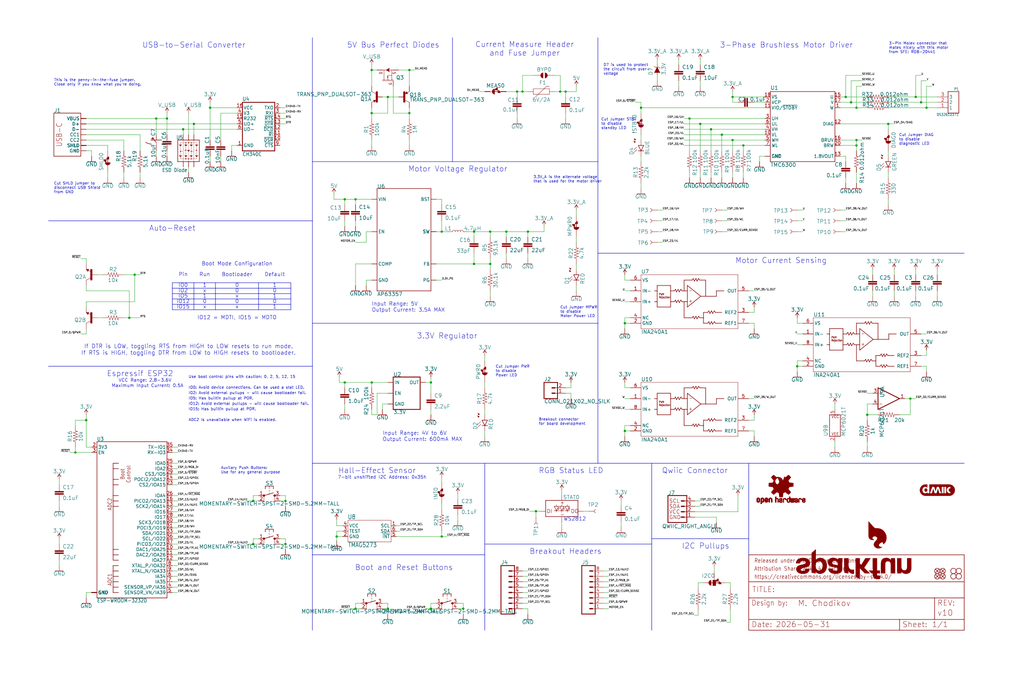
<source format=kicad_sch>
(kicad_sch (version 20250114) (generator "eeschema") (generator_version "9.0")
  (paper "User" 482.854 318.719)
  (lib_symbols
    (symbol "SparkFun_IoT_Brushless_Motor_Driver PCB-eagle-import:0.012OHM0603"
      (property "Reference" "R" (at 0 1.524 0))
      (symbol "0.012OHM0603_1_0"
        (pin passive line (at -5.08 0 0) (length 2.54) (name "1") (number "1"))
        (pin passive line (at 5.08 0 180) (length 2.54) (name "2") (number "2"))
      )
    )
    (symbol "SparkFun_IoT_Brushless_Motor_Driver PCB-eagle-import:0.1UF-0402-10V-10%-X7R"
      (property "Reference" "C" (at 1.524 2.921 0))
      (symbol "0.1UF-0402-10V-10%-X7R_1_0"
        (pin passive line (at 0 5.08 270) (length 2.54) (name "1") (number "1"))
        (pin passive line (at 0 -2.54 90) (length 2.54) (name "2") (number "2"))
      )
    )
    (symbol "SparkFun_IoT_Brushless_Motor_Driver PCB-eagle-import:0.1UF-0603-25V-(+80/-20%)"
      (property "Reference" "C" (at 1.524 2.921 0))
      (symbol "0.1UF-0603-25V-(+80/-20%)_1_0"
        (pin passive line (at 0 5.08 270) (length 2.54) (name "1") (number "1"))
        (pin passive line (at 0 -2.54 90) (length 2.54) (name "2") (number "2"))
      )
    )
    (symbol "SparkFun_IoT_Brushless_Motor_Driver PCB-eagle-import:0.1UF-0603-25V-10%-X7R-WE"
      (property "Reference" "C" (at 1.524 2.921 0))
      (symbol "0.1UF-0603-25V-10%-X7R-WE_1_0"
        (pin passive line (at 0 5.08 270) (length 2.54) (name "1") (number "1"))
        (pin passive line (at 0 -2.54 90) (length 2.54) (name "2") (number "2"))
      )
    )
    (symbol "SparkFun_IoT_Brushless_Motor_Driver PCB-eagle-import:0.1UF-0603-25V-5%"
      (property "Reference" "C" (at 1.524 2.921 0))
      (symbol "0.1UF-0603-25V-5%_1_0"
        (pin passive line (at 0 5.08 270) (length 2.54) (name "1") (number "1"))
        (pin passive line (at 0 -2.54 90) (length 2.54) (name "2") (number "2"))
      )
    )
    (symbol "SparkFun_IoT_Brushless_Motor_Driver PCB-eagle-import:0532610371"
      (property "Reference" "P" (at -2.5468 5.7304 0))
      (symbol "0532610371_1_0"
        (pin passive line (at 7.62 2.54 180) (length 5.08) (name "1") (number "1"))
        (pin passive line (at 7.62 0 180) (length 5.08) (name "2") (number "2"))
        (pin passive line (at 7.62 -2.54 180) (length 5.08) (name "3") (number "3"))
      )
    )
    (symbol "SparkFun_IoT_Brushless_Motor_Driver PCB-eagle-import:1.0UF-0603-16V-10%-X7R"
      (property "Reference" "C" (at 1.524 2.921 0))
      (symbol "1.0UF-0603-16V-10%-X7R_1_0"
        (pin passive line (at 0 5.08 270) (length 2.54) (name "1") (number "1"))
        (pin passive line (at 0 -2.54 90) (length 2.54) (name "2") (number "2"))
      )
    )
    (symbol "SparkFun_IoT_Brushless_Motor_Driver PCB-eagle-import:100KOHM-0603-1/10W-1%"
      (property "Reference" "R" (at 0 1.524 0))
      (symbol "100KOHM-0603-1/10W-1%_1_0"
        (pin passive line (at -5.08 0 0) (length 2.54) (name "1") (number "1"))
        (pin passive line (at 5.08 0 180) (length 2.54) (name "2") (number "2"))
      )
    )
    (symbol "SparkFun_IoT_Brushless_Motor_Driver PCB-eagle-import:10KOHM-0603-1/10W-1%"
      (property "Reference" "R" (at 0 1.524 0))
      (symbol "10KOHM-0603-1/10W-1%_1_0"
        (pin passive line (at -5.08 0 0) (length 2.54) (name "1") (number "1"))
        (pin passive line (at 5.08 0 180) (length 2.54) (name "2") (number "2"))
      )
    )
    (symbol "SparkFun_IoT_Brushless_Motor_Driver PCB-eagle-import:10NF-0603-50V-10%"
      (property "Reference" "C" (at 1.524 2.921 0))
      (symbol "10NF-0603-50V-10%_1_0"
        (pin passive line (at 0 5.08 270) (length 2.54) (name "1") (number "1"))
        (pin passive line (at 0 -2.54 90) (length 2.54) (name "2") (number "2"))
      )
    )
    (symbol "SparkFun_IoT_Brushless_Motor_Driver PCB-eagle-import:10UF-0603-6.3V-20%"
      (property "Reference" "C" (at 1.524 2.921 0))
      (symbol "10UF-0603-6.3V-20%_1_0"
        (pin passive line (at 0 5.08 270) (length 2.54) (name "1") (number "1"))
        (pin passive line (at 0 -2.54 90) (length 2.54) (name "2") (number "2"))
      )
    )
    (symbol "SparkFun_IoT_Brushless_Motor_Driver PCB-eagle-import:10UF-POLAR-0603-6.3V-20%(TANT)"
      (property "Reference" "C" (at 1.016 0.635 0))
      (symbol "10UF-POLAR-0603-6.3V-20%(TANT)_1_0"
        (pin passive line (at 0 2.54 270) (length 2.54) (name "+") (number "+"))
        (pin passive line (at 0 -5.08 90) (length 2.54) (name "-") (number "-"))
      )
    )
    (symbol "SparkFun_IoT_Brushless_Motor_Driver PCB-eagle-import:1KOHM-0603-1/10W-1%"
      (property "Reference" "R" (at 0 1.524 0))
      (symbol "1KOHM-0603-1/10W-1%_1_0"
        (pin passive line (at -5.08 0 0) (length 2.54) (name "1") (number "1"))
        (pin passive line (at 5.08 0 180) (length 2.54) (name "2") (number "2"))
      )
    )
    (symbol "SparkFun_IoT_Brushless_Motor_Driver PCB-eagle-import:1MOHM-0603-1/4W-5%"
      (property "Reference" "R" (at 0 1.524 0))
      (symbol "1MOHM-0603-1/4W-5%_1_0"
        (pin passive line (at -5.08 0 0) (length 2.54) (name "1") (number "1"))
        (pin passive line (at 5.08 0 180) (length 2.54) (name "2") (number "2"))
      )
    )
    (symbol "SparkFun_IoT_Brushless_Motor_Driver PCB-eagle-import:2.2KOHM-0603-1/10W-1%"
      (property "Reference" "R" (at 0 1.524 0))
      (symbol "2.2KOHM-0603-1/10W-1%_1_0"
        (pin passive line (at -5.08 0 0) (length 2.54) (name "1") (number "1"))
        (pin passive line (at 5.08 0 180) (length 2.54) (name "2") (number "2"))
      )
    )
    (symbol "SparkFun_IoT_Brushless_Motor_Driver PCB-eagle-import:2.2UF-0603-10V-20%"
      (property "Reference" "C" (at 1.524 2.921 0))
      (symbol "2.2UF-0603-10V-20%_1_0"
        (pin passive line (at 0 5.08 270) (length 2.54) (name "1") (number "1"))
        (pin passive line (at 0 -2.54 90) (length 2.54) (name "2") (number "2"))
      )
    )
    (symbol "SparkFun_IoT_Brushless_Motor_Driver PCB-eagle-import:20KOHM-0603-1/10W-1%"
      (property "Reference" "R" (at 0 1.524 0))
      (symbol "20KOHM-0603-1/10W-1%_1_0"
        (pin passive line (at -5.08 0 0) (length 2.54) (name "1") (number "1"))
        (pin passive line (at 5.08 0 180) (length 2.54) (name "2") (number "2"))
      )
    )
    (symbol "SparkFun_IoT_Brushless_Motor_Driver PCB-eagle-import:22UF-0603-6.3V-20%"
      (property "Reference" "C" (at 1.524 2.921 0))
      (symbol "22UF-0603-6.3V-20%_1_0"
        (pin passive line (at 0 5.08 270) (length 2.54) (name "1") (number "1"))
        (pin passive line (at 0 -2.54 90) (length 2.54) (name "2") (number "2"))
      )
    )
    (symbol "SparkFun_IoT_Brushless_Motor_Driver PCB-eagle-import:3.3V" (power)
      (symbol "3.3V_1_0"
        (pin power_in line (at 0 0 90) (length 2.54) (name "3.3V") (number "1"))
      )
    )
    (symbol "SparkFun_IoT_Brushless_Motor_Driver PCB-eagle-import:3.3V_A" (power)
      (symbol "3.3V_A_1_0"
        (pin power_in line (at 0 0 90) (length 2.54) (name "3.3V_A") (number "1"))
      )
    )
    (symbol "SparkFun_IoT_Brushless_Motor_Driver PCB-eagle-import:30.1KOHM-0603-1/10W-1%"
      (property "Reference" "R" (at 0 1.524 0))
      (symbol "30.1KOHM-0603-1/10W-1%_1_0"
        (pin passive line (at -5.08 0 0) (length 2.54) (name "1") (number "1"))
        (pin passive line (at 5.08 0 180) (length 2.54) (name "2") (number "2"))
      )
    )
    (symbol "SparkFun_IoT_Brushless_Motor_Driver PCB-eagle-import:330OHM-0603-1/10W-1%"
      (property "Reference" "R" (at 0 1.524 0))
      (symbol "330OHM-0603-1/10W-1%_1_0"
        (pin passive line (at -5.08 0 0) (length 2.54) (name "1") (number "1"))
        (pin passive line (at 5.08 0 180) (length 2.54) (name "2") (number "2"))
      )
    )
    (symbol "SparkFun_IoT_Brushless_Motor_Driver PCB-eagle-import:33PF-0603-50V-5%"
      (property "Reference" "C" (at 1.524 2.921 0))
      (symbol "33PF-0603-50V-5%_1_0"
        (pin passive line (at 0 5.08 270) (length 2.54) (name "1") (number "1"))
        (pin passive line (at 0 -2.54 90) (length 2.54) (name "2") (number "2"))
      )
    )
    (symbol "SparkFun_IoT_Brushless_Motor_Driver PCB-eagle-import:4.7KOHM-0603-1/10W-1%"
      (property "Reference" "R" (at 0 1.524 0))
      (symbol "4.7KOHM-0603-1/10W-1%_1_0"
        (pin passive line (at -5.08 0 0) (length 2.54) (name "1") (number "1"))
        (pin passive line (at 5.08 0 180) (length 2.54) (name "2") (number "2"))
      )
    )
    (symbol "SparkFun_IoT_Brushless_Motor_Driver PCB-eagle-import:4.7μH_SHIELDED_INDUCTORNPIS_LS"
      (property "Reference" "L" (at 1.27 2.54 0))
      (symbol "4.7μH_SHIELDED_INDUCTORNPIS_LS_1_0"
        (pin passive line (at 0 5.08 270) (length 2.54) (name "1") (number "P$1"))
        (pin passive line (at 0 -5.08 90) (length 2.54) (name "2") (number "P$2"))
      )
    )
    (symbol "SparkFun_IoT_Brushless_Motor_Driver PCB-eagle-import:5.1KOHM5.1KOHM-0603-1/10W-1%"
      (property "Reference" "R" (at 0 1.524 0))
      (symbol "5.1KOHM5.1KOHM-0603-1/10W-1%_1_0"
        (pin passive line (at -5.08 0 0) (length 2.54) (name "1") (number "1"))
        (pin passive line (at 5.08 0 180) (length 2.54) (name "2") (number "2"))
      )
    )
    (symbol "SparkFun_IoT_Brushless_Motor_Driver PCB-eagle-import:5V" (power)
      (symbol "5V_1_0"
        (pin power_in line (at 0 0 90) (length 2.54) (name "5V") (number "1"))
      )
    )
    (symbol "SparkFun_IoT_Brushless_Motor_Driver PCB-eagle-import:93.1KOHM"
      (property "Reference" "R" (at 0 1.524 0))
      (symbol "93.1KOHM_1_0"
        (pin passive line (at -5.08 0 0) (length 2.54) (name "1") (number "1"))
        (pin passive line (at 5.08 0 180) (length 2.54) (name "2") (number "2"))
      )
    )
    (symbol "SparkFun_IoT_Brushless_Motor_Driver PCB-eagle-import:AP63357"
      (property "Reference" "U" (at -12.7 25.4 0))
      (symbol "AP63357_1_0"
        (pin power_in line (at -15.24 17.78 0) (length 2.54) (name "VIN") (number "P$1"))
        (pin bidirectional line (at -15.24 2.54 0) (length 2.54) (name "EN") (number "P$2"))
        (pin bidirectional line (at -15.24 -12.7 0) (length 2.54) (name "COMP") (number "P$4"))
        (pin power_in line (at -15.24 -20.32 0) (length 2.54) (name "GND") (number "P$8"))
        (pin bidirectional line (at 15.24 17.78 180) (length 2.54) (name "BST") (number "P$6"))
        (pin power_in line (at 15.24 2.54 180) (length 2.54) (name "SW") (number "P$7"))
        (pin power_in line (at 15.24 2.54 180) (length 2.54) (name "SW") (number "P$9"))
        (pin input line (at 15.24 -12.7 180) (length 2.54) (name "FB") (number "P$3"))
        (pin output line (at 15.24 -20.32 180) (length 2.54) (name "PG") (number "P$5"))
      )
    )
    (symbol "SparkFun_IoT_Brushless_Motor_Driver PCB-eagle-import:CH340C"
      (property "Reference" "U" (at -7.62 10.795 0))
      (symbol "CH340C_1_0"
        (pin bidirectional line (at -10.16 7.62 0) (length 2.54) (name "VCC") (number "16"))
        (pin bidirectional line (at -10.16 5.08 0) (length 2.54) (name "V3") (number "4"))
        (pin bidirectional line (at -10.16 2.54 0) (length 2.54) (name "R232") (number "15"))
        (pin bidirectional line (at -10.16 0 0) (length 2.54) (name "UD+") (number "5"))
        (pin bidirectional line (at -10.16 -2.54 0) (length 2.54) (name "UD-") (number "6"))
        (pin bidirectional line (at -10.16 -10.16 0) (length 2.54) (name "GND") (number "1"))
        (pin bidirectional line (at 10.16 7.62 180) (length 2.54) (name "TXO") (number "2"))
        (pin bidirectional line (at 10.16 5.08 180) (length 2.54) (name "RXI") (number "3"))
        (pin bidirectional line (at 10.16 2.54 180) (length 2.54) (name "~{RTS}") (number "14"))
        (pin bidirectional line (at 10.16 0 180) (length 2.54) (name "~{DTR}") (number "13"))
        (pin bidirectional line (at 10.16 -2.54 180) (length 2.54) (name "~{DCD}") (number "12"))
        (pin bidirectional line (at 10.16 -5.08 180) (length 2.54) (name "~{RI}") (number "11"))
        (pin bidirectional line (at 10.16 -7.62 180) (length 2.54) (name "~{DSR}") (number "10"))
        (pin bidirectional line (at 10.16 -10.16 180) (length 2.54) (name "~{CTS}") (number "9"))
      )
    )
    (symbol "SparkFun_IoT_Brushless_Motor_Driver PCB-eagle-import:CONN_021X02_NO_SILK"
      (property "Reference" "J" (at -2.54 5.588 0))
      (symbol "CONN_021X02_NO_SILK_1_0"
        (pin passive line (at 7.62 2.54 180) (length 5.08) (name "2") (number "2"))
        (pin passive line (at 7.62 0 180) (length 5.08) (name "1") (number "1"))
      )
    )
    (symbol "SparkFun_IoT_Brushless_Motor_Driver PCB-eagle-import:CONN_08NO_SILK_DNP"
      (property "Reference" "J" (at -5.08 13.208 0))
      (symbol "CONN_08NO_SILK_DNP_1_0"
        (pin passive line (at 5.08 10.16 180) (length 5.08) (name "8") (number "8"))
        (pin passive line (at 5.08 7.62 180) (length 5.08) (name "7") (number "7"))
        (pin passive line (at 5.08 5.08 180) (length 5.08) (name "6") (number "6"))
        (pin passive line (at 5.08 2.54 180) (length 5.08) (name "5") (number "5"))
        (pin passive line (at 5.08 0 180) (length 5.08) (name "4") (number "4"))
        (pin passive line (at 5.08 -2.54 180) (length 5.08) (name "3") (number "3"))
        (pin passive line (at 5.08 -5.08 180) (length 5.08) (name "2") (number "2"))
        (pin passive line (at 5.08 -7.62 180) (length 5.08) (name "1") (number "1"))
      )
    )
    (symbol "SparkFun_IoT_Brushless_Motor_Driver PCB-eagle-import:DIODE-ZENER-MM3Z3V3T1G"
      (property "Reference" "D" (at -2.54 2.032 0))
      (symbol "DIODE-ZENER-MM3Z3V3T1G_1_0"
        (pin passive line (at -2.54 0 0) (length 0) (name "A") (number "A"))
        (pin passive line (at 2.54 0 180) (length 0) (name "C") (number "C"))
      )
    )
    (symbol "SparkFun_IoT_Brushless_Motor_Driver PCB-eagle-import:ESP-WROOM-3232D"
      (symbol "ESP-WROOM-3232D_1_0"
        (text "ADC2" (at -11.684 8.636 900) (effects (font (size 1.778 1.5113))))
        (text "ADC1" (at -11.684 -26.924 900) (effects (font (size 1.778 1.5113))))
        (text "Boot\nControl" (at -4.318 22.86 900) (effects (font (size 1.778 1.5113))))
        (pin bidirectional line (at -20.32 35.56 0) (length 2.54) (name "3V3") (number "2"))
        (pin bidirectional line (at -20.32 33.02 0) (length 2.54) (name "EN") (number "3"))
        (pin bidirectional line (at -20.32 -33.02 0) (length 2.54) (name "GND") (number "1"))
        (pin bidirectional line (at -20.32 -33.02 0) (length 2.54) (name "GND") (number "15"))
        (pin bidirectional line (at -20.32 -33.02 0) (length 2.54) (name "GND") (number "38"))
        (pin bidirectional line (at -20.32 -33.02 0) (length 2.54) (name "GND") (number "GND"))
        (pin bidirectional line (at -20.32 -33.02 0) (length 2.54) (name "GND") (number "GNDT1"))
        (pin bidirectional line (at -20.32 -33.02 0) (length 2.54) (name "GND") (number "GNDT2"))
        (pin bidirectional line (at -20.32 -33.02 0) (length 2.54) (name "GND") (number "GNDT3"))
        (pin bidirectional line (at -20.32 -33.02 0) (length 2.54) (name "GND") (number "GNDT4"))
        (pin bidirectional line (at -20.32 -33.02 0) (length 2.54) (name "GND") (number "GNDT5"))
        (pin bidirectional line (at -20.32 -33.02 0) (length 2.54) (name "GND") (number "GNDT6"))
        (pin bidirectional line (at -20.32 -33.02 0) (length 2.54) (name "GND") (number "GNDT7"))
        (pin bidirectional line (at -20.32 -33.02 0) (length 2.54) (name "GND") (number "GNDT8"))
        (pin bidirectional line (at 17.78 35.56 180) (length 2.54) (name "TX-IO1") (number "35"))
        (pin bidirectional line (at 17.78 33.02 180) (length 2.54) (name "RX-IO3") (number "34"))
        (pin bidirectional line (at 17.78 27.94 180) (length 2.54) (name "IOA0") (number "25"))
        (pin bidirectional line (at 17.78 25.4 180) (length 2.54) (name "IOA2") (number "24"))
        (pin bidirectional line (at 17.78 22.86 180) (length 2.54) (name "CS3/IO5") (number "29"))
        (pin bidirectional line (at 17.78 20.32 180) (length 2.54) (name "POCI2/IOA12") (number "14"))
        (pin bidirectional line (at 17.78 17.78 180) (length 2.54) (name "CS2/IOA15") (number "23"))
        (pin bidirectional line (at 17.78 12.7 180) (length 2.54) (name "IOA4") (number "26"))
        (pin bidirectional line (at 17.78 10.16 180) (length 2.54) (name "PICO2/IOA13") (number "16"))
        (pin bidirectional line (at 17.78 7.62 180) (length 2.54) (name "SCK2/IOA14") (number "13"))
        (pin bidirectional line (at 17.78 5.08 180) (length 2.54) (name "IO16") (number "27"))
        (pin bidirectional line (at 17.78 2.54 180) (length 2.54) (name "IO17") (number "28"))
        (pin bidirectional line (at 17.78 0 180) (length 2.54) (name "SCK3/IO18") (number "30"))
        (pin bidirectional line (at 17.78 -2.54 180) (length 2.54) (name "POCI3/IO19") (number "31"))
        (pin bidirectional line (at 17.78 -5.08 180) (length 2.54) (name "SDA/IO21") (number "33"))
        (pin bidirectional line (at 17.78 -7.62 180) (length 2.54) (name "SCL/IO22") (number "36"))
        (pin bidirectional line (at 17.78 -10.16 180) (length 2.54) (name "PICO3/IO23") (number "37"))
        (pin bidirectional line (at 17.78 -12.7 180) (length 2.54) (name "DAC1/IOA25") (number "10"))
        (pin bidirectional line (at 17.78 -15.24 180) (length 2.54) (name "DAC2/IOA26") (number "11"))
        (pin bidirectional line (at 17.78 -17.78 180) (length 2.54) (name "IOA27") (number "12"))
        (pin bidirectional line (at 17.78 -20.32 180) (length 2.54) (name "XTAL_P/IOA32") (number "8"))
        (pin bidirectional line (at 17.78 -22.86 180) (length 2.54) (name "XTAL_N/IOA33") (number "9"))
        (pin bidirectional line (at 17.78 -25.4 180) (length 2.54) (name "IA34") (number "6"))
        (pin bidirectional line (at 17.78 -27.94 180) (length 2.54) (name "IA35") (number "7"))
        (pin bidirectional line (at 17.78 -30.48 180) (length 2.54) (name "SENSOR_VP/IA36") (number "4"))
        (pin bidirectional line (at 17.78 -33.02 180) (length 2.54) (name "SENSOR_VN/IA39") (number "5"))
      )
    )
    (symbol "SparkFun_IoT_Brushless_Motor_Driver PCB-eagle-import:FIDUCIALUFIDUCIAL")
    (symbol "SparkFun_IoT_Brushless_Motor_Driver PCB-eagle-import:FRAME-LEDGER"
      (symbol "FRAME-LEDGER_2_0"
        (text "Design by:" (at 1.27 11.43 0) (effects (font (size 2.54 2.159)) (justify left bottom)))
        (text "Date:" (at 1.27 1.27 0) (effects (font (size 2.54 2.54)) (justify left bottom)))
        (text "TITLE:" (at 1.524 17.78 0) (effects (font (size 2.54 2.54)) (justify left bottom)))
        (text "Released under the Creative Commons" (at 2.54 31.75 0) (effects (font (size 1.9304 1.6408)) (justify left bottom)))
        (text "Attribution Share-Alike 4.0 License" (at 2.54 27.94 0) (effects (font (size 1.9304 1.6408)) (justify left bottom)))
        (text "https://creativecommons.org/licenses/by-sa/4.0/" (at 2.54 24.13 0) (effects (font (size 1.9304 1.6408)) (justify left bottom)))
        (text "${CURRENT_DATE}" (at 12.7 1.27 0) (effects (font (size 2.54 2.54)) (justify left bottom)))
        (text "${PROJECTNAME}" (at 15.494 17.78 0) (effects (font (size 2.7432 2.7432)) (justify left bottom)))
        (text "${DESIGNER}" (at 23.114 11.176 0) (effects (font (size 2.7432 2.7432)) (justify left bottom)))
        (text "Sheet:" (at 72.39 1.27 0) (effects (font (size 2.54 2.54)) (justify left bottom)))
        (text "${#}/${##}" (at 86.36 1.27 0) (effects (font (size 2.54 2.54)) (justify left bottom)))
        (text "REV:" (at 88.9 11.43 0) (effects (font (size 2.54 2.54)) (justify left bottom)))
        (text "${REV}" (at 88.9 6.604 0) (effects (font (size 2.7432 2.7432)) (justify left bottom)))
      )
    )
    (symbol "SparkFun_IoT_Brushless_Motor_Driver PCB-eagle-import:GND" (power)
      (symbol "GND_1_0"
        (pin power_in line (at 0 2.54 270) (length 2.54) (name "GND") (number "1"))
      )
    )
    (symbol "SparkFun_IoT_Brushless_Motor_Driver PCB-eagle-import:INA240A1D"
      (symbol "INA240A1D_1_0"
        (text "PWM\nRejection" (at -14.478 1.524 0) (effects (font (size 0.889 0.7556)) (justify left bottom)))
        (text "-" (at -0.508 4.318 0) (effects (font (size 1.778 1.5113)) (justify left bottom)))
        (text "+" (at -0.508 -0.762 0) (effects (font (size 1.778 1.5113)) (justify left bottom)))
        (pin power_in line (at -27.94 10.16 0) (length 5.08) (name "VS") (number "6"))
        (pin input line (at -27.94 5.08 0) (length 5.08) (name "IN-") (number "1"))
        (pin input line (at -27.94 0 0) (length 5.08) (name "IN+") (number "8"))
        (pin power_in line (at -27.94 -7.62 0) (length 5.08) (name "NC") (number "4"))
        (pin power_in line (at -27.94 -10.16 0) (length 5.08) (name "GND") (number "2"))
        (pin output line (at 27.94 5.08 180) (length 5.08) (name "OUT") (number "5"))
        (pin input line (at 27.94 -5.08 180) (length 5.08) (name "REF2") (number "3"))
        (pin input line (at 27.94 -10.16 180) (length 5.08) (name "REF1") (number "7"))
      )
    )
    (symbol "SparkFun_IoT_Brushless_Motor_Driver PCB-eagle-import:JUMPER-COMBO_2_NC_TRACE"
      (property "Reference" "JP" (at 0 2.794 0))
      (symbol "JUMPER-COMBO_2_NC_TRACE_1_0"
        (pin passive line (at -5.08 0 0) (length 2.54) (name "1") (number "1"))
        (pin passive line (at -5.08 0 0) (length 2.54) (name "1") (number "3"))
        (pin passive line (at 5.08 0 180) (length 2.54) (name "2") (number "2"))
        (pin passive line (at 5.08 0 180) (length 2.54) (name "2") (number "4"))
      )
    )
    (symbol "SparkFun_IoT_Brushless_Motor_Driver PCB-eagle-import:JUMPER-SMT_2_NC_TRACE_SILK"
      (property "Reference" "JP" (at 0 3.048 0))
      (symbol "JUMPER-SMT_2_NC_TRACE_SILK_1_0"
        (pin passive line (at -5.08 0 0) (length 2.54) (name "1") (number "1"))
        (pin passive line (at 5.08 0 180) (length 2.54) (name "2") (number "2"))
      )
    )
    (symbol "SparkFun_IoT_Brushless_Motor_Driver PCB-eagle-import:JUMPER-SMT_2_NO_SILK"
      (property "Reference" "JP" (at 0 2.794 0))
      (symbol "JUMPER-SMT_2_NO_SILK_1_0"
        (pin passive line (at -5.08 0 0) (length 2.54) (name "1") (number "1"))
        (pin passive line (at 5.08 0 180) (length 2.54) (name "2") (number "2"))
      )
    )
    (symbol "SparkFun_IoT_Brushless_Motor_Driver PCB-eagle-import:JUMPER-SMT_3_2-NC_TRACE_SILK"
      (property "Reference" "JP" (at 6.096 1.524 0))
      (symbol "JUMPER-SMT_3_2-NC_TRACE_SILK_1_0"
        (pin passive line (at -5.08 0 0) (length 2.54) (name "2") (number "2"))
        (pin passive line (at 0 5.08 270) (length 2.54) (name "1") (number "1"))
        (pin passive line (at 0 -5.08 90) (length 2.54) (name "3") (number "3"))
      )
    )
    (symbol "SparkFun_IoT_Brushless_Motor_Driver PCB-eagle-import:LED-BLUE0603"
      (property "Reference" "D" (at -3.429 -4.572 90))
      (symbol "LED-BLUE0603_1_0"
        (pin passive line (at 0 2.54 270) (length 2.54) (name "A") (number "A"))
        (pin passive line (at 0 -5.08 90) (length 2.54) (name "C") (number "C"))
      )
    )
    (symbol "SparkFun_IoT_Brushless_Motor_Driver PCB-eagle-import:LED-GREEN0603"
      (property "Reference" "D" (at -3.429 -4.572 90))
      (symbol "LED-GREEN0603_1_0"
        (pin passive line (at 0 2.54 270) (length 2.54) (name "A") (number "A"))
        (pin passive line (at 0 -5.08 90) (length 2.54) (name "C") (number "C"))
      )
    )
    (symbol "SparkFun_IoT_Brushless_Motor_Driver PCB-eagle-import:LED-RED_0603-KB"
      (property "Reference" "D" (at -3.429 -4.572 90))
      (symbol "LED-RED_0603-KB_1_0"
        (pin passive line (at 0 2.54 270) (length 2.54) (name "A") (number "A"))
        (pin passive line (at 0 -5.08 90) (length 2.54) (name "C") (number "C"))
      )
    )
    (symbol "SparkFun_IoT_Brushless_Motor_Driver PCB-eagle-import:MCP6021T-E/OT"
      (symbol "MCP6021T-E/OT_1_0"
        (pin input line (at -7.62 2.54 0) (length 2.54) (name "-IN") (number "4"))
        (pin input line (at -7.62 -2.54 0) (length 2.54) (name "+IN") (number "3"))
        (pin output line (at 7.62 0 180) (length 2.54) (name "OUT") (number "1"))
      )
      (symbol "MCP6021T-E/OT_2_0"
        (text "VCC" (at 0.127 3.429 0) (effects (font (size 1.27 1.27)) (justify bottom)))
        (text "VEE" (at 0.127 -4.699 0) (effects (font (size 1.27 1.27)) (justify bottom)))
        (pin bidirectional line (at 0 7.62 270) (length 2.54) (name "P$V+") (number "5"))
        (pin bidirectional line (at 0 -7.62 90) (length 2.54) (name "P$V-") (number "2"))
      )
    )
    (symbol "SparkFun_IoT_Brushless_Motor_Driver PCB-eagle-import:MOMENTARY-SWITCH-SPST-2-SMD-5.2MM-TALL"
      (property "Reference" "S" (at 0 4.826 0))
      (symbol "MOMENTARY-SWITCH-SPST-2-SMD-5.2MM-TALL_1_0"
        (pin passive line (at -5.08 0 0) (length 2.54) (name "1") (number "1"))
        (pin passive line (at -5.08 -2.54 0) (length 2.54) (name "2") (number "2"))
        (pin passive line (at 5.08 0 180) (length 2.54) (name "3") (number "3"))
        (pin passive line (at 5.08 -2.54 180) (length 2.54) (name "4") (number "4"))
      )
    )
    (symbol "SparkFun_IoT_Brushless_Motor_Driver PCB-eagle-import:MOSFET_PCH-DMG2305UX-7"
      (property "Reference" "Q" (at 5.08 0 0))
      (symbol "MOSFET_PCH-DMG2305UX-7_1_0"
        (text "G" (at -3.302 -0.508 0) (effects (font (size 1.27 1.0795)) (justify right top)))
        (text "D" (at 0.508 2.54 0) (effects (font (size 1.27 1.0795)) (justify left bottom)))
        (text "S" (at 0.508 -3.81 0) (effects (font (size 1.27 1.0795)) (justify left bottom)))
        (pin bidirectional line (at -5.08 -2.54 0) (length 2.54) (name "G") (number "1"))
        (pin bidirectional line (at 2.54 5.08 270) (length 2.54) (name "D") (number "3"))
        (pin bidirectional line (at 2.54 -5.08 90) (length 2.54) (name "S") (number "2"))
      )
    )
    (symbol "SparkFun_IoT_Brushless_Motor_Driver PCB-eagle-import:OSHW-LOGOM")
    (symbol "SparkFun_IoT_Brushless_Motor_Driver PCB-eagle-import:PPTC_6V2A"
      (property "Reference" "F" (at 1.905 3.175 0))
      (symbol "PPTC_6V2A_1_0"
        (pin bidirectional line (at -5.08 0 0) (length 2.54) (name "1") (number "1"))
        (pin bidirectional line (at 7.62 0 180) (length 2.54) (name "2") (number "2"))
      )
    )
    (symbol "SparkFun_IoT_Brushless_Motor_Driver PCB-eagle-import:QWIIC_CONNECTORJS-1MM"
      (property "Reference" "J" (at -5.08 7.874 0))
      (symbol "QWIIC_CONNECTORJS-1MM_1_0"
        (text "SCL" (at -4.572 5.08 0) (effects (font (size 1.778 1.778)) (justify left)))
        (text "SDA" (at -4.572 2.54 0) (effects (font (size 1.778 1.778)) (justify left)))
        (text "VCC" (at -4.572 0 0) (effects (font (size 1.778 1.778)) (justify left)))
        (text "GND" (at -4.572 -2.54 0) (effects (font (size 1.778 1.778)) (justify left)))
        (pin passive line (at 7.62 5.08 180) (length 5.08) (name "4") (number "4"))
        (pin passive line (at 7.62 2.54 180) (length 5.08) (name "3") (number "3"))
        (pin power_in line (at 7.62 0 180) (length 5.08) (name "2") (number "2"))
        (pin power_in line (at 7.62 -2.54 180) (length 5.08) (name "1") (number "1"))
      )
    )
    (symbol "SparkFun_IoT_Brushless_Motor_Driver PCB-eagle-import:QWIIC_LOGO_5MM")
    (symbol "SparkFun_IoT_Brushless_Motor_Driver PCB-eagle-import:SFE_LOGO_FLAME.2_INCH")
    (symbol "SparkFun_IoT_Brushless_Motor_Driver PCB-eagle-import:SFE_LOGO_NAMEBLANK")
    (symbol "SparkFun_IoT_Brushless_Motor_Driver PCB-eagle-import:STAND-OFF")
    (symbol "SparkFun_IoT_Brushless_Motor_Driver PCB-eagle-import:TEST-POINT3X4"
      (symbol "TEST-POINT3X4_1_0"
        (pin bidirectional line (at 0 0 180) (length 0) (name "1") (number "1"))
      )
    )
    (symbol "SparkFun_IoT_Brushless_Motor_Driver PCB-eagle-import:TMAG5273A1QDBVT"
      (symbol "TMAG5273A1QDBVT_1_0"
        (pin power_in line (at -12.7 2.54 0) (length 2.54) (name "VCC") (number "4"))
        (pin input line (at -12.7 0 0) (length 2.54) (name "TEST") (number "3"))
        (pin passive line (at -12.7 -2.54 0) (length 2.54) (name "GND") (number "2"))
        (pin bidirectional line (at 12.7 2.54 180) (length 2.54) (name "SCL") (number "1"))
        (pin bidirectional line (at 12.7 0 180) (length 2.54) (name "SDA") (number "6"))
        (pin bidirectional line (at 12.7 -2.54 180) (length 2.54) (name "~{INT}") (number "5"))
      )
    )
    (symbol "SparkFun_IoT_Brushless_Motor_Driver PCB-eagle-import:TMC6300"
      (symbol "TMC6300_1_0"
        (pin bidirectional line (at -17.78 10.16 0) (length 2.54) (name "VS") (number "18"))
        (pin bidirectional line (at -17.78 7.62 0) (length 2.54) (name "VCP") (number "2"))
        (pin bidirectional line (at -17.78 5.08 0) (length 2.54) (name "VIO/~{STDBY}") (number "11"))
        (pin bidirectional line (at -17.78 0 0) (length 2.54) (name "UH") (number "3"))
        (pin bidirectional line (at -17.78 -2.54 0) (length 2.54) (name "UL") (number "6"))
        (pin bidirectional line (at -17.78 -5.08 0) (length 2.54) (name "VH") (number "4"))
        (pin bidirectional line (at -17.78 -7.62 0) (length 2.54) (name "VL") (number "10"))
        (pin bidirectional line (at -17.78 -10.16 0) (length 2.54) (name "WH") (number "5"))
        (pin bidirectional line (at -17.78 -12.7 0) (length 2.54) (name "WL") (number "7"))
        (pin bidirectional line (at -17.78 -17.78 0) (length 2.54) (name "GND") (number "14"))
        (pin bidirectional line (at -17.78 -17.78 0) (length 2.54) (name "GND") (number "8"))
        (pin bidirectional line (at -17.78 -17.78 0) (length 2.54) (name "GND") (number "9"))
        (pin bidirectional line (at -17.78 -17.78 0) (length 2.54) (name "GND") (number "PAD"))
        (pin bidirectional line (at 17.78 10.16 180) (length 2.54) (name "U") (number "15"))
        (pin bidirectional line (at 17.78 7.62 180) (length 2.54) (name "V") (number "17"))
        (pin bidirectional line (at 17.78 5.08 180) (length 2.54) (name "W") (number "1"))
        (pin bidirectional line (at 17.78 -2.54 180) (length 2.54) (name "DIAG") (number "12"))
        (pin bidirectional line (at 17.78 -10.16 180) (length 2.54) (name "BRUV") (number "16"))
        (pin bidirectional line (at 17.78 -12.7 180) (length 2.54) (name "BRW") (number "20"))
        (pin bidirectional line (at 17.78 -17.78 180) (length 2.54) (name "1.8VOUT") (number "13"))
      )
    )
    (symbol "SparkFun_IoT_Brushless_Motor_Driver PCB-eagle-import:TRANS_NPN_DUAL-MBT3904DW1T1"
      (property "Reference" "Q" (at 2.54 0 0))
      (symbol "TRANS_NPN_DUAL-MBT3904DW1T1_1_0"
        (pin passive line (at -2.54 0 0) (length 2.54) (name "B") (number "5"))
        (pin passive line (at 2.54 5.08 270) (length 2.54) (name "C") (number "3"))
        (pin passive line (at 2.54 -5.08 90) (length 2.54) (name "E") (number "4"))
      )
      (symbol "TRANS_NPN_DUAL-MBT3904DW1T1_2_0"
        (pin passive line (at -2.54 0 0) (length 2.54) (name "B") (number "2"))
        (pin passive line (at 2.54 5.08 270) (length 2.54) (name "C") (number "6"))
        (pin passive line (at 2.54 -5.08 90) (length 2.54) (name "E") (number "1"))
      )
    )
    (symbol "SparkFun_IoT_Brushless_Motor_Driver PCB-eagle-import:TRANS_PNP_DUALSOT-363"
      (property "Reference" "Q" (at 2.54 0 0))
      (symbol "TRANS_PNP_DUALSOT-363_1_0"
        (pin passive line (at -2.54 0 0) (length 2.54) (name "B") (number "2"))
        (pin passive line (at 2.54 5.08 270) (length 2.54) (name "E") (number "1"))
        (pin passive line (at 2.54 -5.08 90) (length 2.54) (name "C") (number "6"))
      )
      (symbol "TRANS_PNP_DUALSOT-363_2_0"
        (pin passive line (at -2.54 0 0) (length 2.54) (name "B") (number "5"))
        (pin passive line (at 2.54 5.08 270) (length 2.54) (name "E") (number "4"))
        (pin passive line (at 2.54 -5.08 90) (length 2.54) (name "C") (number "3"))
      )
    )
    (symbol "SparkFun_IoT_Brushless_Motor_Driver PCB-eagle-import:TVS_DIODE_ARRAY_DT1042-04SO-7"
      (symbol "TVS_DIODE_ARRAY_DT1042-04SO-7_1_0"
        (pin bidirectional line (at -2.54 7.62 270) (length 2.54) (name "IO4") (number "6"))
        (pin bidirectional line (at -2.54 -7.62 90) (length 2.54) (name "IO1") (number "1"))
        (pin bidirectional line (at 0 7.62 270) (length 2.54) (name "VCC") (number "5"))
        (pin bidirectional line (at 0 -7.62 90) (length 2.54) (name "VSS") (number "2"))
        (pin bidirectional line (at 2.54 7.62 270) (length 2.54) (name "IO3") (number "4"))
        (pin bidirectional line (at 2.54 -7.62 90) (length 2.54) (name "IO2") (number "3"))
      )
    )
    (symbol "SparkFun_IoT_Brushless_Motor_Driver PCB-eagle-import:USB_C_4-LAYER_PADS"
      (property "Reference" "J" (at -2.54 10.414 0))
      (symbol "USB_C_4-LAYER_PADS_1_0"
        (text "USB-C" (at 0 0 900) (effects (font (size 2.54 2.159))))
        (pin bidirectional line (at 12.7 7.62 180) (length 2.54) (name "VBUS") (number "VBUS1"))
        (pin bidirectional line (at 12.7 7.62 180) (length 2.54) (name "VBUS") (number "VBUS2"))
        (pin bidirectional line (at 12.7 5.08 180) (length 2.54) (name "D+") (number "A6"))
        (pin bidirectional line (at 12.7 5.08 180) (length 2.54) (name "D+") (number "B6"))
        (pin bidirectional line (at 12.7 2.54 180) (length 2.54) (name "D-") (number "A7"))
        (pin bidirectional line (at 12.7 2.54 180) (length 2.54) (name "D-") (number "B7"))
        (pin bidirectional line (at 12.7 0 180) (length 2.54) (name "CC1") (number "A5"))
        (pin bidirectional line (at 12.7 -2.54 180) (length 2.54) (name "CC2") (number "B5"))
        (pin bidirectional line (at 12.7 -5.08 180) (length 2.54) (name "SHLD") (number "SHLD1"))
        (pin bidirectional line (at 12.7 -5.08 180) (length 2.54) (name "SHLD") (number "SHLD2"))
        (pin bidirectional line (at 12.7 -5.08 180) (length 2.54) (name "SHLD") (number "SHLD3"))
        (pin bidirectional line (at 12.7 -5.08 180) (length 2.54) (name "SHLD") (number "SHLD4"))
        (pin bidirectional line (at 12.7 -7.62 180) (length 2.54) (name "GND") (number "GND"))
        (pin bidirectional line (at 12.7 -7.62 180) (length 2.54) (name "GND") (number "GND2"))
      )
    )
    (symbol "SparkFun_IoT_Brushless_Motor_Driver PCB-eagle-import:V_REG_AP2112K-3.3V"
      (property "Reference" "U" (at -7.62 7.874 0))
      (symbol "V_REG_AP2112K-3.3V_1_0"
        (pin input line (at -10.16 5.08 0) (length 2.54) (name "IN") (number "1"))
        (pin input line (at -10.16 0 0) (length 2.54) (name "EN") (number "3"))
        (pin input line (at -10.16 -5.08 0) (length 2.54) (name "GND") (number "2"))
        (pin passive line (at 7.62 5.08 180) (length 2.54) (name "OUT") (number "5"))
      )
    )
    (symbol "SparkFun_IoT_Brushless_Motor_Driver PCB-eagle-import:V_USB" (power)
      (symbol "V_USB_1_0"
        (pin power_in line (at 0 0 90) (length 2.54) (name "V_USB") (number "1"))
      )
    )
    (symbol "SparkFun_IoT_Brushless_Motor_Driver PCB-eagle-import:WS2812_2020"
      (property "Reference" "D" (at 4.826 5.334 0))
      (symbol "WS2812_2020_1_0"
        (text "DI" (at -5.842 0 0) (effects (font (size 1.778 1.778))))
        (text "+" (at 0.254 4.064 0) (effects (font (size 1.778 1.778))))
        (text "-" (at 0.254 -1.524 0) (effects (font (size 1.778 1.778))))
        (text "DO" (at 6.096 0 0) (effects (font (size 1.778 1.778))))
        (pin bidirectional line (at -10.16 0 0) (length 2.54) (name "DI") (number "DI"))
        (pin bidirectional line (at 0 7.62 270) (length 2.54) (name "VCC") (number "VCC"))
        (pin bidirectional line (at 0 -5.08 90) (length 2.54) (name "GND") (number "GND"))
        (pin bidirectional line (at 10.16 0 180) (length 2.54) (name "DO") (number "DO"))
      )
    )
  )
  (text "0" (at 111.76 137.16 0) (effects (font (size 1.778 1.778))))
  (text "WS2812" (at 265.684 245.872 0) (effects (font (size 1.778 1.778)) (justify left bottom)))
  (text "D7 is used to protect\nthe circuit from over-\nvoltage" (at 284.48 35.56 0) (effects (font (size 1.27 1.27)) (justify left bottom)))
  (text "IO15: Has builtin pullup at POR." (at 88.9 193.04 0) (effects (font (size 1.27 1.27)) (justify left)))
  (text "Cut SHLD jumper to\ndisconnect USB Shield\nfrom GND" (at 25.4 91.44 0) (effects (font (size 1.27 1.27)) (justify left bottom)))
  (text "0" (at 111.76 142.24 0) (effects (font (size 1.778 1.778))))
  (text "IO0" (at 86.36 134.62 0) (effects (font (size 1.778 1.778))))
  (text "IO12" (at 86.36 142.24 0) (effects (font (size 1.778 1.778))))
  (text "3-Phase Brushless Motor Driver" (at 370.84 22.86 0) (effects (font (size 2.54 2.54)) (justify bottom)))
  (text "Maximum Input Current: 0.5A" (at 52.578 182.88 0) (effects (font (size 1.524 1.524)) (justify left bottom)))
  (text "3.3V_A is the alternate voltage\nthat is used for the motor driver" (at 251.46 86.36 0) (effects (font (size 1.27 1.27)) (justify left bottom)))
  (text "IO0: Avoid device connections. Can be used a stat LED." (at 88.9 182.88 0) (effects (font (size 1.27 1.27)) (justify left)))
  (text "Cut Jumper STBY\nto disable\nstandby LED" (at 283.464 61.214 0) (effects (font (size 1.27 1.27)) (justify left bottom)))
  (text "1" (at 96.52 139.7 0) (effects (font (size 1.778 1.778))))
  (text "3.3V Regulator" (at 210.82 160.02 0) (effects (font (size 2.54 2.54)) (justify bottom)))
  (text "ADC2 is unavailable when WiFi is enabled." (at 88.9 198.12 0) (effects (font (size 1.27 1.27)) (justify left)))
  (text "Cut Jumper MPWR\nto disable\nMotor Power LED" (at 264.16 149.86 0) (effects (font (size 1.27 1.27)) (justify left bottom)))
  (text "0" (at 96.52 142.24 0) (effects (font (size 1.778 1.778))))
  (text "Breakout connector\nfor board development" (at 254 200.66 0) (effects (font (size 1.27 1.27)) (justify left bottom)))
  (text "IO15" (at 86.36 144.78 0) (effects (font (size 1.778 1.778))))
  (text "Qwiic Connector" (at 327.66 223.52 0) (effects (font (size 2.54 2.54)) (justify bottom)))
  (text "Run" (at 96.52 129.54 0) (effects (font (size 1.778 1.778))))
  (text "IO5" (at 86.36 139.7 0) (effects (font (size 1.778 1.778))))
  (text "1" (at 129.54 139.7 0) (effects (font (size 1.778 1.778))))
  (text "IO12: Avoid external pullups - will cause bootloader fail." (at 88.9 190.5 0) (effects (font (size 1.27 1.27)) (justify left)))
  (text "5V Bus Perfect Diodes" (at 185.42 22.86 0) (effects (font (size 2.54 2.54)) (justify bottom)))
  (text "Bootloader" (at 111.76 129.54 0) (effects (font (size 1.778 1.778))))
  (text "Boot and Reset Buttons" (at 190.5 269.24 0) (effects (font (size 2.54 2.54)) (justify bottom)))
  (text "Hall-Effect Sensor" (at 177.8 223.52 0) (effects (font (size 2.54 2.54)) (justify bottom)))
  (text "Input Range: 5V\nOutput Current: 3.5A MAX" (at 175.26 147.32 0) (effects (font (size 1.778 1.778)) (justify left bottom)))
  (text "0" (at 129.54 142.24 0) (effects (font (size 1.778 1.778))))
  (text "Default" (at 129.54 129.54 0) (effects (font (size 1.778 1.778))))
  (text "If DTR is LOW, toggling RTS from HIGH to LOW resets to run mode.\nIf RTS is HIGH, toggling DTR from LOW to HIGH resets to bootloader." (at 88.9 167.64 0) (effects (font (size 1.905 1.905)) (justify bottom)))
  (text "Auto-Reset" (at 81.28 109.22 0) (effects (font (size 2.54 2.54)) (justify bottom)))
  (text "1" (at 129.54 144.78 0) (effects (font (size 1.778 1.778))))
  (text "Pin" (at 86.36 129.54 0) (effects (font (size 1.778 1.778))))
  (text "IO2" (at 86.36 137.16 0) (effects (font (size 1.778 1.778))))
  (text "x" (at 96.52 144.78 0) (effects (font (size 1.778 1.778))))
  (text "Auxilary Push Buttons:\nUse for any general purpose" (at 104.14 223.52 0) (effects (font (size 1.27 1.27)) (justify left bottom)))
  (text "Motor Current Sensing" (at 368.3 124.46 0) (effects (font (size 2.54 2.54)) (justify bottom)))
  (text "x" (at 96.52 137.16 0) (effects (font (size 1.778 1.778))))
  (text "IO12 = MDTI, IO15 = MDTO" (at 111.76 149.86 0) (effects (font (size 1.778 1.778))))
  (text "Cut Jumper DIAG\nto disable\ndiagnostic LED" (at 423.926 68.58 0) (effects (font (size 1.27 1.27)) (justify left bottom)))
  (text "I2C Pullups" (at 332.74 259.08 0) (effects (font (size 2.54 2.54)) (justify bottom)))
  (text "3-Pin Molex connector that\nmates nicely with this motor\nfrom SFE: ROB-20441" (at 419.1 25.4 0) (effects (font (size 1.27 1.27)) (justify left bottom)))
  (text "RGB Status LED" (at 269.24 223.52 0) (effects (font (size 2.54 2.54)) (justify bottom)))
  (text "Boot Mode Configuration" (at 111.76 124.46 0) (effects (font (size 1.778 1.778))))
  (text "Use boot control pins with caution: 0, 2, 5, 12, 15" (at 88.9 177.8 0) (effects (font (size 1.27 1.27)) (justify left)))
  (text "0" (at 111.76 134.62 0) (effects (font (size 1.778 1.778))))
  (text "7-bit unshifted I2C Address: 0x35h" (at 159.258 226.06 0) (effects (font (size 1.524 1.524)) (justify left bottom)))
  (text "Current Measure Header\nand Fuse Jumper" (at 247.396 26.67 0) (effects (font (size 2.54 2.54)) (justify bottom)))
  (text "x" (at 111.76 144.78 0) (effects (font (size 1.778 1.778))))
  (text "VCC Range: 2.8-3.6V" (at 55.88 180.34 0) (effects (font (size 1.524 1.524)) (justify left bottom)))
  (text "This is the penny-in-the-fuse jumper.\nClose only if you know what you're doing." (at 25.4 40.64 0) (effects (font (size 1.27 1.27)) (justify left bottom)))
  (text "1" (at 96.52 134.62 0) (effects (font (size 1.778 1.778))))
  (text "Cut Jumper PWR\nto disable\nPower LED" (at 233.68 177.8 0) (effects (font (size 1.27 1.27)) (justify left bottom)))
  (text "1" (at 129.54 134.62 0) (effects (font (size 1.778 1.778))))
  (text "USB-to-Serial Converter" (at 91.44 22.86 0) (effects (font (size 2.54 2.54)) (justify bottom)))
  (text "Motor Voltage Regulator" (at 215.9 81.28 0) (effects (font (size 2.54 2.54)) (justify bottom)))
  (text "x" (at 111.76 139.7 0) (effects (font (size 1.778 1.778))))
  (text "Input Range: 4V to 6V\nOutput Current: 600mA MAX" (at 180.34 208.28 0) (effects (font (size 1.778 1.778)) (justify left bottom)))
  (text "Breakout Headers" (at 266.7 261.62 0) (effects (font (size 2.54 2.54)) (justify bottom)))
  (text "Espressif ESP32" (at 66.04 177.8 0) (effects (font (size 2.54 2.54)) (justify bottom)))
  (text "IO2: Avoid external pullups - will cause bootloader fail." (at 88.9 185.42 0) (effects (font (size 1.27 1.27)) (justify left)))
  (text "0" (at 129.54 137.16 0) (effects (font (size 1.778 1.778))))
  (text "IO5: Has builtin pullup at POR." (at 88.9 187.96 0) (effects (font (size 1.27 1.27)) (justify left)))
  (junction (at 436.88 50.8))
  (junction (at 325.12 55.88))
  (junction (at 35.56 213.36))
  (junction (at 86.36 60.96))
  (junction (at 398.78 45.72))
  (junction (at 182.88 45.72))
  (junction (at 350.52 68.58))
  (junction (at 208.28 109.22))
  (junction (at 223.52 109.22))
  (junction (at 193.04 33.02))
  (junction (at 193.04 53.34))
  (junction (at 162.56 93.98))
  (junction (at 158.75 252.984))
  (junction (at 345.44 66.04))
  (junction (at 266.7 43.18))
  (junction (at 167.64 287.02))
  (junction (at 182.88 287.02))
  (junction (at 175.26 180.34))
  (junction (at 60.96 149.86))
  (junction (at 403.86 68.58))
  (junction (at 403.86 50.8))
  (junction (at 223.52 124.46))
  (junction (at 238.76 109.22))
  (junction (at 99.06 50.8))
  (junction (at 246.38 43.18))
  (junction (at 119.38 256.54))
  (junction (at 63.5 129.54))
  (junction (at 208.28 252.984))
  (junction (at 73.66 55.88))
  (junction (at 401.32 48.26))
  (junction (at 175.26 33.02))
  (junction (at 134.62 256.54))
  (junction (at 78.74 55.88))
  (junction (at 218.44 287.02))
  (junction (at 294.64 203.2))
  (junction (at 243.84 43.18))
  (junction (at 431.8 45.72))
  (junction (at 434.34 48.26))
  (junction (at 203.2 287.02))
  (junction (at 330.2 58.42))
  (junction (at 345.44 45.72))
  (junction (at 418.846 58.42))
  (junction (at 248.92 109.22))
  (junction (at 302.26 50.8))
  (junction (at 175.26 53.34))
  (junction (at 231.14 124.46))
  (junction (at 231.14 109.22))
  (junction (at 119.38 236.22))
  (junction (at 294.64 152.4))
  (junction (at 403.86 66.04))
  (junction (at 167.64 93.98))
  (junction (at 252.73 241.046))
  (junction (at 203.2 180.34))
  (junction (at 335.28 60.96))
  (junction (at 40.64 198.12))
  (junction (at 162.56 180.34))
  (junction (at 429.26 187.96))
  (junction (at 408.94 195.58))
  (junction (at 134.62 236.22))
  (junction (at 375.92 172.72))
  (junction (at 264.16 43.18))
  (junction (at 340.36 63.5))
  (junction (at 91.44 58.42))
  (wire (pts (xy 58.42 129.54) (xy 63.5 129.54)) (stroke (width 0.1524)))
  (wire (pts (xy 292.862 246.126) (xy 292.862 248.666)) (stroke (width 0.1524)))
  (wire (pts (xy 360.68 68.58) (xy 350.52 68.58)) (stroke (width 0.1524)))
  (wire (pts (xy 327.66 238.76) (xy 330.2 238.76)) (stroke (width 0.1524)))
  (wire (pts (xy 40.64 134.62) (xy 40.64 137.16)) (stroke (width 0.1524)))
  (polyline (pts (xy 353.06 218.44) (xy 454.66 218.44)) (stroke (width 0.2032) (type solid)))
  (wire (pts (xy 104.14 66.04) (xy 104.14 53.34)) (stroke (width 0.1524)))
  (wire (pts (xy 309.88 99.06) (xy 312.42 99.06)) (stroke (width 0.1524)))
  (wire (pts (xy 158.75 250.444) (xy 158.75 252.984)) (stroke (width 0.1524)))
  (wire (pts (xy 81.28 243.84) (xy 83.82 243.84)) (stroke (width 0.1524)))
  (wire (pts (xy 431.8 139.7) (xy 431.8 137.16)) (stroke (width 0.1524)))
  (wire (pts (xy 434.34 38.1) (xy 436.88 38.1)) (stroke (width 0.1524)))
  (polyline (pts (xy 147.32 76.2) (xy 213.36 76.2)) (stroke (width 0.2032) (type solid)))
  (wire (pts (xy 132.08 58.42) (xy 134.62 58.42)) (stroke (width 0.1524)))
  (wire (pts (xy 200.66 180.34) (xy 203.2 180.34)) (stroke (width 0.1524)))
  (wire (pts (xy 408.94 195.58) (xy 408.94 198.12)) (stroke (width 0.1524)))
  (wire (pts (xy 264.16 43.18) (xy 266.7 43.18)) (stroke (width 0.1524)))
  (wire (pts (xy 81.28 279.4) (xy 83.82 279.4)) (stroke (width 0.1524)))
  (wire (pts (xy 81.28 213.36) (xy 83.82 213.36)) (stroke (width 0.1524)))
  (wire (pts (xy 360.68 45.72) (xy 345.44 45.72)) (stroke (width 0.1524)))
  (wire (pts (xy 248.92 119.38) (xy 248.92 121.92)) (stroke (width 0.1524)))
  (polyline (pts (xy 307.34 254) (xy 307.34 218.44)) (stroke (width 0.2032) (type solid)))
  (wire (pts (xy 63.5 129.54) (xy 66.04 129.54)) (stroke (width 0.1524)))
  (wire (pts (xy 40.64 195.58) (xy 40.64 198.12)) (stroke (width 0.1524)))
  (wire (pts (xy 398.78 86.36) (xy 398.78 83.82)) (stroke (width 0.1524)))
  (wire (pts (xy 266.7 55.88) (xy 266.7 53.34)) (stroke (width 0.1524)))
  (wire (pts (xy 81.28 210.82) (xy 83.82 210.82)) (stroke (width 0.1524)))
  (wire (pts (xy 401.32 38.1) (xy 406.4 38.1)) (stroke (width 0.1524)))
  (wire (pts (xy 411.48 127) (xy 411.48 129.54)) (stroke (width 0.1524)))
  (wire (pts (xy 302.26 88.9) (xy 302.26 86.36)) (stroke (width 0.1524)))
  (wire (pts (xy 231.14 137.16) (xy 231.14 139.7)) (stroke (width 0.1524)))
  (wire (pts (xy 111.76 50.8) (xy 99.06 50.8)) (stroke (width 0.1524)))
  (wire (pts (xy 40.64 137.16) (xy 60.96 137.16)) (stroke (width 0.1524)))
  (wire (pts (xy 345.44 48.26) (xy 345.44 45.72)) (stroke (width 0.1524)))
  (wire (pts (xy 408.94 190.5) (xy 408.94 195.58)) (stroke (width 0.1524)))
  (wire (pts (xy 193.04 66.04) (xy 193.04 68.58)) (stroke (width 0.1524)))
  (wire (pts (xy 330.2 58.42) (xy 322.58 58.42)) (stroke (width 0.1524)))
  (wire (pts (xy 81.28 218.44) (xy 83.82 218.44)) (stroke (width 0.1524)))
  (wire (pts (xy 375.92 170.18) (xy 378.46 170.18)) (stroke (width 0.1524)))
  (wire (pts (xy 66.04 81.28) (xy 66.04 83.82)) (stroke (width 0.1524)))
  (polyline (pts (xy 81.28 135.89) (xy 137.16 135.89)) (stroke (width 0.2032) (type solid)))
  (wire (pts (xy 401.32 48.26) (xy 408.94 48.26)) (stroke (width 0.1524)))
  (wire (pts (xy 215.9 287.02) (xy 218.44 287.02)) (stroke (width 0.1524)))
  (wire (pts (xy 121.92 254) (xy 119.38 254)) (stroke (width 0.1524)))
  (polyline (pts (xy 281.94 218.44) (xy 281.94 152.4)) (stroke (width 0.2032) (type solid)))
  (wire (pts (xy 88.9 63.5) (xy 88.9 53.34)) (stroke (width 0.1524)))
  (wire (pts (xy 167.64 96.52) (xy 167.64 93.98)) (stroke (width 0.1524)))
  (wire (pts (xy 243.84 43.18) (xy 246.38 43.18)) (stroke (width 0.1524)))
  (wire (pts (xy 360.68 60.96) (xy 335.28 60.96)) (stroke (width 0.1524)))
  (wire (pts (xy 434.34 48.26) (xy 434.34 38.1)) (stroke (width 0.1524)))
  (wire (pts (xy 398.78 45.72) (xy 398.78 35.56)) (stroke (width 0.1524)))
  (wire (pts (xy 401.32 48.26) (xy 401.32 38.1)) (stroke (width 0.1524)))
  (wire (pts (xy 208.28 237.744) (xy 208.28 240.284)) (stroke (width 0.1524)))
  (wire (pts (xy 419.1 50.8) (xy 436.88 50.8)) (stroke (width 0.1524)))
  (wire (pts (xy 434.34 48.26) (xy 441.96 48.26)) (stroke (width 0.1524)))
  (wire (pts (xy 335.28 71.12) (xy 335.28 60.96)) (stroke (width 0.1524)))
  (wire (pts (xy 294.64 203.2) (xy 297.18 203.2)) (stroke (width 0.1524)))
  (wire (pts (xy 121.92 233.68) (xy 119.38 233.68)) (stroke (width 0.1524)))
  (wire (pts (xy 215.9 245.364) (xy 215.9 242.824)) (stroke (width 0.1524)))
  (wire (pts (xy 266.7 43.18) (xy 271.78 43.18)) (stroke (width 0.1524)))
  (wire (pts (xy 81.28 241.3) (xy 83.82 241.3)) (stroke (width 0.1524)))
  (wire (pts (xy 264.922 248.666) (xy 264.922 246.126)) (stroke (width 0.1524)))
  (wire (pts (xy 238.76 109.22) (xy 248.92 109.22)) (stroke (width 0.1524)))
  (wire (pts (xy 208.28 252.984) (xy 210.82 252.984)) (stroke (width 0.1524)))
  (wire (pts (xy 424.18 195.58) (xy 429.26 195.58)) (stroke (width 0.1524)))
  (wire (pts (xy 157.48 93.98) (xy 162.56 93.98)) (stroke (width 0.1524)))
  (wire (pts (xy 342.9 104.14) (xy 340.36 104.14)) (stroke (width 0.1524)))
  (wire (pts (xy 431.8 35.56) (xy 434.34 35.56)) (stroke (width 0.1524)))
  (wire (pts (xy 40.64 198.12) (xy 40.64 210.82)) (stroke (width 0.1524)))
  (wire (pts (xy 243.84 45.72) (xy 243.84 43.18)) (stroke (width 0.1524)))
  (polyline (pts (xy 307.34 297.18) (xy 307.34 256.54)) (stroke (width 0.2032) (type solid)))
  (wire (pts (xy 35.56 213.36) (xy 33.02 213.36)) (stroke (width 0.1524)))
  (polyline (pts (xy 281.94 119.38) (xy 281.94 76.2)) (stroke (width 0.2032) (type solid)))
  (wire (pts (xy 203.2 284.48) (xy 203.2 287.02)) (stroke (width 0.1524)))
  (wire (pts (xy 91.44 63.5) (xy 91.44 58.42)) (stroke (width 0.1524)))
  (wire (pts (xy 40.64 55.88) (xy 73.66 55.88)) (stroke (width 0.1524)))
  (polyline (pts (xy 228.6 261.62) (xy 147.32 261.62)) (stroke (width 0.2032) (type solid)))
  (wire (pts (xy 172.72 109.22) (xy 172.72 114.3)) (stroke (width 0.1524)))
  (wire (pts (xy 248.92 287.02) (xy 248.92 289.56)) (stroke (width 0.1524)))
  (polyline (pts (xy 81.28 146.05) (xy 81.28 135.89)) (stroke (width 0.2032) (type solid)))
  (wire (pts (xy 418.846 58.42) (xy 421.386 58.42)) (stroke (width 0.1524)))
  (wire (pts (xy 73.66 63.5) (xy 73.66 55.88)) (stroke (width 0.1524)))
  (wire (pts (xy 50.8 68.58) (xy 50.8 71.12)) (stroke (width 0.1524)))
  (wire (pts (xy 398.78 35.56) (xy 406.4 35.56)) (stroke (width 0.1524)))
  (wire (pts (xy 193.04 53.34) (xy 193.04 55.88)) (stroke (width 0.1524)))
  (wire (pts (xy 172.72 134.62) (xy 172.72 132.08)) (stroke (width 0.1524)))
  (wire (pts (xy 175.26 193.04) (xy 175.26 195.58)) (stroke (width 0.1524)))
  (wire (pts (xy 294.64 152.4) (xy 294.64 149.86)) (stroke (width 0.1524)))
  (wire (pts (xy 60.96 149.86) (xy 58.42 149.86)) (stroke (width 0.1524)))
  (wire (pts (xy 119.38 254) (xy 119.38 256.54)) (stroke (width 0.1524)))
  (wire (pts (xy 375.92 149.86) (xy 375.92 152.4)) (stroke (width 0.1524)))
  (wire (pts (xy 81.28 266.7) (xy 83.82 266.7)) (stroke (width 0.1524)))
  (wire (pts (xy 238.76 111.76) (xy 238.76 109.22)) (stroke (width 0.1524)))
  (wire (pts (xy 175.26 109.22) (xy 172.72 109.22)) (stroke (width 0.1524)))
  (wire (pts (xy 254.762 241.046) (xy 252.73 241.046)) (stroke (width 0.1524)))
  (wire (pts (xy 40.64 210.82) (xy 43.18 210.82)) (stroke (width 0.1524)))
  (wire (pts (xy 350.52 71.12) (xy 350.52 68.58)) (stroke (width 0.1524)))
  (wire (pts (xy 134.62 256.54) (xy 132.08 256.54)) (stroke (width 0.1524)))
  (wire (pts (xy 205.74 124.46) (xy 223.52 124.46)) (stroke (width 0.1524)))
  (polyline (pts (xy 81.28 135.89) (xy 81.28 133.35)) (stroke (width 0.2032) (type solid)))
  (wire (pts (xy 175.26 33.02) (xy 177.8 33.02)) (stroke (width 0.1524)))
  (wire (pts (xy 261.62 43.18) (xy 264.16 43.18)) (stroke (width 0.1524)))
  (wire (pts (xy 203.2 195.58) (xy 203.2 193.04)) (stroke (width 0.1524)))
  (polyline (pts (xy 137.16 146.05) (xy 121.92 146.05)) (stroke (width 0.2032) (type solid)))
  (polyline (pts (xy 228.6 218.44) (xy 228.6 256.54)) (stroke (width 0.2032) (type solid)))
  (wire (pts (xy 186.944 247.904) (xy 188.722 247.904)) (stroke (width 0.1524)))
  (wire (pts (xy 347.98 48.26) (xy 345.44 48.26)) (stroke (width 0.1524)))
  (wire (pts (xy 220.98 109.22) (xy 223.52 109.22)) (stroke (width 0.1524)))
  (wire (pts (xy 309.88 109.22) (xy 312.42 109.22)) (stroke (width 0.1524)))
  (wire (pts (xy 312.42 114.3) (xy 309.88 114.3)) (stroke (width 0.1524)))
  (wire (pts (xy 396.24 73.66) (xy 398.78 73.66)) (stroke (width 0.1524)))
  (wire (pts (xy 186.944 250.444) (xy 188.722 250.444)) (stroke (width 0.1524)))
  (wire (pts (xy 40.64 144.78) (xy 40.64 142.24)) (stroke (width 0.1524)))
  (wire (pts (xy 185.42 40.64) (xy 185.42 53.34)) (stroke (width 0.1524)))
  (polyline (pts (xy 147.32 104.14) (xy 22.86 104.14)) (stroke (width 0.2032) (type solid)))
  (wire (pts (xy 393.7 193.04) (xy 393.7 190.5)) (stroke (width 0.1524)))
  (wire (pts (xy 167.64 104.14) (xy 167.64 106.68)) (stroke (width 0.1524)))
  (wire (pts (xy 167.64 124.46) (xy 175.26 124.46)) (stroke (width 0.1524)))
  (wire (pts (xy 175.26 180.34) (xy 162.56 180.34)) (stroke (width 0.1524)))
  (wire (pts (xy 134.62 236.22) (xy 134.62 238.76)) (stroke (width 0.1524)))
  (wire (pts (xy 81.28 220.98) (xy 83.82 220.98)) (stroke (width 0.1524)))
  (wire (pts (xy 162.56 93.98) (xy 167.64 93.98)) (stroke (width 0.1524)))
  (wire (pts (xy 375.92 162.56) (xy 378.46 162.56)) (stroke (width 0.1524)))
  (wire (pts (xy 182.88 45.72) (xy 182.88 53.34)) (stroke (width 0.1524)))
  (wire (pts (xy 287.02 274.32) (xy 284.48 274.32)) (stroke (width 0.1524)))
  (wire (pts (xy 167.64 93.98) (xy 175.26 93.98)) (stroke (width 0.1524)))
  (wire (pts (xy 294.64 200.66) (xy 297.18 200.66)) (stroke (width 0.1524)))
  (wire (pts (xy 248.92 111.76) (xy 248.92 109.22)) (stroke (width 0.1524)))
  (wire (pts (xy 91.44 58.42) (xy 111.76 58.42)) (stroke (width 0.1524)))
  (wire (pts (xy 81.28 248.92) (xy 83.82 248.92)) (stroke (width 0.1524)))
  (wire (pts (xy 81.28 254) (xy 83.82 254)) (stroke (width 0.1524)))
  (wire (pts (xy 132.08 50.8) (xy 134.62 50.8)) (stroke (width 0.1524)))
  (wire (pts (xy 294.64 180.34) (xy 294.64 182.88)) (stroke (width 0.1524)))
  (wire (pts (xy 119.38 233.68) (xy 119.38 236.22)) (stroke (width 0.1524)))
  (wire (pts (xy 81.28 264.16) (xy 83.82 264.16)) (stroke (width 0.1524)))
  (wire (pts (xy 231.14 121.92) (xy 231.14 124.46)) (stroke (width 0.1524)))
  (wire (pts (xy 335.28 81.28) (xy 335.28 83.82)) (stroke (width 0.1524)))
  (wire (pts (xy 256.54 109.22) (xy 256.54 106.68)) (stroke (width 0.1524)))
  (wire (pts (xy 393.7 210.82) (xy 393.7 208.28)) (stroke (width 0.1524)))
  (wire (pts (xy 284.48 287.02) (xy 287.02 287.02)) (stroke (width 0.1524)))
  (wire (pts (xy 325.12 71.12) (xy 325.12 55.88)) (stroke (width 0.1524)))
  (wire (pts (xy 78.74 73.66) (xy 78.74 71.12)) (stroke (width 0.1524)))
  (wire (pts (xy 355.6 187.96) (xy 353.06 187.96)) (stroke (width 0.1524)))
  (wire (pts (xy 182.88 190.5) (xy 180.34 190.5)) (stroke (width 0.1524)))
  (wire (pts (xy 419.1 45.72) (xy 431.8 45.72)) (stroke (width 0.1524)))
  (wire (pts (xy 360.68 58.42) (xy 330.2 58.42)) (stroke (width 0.1524)))
  (wire (pts (xy 134.62 254) (xy 134.62 256.54)) (stroke (width 0.1524)))
  (wire (pts (xy 408.94 190.5) (xy 411.48 190.5)) (stroke (width 0.1524)))
  (wire (pts (xy 436.88 167.64) (xy 436.88 165.1)) (stroke (width 0.1524)))
  (polyline (pts (xy 81.28 138.43) (xy 137.16 138.43)) (stroke (width 0.2032) (type solid)))
  (polyline (pts (xy 137.16 133.35) (xy 137.16 135.89)) (stroke (width 0.2032) (type solid)))
  (wire (pts (xy 58.42 66.04) (xy 58.42 71.12)) (stroke (width 0.1524)))
  (wire (pts (xy 182.88 45.72) (xy 187.96 45.72)) (stroke (width 0.1524)))
  (wire (pts (xy 325.12 83.82) (xy 325.12 81.28)) (stroke (width 0.1524)))
  (wire (pts (xy 287.02 279.4) (xy 284.48 279.4)) (stroke (width 0.1524)))
  (wire (pts (xy 167.64 134.62) (xy 167.64 124.46)) (stroke (width 0.1524)))
  (polyline (pts (xy 353.06 218.44) (xy 307.34 218.44)) (stroke (width 0.2032) (type solid)))
  (wire (pts (xy 269.24 185.42) (xy 269.24 187.96)) (stroke (width 0.1524)))
  (wire (pts (xy 83.82 236.22) (xy 81.28 236.22)) (stroke (width 0.1524)))
  (wire (pts (xy 104.14 53.34) (xy 111.76 53.34)) (stroke (width 0.1524)))
  (wire (pts (xy 320.04 38.1) (xy 320.04 40.64)) (stroke (width 0.1524)))
  (wire (pts (xy 175.26 68.58) (xy 175.26 66.04)) (stroke (width 0.1524)))
  (polyline (pts (xy 281.94 218.44) (xy 228.6 218.44)) (stroke (width 0.2032) (type solid)))
  (wire (pts (xy 58.42 83.82) (xy 58.42 81.28)) (stroke (width 0.1524)))
  (wire (pts (xy 396.24 68.58) (xy 403.86 68.58)) (stroke (width 0.1524)))
  (wire (pts (xy 271.78 137.16) (xy 271.78 134.62)) (stroke (width 0.1524)))
  (wire (pts (xy 109.22 68.58) (xy 111.76 68.58)) (stroke (width 0.1524)))
  (polyline (pts (xy 213.36 76.2) (xy 213.36 17.78)) (stroke (width 0.2032) (type solid)))
  (wire (pts (xy 411.48 139.7) (xy 411.48 137.16)) (stroke (width 0.1524)))
  (wire (pts (xy 203.2 180.34) (xy 203.2 177.8)) (stroke (width 0.1524)))
  (wire (pts (xy 360.68 66.04) (xy 345.44 66.04)) (stroke (width 0.1524)))
  (wire (pts (xy 360.68 63.5) (xy 340.36 63.5)) (stroke (width 0.1524)))
  (polyline (pts (xy 121.92 133.35) (xy 121.92 146.05)) (stroke (width 0.2032) (type solid)))
  (wire (pts (xy 350.52 68.58) (xy 322.58 68.58)) (stroke (width 0.1524)))
  (wire (pts (xy 119.38 236.22) (xy 116.84 236.22)) (stroke (width 0.1524)))
  (wire (pts (xy 271.78 124.46) (xy 271.78 127)) (stroke (width 0.1524)))
  (wire (pts (xy 330.2 81.28) (xy 330.2 83.82)) (stroke (width 0.1524)))
  (wire (pts (xy 421.64 129.54) (xy 421.64 127)) (stroke (width 0.1524)))
  (wire (pts (xy 203.2 185.42) (xy 203.2 180.34)) (stroke (width 0.1524)))
  (wire (pts (xy 175.26 33.02) (xy 175.26 30.48)) (stroke (width 0.1524)))
  (wire (pts (xy 158.75 247.904) (xy 158.75 244.856)) (stroke (width 0.1524)))
  (wire (pts (xy 275.082 241.046) (xy 277.622 241.046)) (stroke (width 0.1524)))
  (wire (pts (xy 431.8 45.72) (xy 441.96 45.72)) (stroke (width 0.1524)))
  (wire (pts (xy 418.846 83.82) (xy 418.846 81.28)) (stroke (width 0.1524)))
  (wire (pts (xy 43.18 71.12) (xy 43.18 73.66)) (stroke (width 0.1524)))
  (wire (pts (xy 345.44 45.72) (xy 345.44 43.18)) (stroke (width 0.1524)))
  (wire (pts (xy 246.38 281.94) (xy 248.92 281.94)) (stroke (width 0.1524)))
  (wire (pts (xy 330.2 30.48) (xy 330.2 27.94)) (stroke (width 0.1524)))
  (wire (pts (xy 208.28 109.22) (xy 208.28 104.14)) (stroke (width 0.1524)))
  (wire (pts (xy 429.26 187.96) (xy 431.8 187.96)) (stroke (width 0.1524)))
  (wire (pts (xy 228.6 167.64) (xy 228.6 170.18)) (stroke (width 0.1524)))
  (wire (pts (xy 35.56 200.66) (xy 35.56 198.12)) (stroke (width 0.1524)))
  (wire (pts (xy 60.96 137.16) (xy 60.96 149.86)) (stroke (width 0.1524)))
  (wire (pts (xy 284.48 269.24) (xy 287.02 269.24)) (stroke (width 0.1524)))
  (wire (pts (xy 396.24 50.8) (xy 403.86 50.8)) (stroke (width 0.1524)))
  (wire (pts (xy 355.6 137.16) (xy 353.06 137.16)) (stroke (width 0.1524)))
  (wire (pts (xy 329.184 277.368) (xy 329.184 274.828)) (stroke (width 0.1524)))
  (wire (pts (xy 162.56 193.04) (xy 162.56 190.5)) (stroke (width 0.1524)))
  (wire (pts (xy 398.78 99.06) (xy 396.24 99.06)) (stroke (width 0.1524)))
  (wire (pts (xy 81.28 259.08) (xy 83.82 259.08)) (stroke (width 0.1524)))
  (wire (pts (xy 157.48 91.44) (xy 157.48 93.98)) (stroke (width 0.1524)))
  (wire (pts (xy 205.74 109.22) (xy 208.28 109.22)) (stroke (width 0.1524)))
  (polyline (pts (xy 121.92 146.05) (xy 101.6 146.05)) (stroke (width 0.2032) (type solid)))
  (wire (pts (xy 398.78 45.72) (xy 408.94 45.72)) (stroke (width 0.1524)))
  (wire (pts (xy 88.9 81.28) (xy 88.9 78.74)) (stroke (width 0.1524)))
  (wire (pts (xy 358.14 76.2) (xy 358.14 73.66)) (stroke (width 0.1524)))
  (wire (pts (xy 335.28 60.96) (xy 322.58 60.96)) (stroke (width 0.1524)))
  (wire (pts (xy 294.64 129.54) (xy 294.64 132.08)) (stroke (width 0.1524)))
  (wire (pts (xy 398.78 73.66) (xy 398.78 76.2)) (stroke (width 0.1524)))
  (wire (pts (xy 378.46 109.22) (xy 375.92 109.22)) (stroke (width 0.1524)))
  (wire (pts (xy 40.64 68.58) (xy 50.8 68.58)) (stroke (width 0.1524)))
  (wire (pts (xy 162.56 180.34) (xy 160.02 180.34)) (stroke (width 0.1524)))
  (wire (pts (xy 218.44 287.02) (xy 218.44 284.48)) (stroke (width 0.1524)))
  (wire (pts (xy 187.96 33.02) (xy 193.04 33.02)) (stroke (width 0.1524)))
  (wire (pts (xy 193.04 53.34) (xy 193.04 50.8)) (stroke (width 0.1524)))
  (wire (pts (xy 398.78 104.14) (xy 396.24 104.14)) (stroke (width 0.1524)))
  (wire (pts (xy 436.88 50.8) (xy 436.88 40.64)) (stroke (width 0.1524)))
  (wire (pts (xy 297.18 182.88) (xy 294.64 182.88)) (stroke (width 0.1524)))
  (wire (pts (xy 264.16 35.56) (xy 264.16 43.18)) (stroke (width 0.1524)))
  (polyline (pts (xy 353.06 261.62) (xy 353.06 254)) (stroke (width 0.2032) (type solid)))
  (wire (pts (xy 266.7 45.72) (xy 266.7 43.18)) (stroke (width 0.1524)))
  (wire (pts (xy 436.88 157.48) (xy 434.34 157.48)) (stroke (width 0.1524)))
  (polyline (pts (xy 22.86 172.72) (xy 147.32 172.72)) (stroke (width 0.2032) (type solid)))
  (wire (pts (xy 441.96 129.54) (xy 441.96 127)) (stroke (width 0.1524)))
  (wire (pts (xy 345.44 83.82) (xy 345.44 81.28)) (stroke (width 0.1524)))
  (wire (pts (xy 81.28 226.06) (xy 83.82 226.06)) (stroke (width 0.1524)))
  (wire (pts (xy 327.66 243.84) (xy 337.82 243.84)) (stroke (width 0.1524)))
  (wire (pts (xy 309.88 27.94) (xy 309.88 30.48)) (stroke (width 0.1524)))
  (wire (pts (xy 327.66 236.22) (xy 330.2 236.22)) (stroke (width 0.1524)))
  (wire (pts (xy 78.74 55.88) (xy 78.74 63.5)) (stroke (width 0.1524)))
  (wire (pts (xy 27.94 228.6) (xy 27.94 226.06)) (stroke (width 0.1524)))
  (wire (pts (xy 208.28 93.98) (xy 208.28 96.52)) (stroke (width 0.1524)))
  (wire (pts (xy 396.24 45.72) (xy 398.78 45.72)) (stroke (width 0.1524)))
  (wire (pts (xy 421.64 139.7) (xy 421.64 137.16)) (stroke (width 0.1524)))
  (wire (pts (xy 162.56 106.68) (xy 162.56 104.14)) (stroke (width 0.1524)))
  (wire (pts (xy 182.88 180.34) (xy 175.26 180.34)) (stroke (width 0.1524)))
  (wire (pts (xy 175.26 53.34) (xy 175.26 55.88)) (stroke (width 0.1524)))
  (wire (pts (xy 27.94 238.76) (xy 27.94 236.22)) (stroke (width 0.1524)))
  (wire (pts (xy 40.64 71.12) (xy 43.18 71.12)) (stroke (width 0.1524)))
  (wire (pts (xy 162.56 96.52) (xy 162.56 93.98)) (stroke (width 0.1524)))
  (wire (pts (xy 340.36 81.28) (xy 340.36 83.82)) (stroke (width 0.1524)))
  (polyline (pts (xy 91.44 133.35) (xy 101.6 133.35)) (stroke (width 0.2032) (type solid)))
  (wire (pts (xy 344.424 274.828) (xy 341.884 274.828)) (stroke (width 0.1524)))
  (wire (pts (xy 340.36 71.12) (xy 340.36 63.5)) (stroke (width 0.1524)))
  (wire (pts (xy 378.46 99.06) (xy 375.92 99.06)) (stroke (width 0.1524)))
  (wire (pts (xy 175.26 53.34) (xy 175.26 50.8)) (stroke (width 0.1524)))
  (polyline (pts (xy 307.34 256.54) (xy 307.34 254)) (stroke (width 0.2032) (type solid)))
  (wire (pts (xy 248.92 287.02) (xy 246.38 287.02)) (stroke (width 0.1524)))
  (wire (pts (xy 312.42 104.14) (xy 309.88 104.14)) (stroke (width 0.1524)))
  (wire (pts (xy 403.86 50.8) (xy 403.86 40.64)) (stroke (width 0.1524)))
  (polyline (pts (xy 147.32 172.72) (xy 147.32 152.4)) (stroke (width 0.2032) (type solid)))
  (wire (pts (xy 418.846 73.66) (xy 418.846 71.12)) (stroke (width 0.1524)))
  (wire (pts (xy 223.52 109.22) (xy 231.14 109.22)) (stroke (width 0.1524)))
  (wire (pts (xy 350.52 83.82) (xy 350.52 81.28)) (stroke (width 0.1524)))
  (wire (pts (xy 228.6 182.88) (xy 228.6 180.34)) (stroke (width 0.1524)))
  (polyline (pts (xy 121.92 133.35) (xy 137.16 133.35)) (stroke (width 0.2032) (type solid)))
  (wire (pts (xy 238.76 43.18) (xy 243.84 43.18)) (stroke (width 0.1524)))
  (wire (pts (xy 243.84 53.34) (xy 243.84 55.88)) (stroke (width 0.1524)))
  (wire (pts (xy 40.64 63.5) (xy 66.04 63.5)) (stroke (width 0.1524)))
  (polyline (pts (xy 147.32 172.72) (xy 147.32 218.44)) (stroke (width 0.2032) (type solid)))
  (wire (pts (xy 378.46 104.14) (xy 375.92 104.14)) (stroke (width 0.1524)))
  (wire (pts (xy 205.74 284.48) (xy 203.2 284.48)) (stroke (width 0.1524)))
  (wire (pts (xy 340.36 63.5) (xy 322.58 63.5)) (stroke (width 0.1524)))
  (wire (pts (xy 161.544 252.984) (xy 158.75 252.984)) (stroke (width 0.1524)))
  (wire (pts (xy 287.02 284.48) (xy 284.48 284.48)) (stroke (width 0.1524)))
  (wire (pts (xy 215.9 235.204) (xy 215.9 232.664)) (stroke (width 0.1524)))
  (wire (pts (xy 294.64 193.04) (xy 297.18 193.04)) (stroke (width 0.1524)))
  (polyline (pts (xy 147.32 152.4) (xy 147.32 104.14)) (stroke (width 0.2032) (type solid)))
  (wire (pts (xy 302.26 50.8) (xy 302.26 48.26)) (stroke (width 0.1524)))
  (polyline (pts (xy 147.32 218.44) (xy 147.32 261.62)) (stroke (width 0.2032) (type solid)))
  (wire (pts (xy 40.64 121.92) (xy 38.1 121.92)) (stroke (width 0.1524)))
  (wire (pts (xy 336.804 269.748) (xy 336.804 267.208)) (stroke (width 0.1524)))
  (wire (pts (xy 355.6 203.2) (xy 353.06 203.2)) (stroke (width 0.1524)))
  (wire (pts (xy 35.56 198.12) (xy 40.64 198.12)) (stroke (width 0.1524)))
  (wire (pts (xy 208.28 250.444) (xy 208.28 252.984)) (stroke (width 0.1524)))
  (wire (pts (xy 223.52 124.46) (xy 231.14 124.46)) (stroke (width 0.1524)))
  (wire (pts (xy 81.28 238.76) (xy 83.82 238.76)) (stroke (width 0.1524)))
  (wire (pts (xy 134.62 256.54) (xy 134.62 259.08)) (stroke (width 0.1524)))
  (wire (pts (xy 419.1 48.26) (xy 434.34 48.26)) (stroke (width 0.1524)))
  (wire (pts (xy 63.5 142.24) (xy 63.5 129.54)) (stroke (width 0.1524)))
  (wire (pts (xy 246.38 35.56) (xy 251.46 35.56)) (stroke (width 0.1524)))
  (wire (pts (xy 337.82 243.84) (xy 337.82 246.38)) (stroke (width 0.1524)))
  (wire (pts (xy 329.184 290.068) (xy 329.184 287.528)) (stroke (width 0.1524)))
  (wire (pts (xy 180.34 190.5) (xy 180.34 193.04)) (stroke (width 0.1524)))
  (wire (pts (xy 302.26 66.04) (xy 302.26 63.5)) (stroke (width 0.1524)))
  (wire (pts (xy 292.862 238.506) (xy 292.862 235.966)) (stroke (width 0.1524)))
  (wire (pts (xy 78.74 55.88) (xy 78.74 53.34)) (stroke (width 0.1524)))
  (wire (pts (xy 375.92 172.72) (xy 375.92 170.18)) (stroke (width 0.1524)))
  (wire (pts (xy 73.66 55.88) (xy 78.74 55.88)) (stroke (width 0.1524)))
  (wire (pts (xy 408.94 210.82) (xy 408.94 208.28)) (stroke (width 0.1524)))
  (wire (pts (xy 355.6 198.12) (xy 355.6 195.58)) (stroke (width 0.1524)))
  (wire (pts (xy 353.06 198.12) (xy 355.6 198.12)) (stroke (width 0.1524)))
  (wire (pts (xy 398.78 109.22) (xy 396.24 109.22)) (stroke (width 0.1524)))
  (wire (pts (xy 353.06 147.32) (xy 355.6 147.32)) (stroke (width 0.1524)))
  (wire (pts (xy 228.6 193.04) (xy 228.6 195.58)) (stroke (width 0.1524)))
  (wire (pts (xy 294.64 132.08) (xy 297.18 132.08)) (stroke (width 0.1524)))
  (wire (pts (xy 271.78 101.6) (xy 271.78 99.06)) (stroke (width 0.1524)))
  (wire (pts (xy 246.38 271.78) (xy 248.92 271.78)) (stroke (width 0.1524)))
  (wire (pts (xy 223.52 119.38) (xy 223.52 124.46)) (stroke (width 0.1524)))
  (wire (pts (xy 434.34 172.72) (xy 436.88 172.72)) (stroke (width 0.1524)))
  (wire (pts (xy 327.66 241.3) (xy 347.98 241.3)) (stroke (width 0.1524)))
  (wire (pts (xy 431.8 45.72) (xy 431.8 35.56)) (stroke (width 0.1524)))
  (wire (pts (xy 360.68 55.88) (xy 325.12 55.88)) (stroke (width 0.1524)))
  (wire (pts (xy 403.86 66.04) (xy 403.86 68.58)) (stroke (width 0.1524)))
  (wire (pts (xy 429.26 187.96) (xy 429.26 195.58)) (stroke (width 0.1524)))
  (wire (pts (xy 40.64 124.46) (xy 40.64 121.92)) (stroke (width 0.1524)))
  (wire (pts (xy 396.24 48.26) (xy 401.32 48.26)) (stroke (width 0.1524)))
  (wire (pts (xy 167.64 287.02) (xy 165.1 287.02)) (stroke (width 0.1524)))
  (wire (pts (xy 81.28 223.52) (xy 83.82 223.52)) (stroke (width 0.1524)))
  (wire (pts (xy 294.64 142.24) (xy 297.18 142.24)) (stroke (width 0.1524)))
  (wire (pts (xy 81.28 269.24) (xy 83.82 269.24)) (stroke (width 0.1524)))
  (wire (pts (xy 223.52 109.22) (xy 223.52 111.76)) (stroke (width 0.1524)))
  (polyline (pts (xy 228.6 256.54) (xy 307.34 256.54)) (stroke (width 0.2032) (type solid)))
  (wire (pts (xy 27.94 256.54) (xy 27.94 254)) (stroke (width 0.1524)))
  (wire (pts (xy 134.62 53.34) (xy 132.08 53.34)) (stroke (width 0.1524)))
  (wire (pts (xy 162.56 182.88) (xy 162.56 180.34)) (stroke (width 0.1524)))
  (wire (pts (xy 161.544 247.904) (xy 158.75 247.904)) (stroke (width 0.1524)))
  (wire (pts (xy 205.74 132.08) (xy 208.28 132.08)) (stroke (width 0.1524)))
  (wire (pts (xy 132.08 55.88) (xy 134.62 55.88)) (stroke (width 0.1524)))
  (wire (pts (xy 294.64 203.2) (xy 294.64 200.66)) (stroke (width 0.1524)))
  (wire (pts (xy 81.28 251.46) (xy 83.82 251.46)) (stroke (width 0.1524)))
  (wire (pts (xy 246.38 284.48) (xy 248.92 284.48)) (stroke (width 0.1524)))
  (wire (pts (xy 119.38 236.22) (xy 121.92 236.22)) (stroke (width 0.1524)))
  (wire (pts (xy 355.6 48.26) (xy 360.68 48.26)) (stroke (width 0.1524)))
  (wire (pts (xy 284.48 276.86) (xy 287.02 276.86)) (stroke (width 0.1524)))
  (wire (pts (xy 396.24 66.04) (xy 403.86 66.04)) (stroke (width 0.1524)))
  (wire (pts (xy 180.34 45.72) (xy 182.88 45.72)) (stroke (width 0.1524)))
  (wire (pts (xy 342.9 109.22) (xy 340.36 109.22)) (stroke (width 0.1524)))
  (polyline (pts (xy 353.06 254) (xy 307.34 254)) (stroke (width 0.2032) (type solid)))
  (wire (pts (xy 50.8 83.82) (xy 50.8 81.28)) (stroke (width 0.1524)))
  (wire (pts (xy 40.64 58.42) (xy 91.44 58.42)) (stroke (width 0.1524)))
  (wire (pts (xy 228.6 205.74) (xy 228.6 203.2)) (stroke (width 0.1524)))
  (polyline (pts (xy 213.36 76.2) (xy 281.94 76.2)) (stroke (width 0.2032) (type solid)))
  (wire (pts (xy 411.48 185.42) (xy 408.94 185.42)) (stroke (width 0.1524)))
  (wire (pts (xy 35.56 213.36) (xy 43.18 213.36)) (stroke (width 0.1524)))
  (wire (pts (xy 294.64 137.16) (xy 297.18 137.16)) (stroke (width 0.1524)))
  (wire (pts (xy 345.44 66.04) (xy 322.58 66.04)) (stroke (width 0.1524)))
  (wire (pts (xy 329.184 274.828) (xy 331.724 274.828)) (stroke (width 0.1524)))
  (wire (pts (xy 175.26 195.58) (xy 177.8 195.58)) (stroke (width 0.1524)))
  (wire (pts (xy 325.12 55.88) (xy 322.58 55.88)) (stroke (width 0.1524)))
  (wire (pts (xy 426.72 187.96) (xy 429.26 187.96)) (stroke (width 0.1524)))
  (wire (pts (xy 302.26 76.2) (xy 302.26 73.66)) (stroke (width 0.1524)))
  (wire (pts (xy 360.68 50.8) (xy 302.26 50.8)) (stroke (width 0.1524)))
  (polyline (pts (xy 281.94 152.4) (xy 281.94 119.38)) (stroke (width 0.2032) (type solid)))
  (wire (pts (xy 109.22 71.12) (xy 109.22 68.58)) (stroke (width 0.1524)))
  (wire (pts (xy 40.64 154.94) (xy 40.64 157.48)) (stroke (width 0.1524)))
  (wire (pts (xy 111.76 60.96) (xy 86.36 60.96)) (stroke (width 0.1524)))
  (wire (pts (xy 355.6 147.32) (xy 355.6 144.78)) (stroke (width 0.1524)))
  (wire (pts (xy 345.44 71.12) (xy 345.44 66.04)) (stroke (width 0.1524)))
  (wire (pts (xy 170.18 284.48) (xy 167.64 284.48)) (stroke (width 0.1524)))
  (wire (pts (xy 344.424 277.368) (xy 344.424 274.828)) (stroke (width 0.1524)))
  (polyline (pts (xy 228.6 256.54) (xy 228.6 261.62)) (stroke (width 0.2032) (type solid)))
  (wire (pts (xy 418.846 60.96) (xy 418.846 58.42)) (stroke (width 0.1524)))
  (wire (pts (xy 132.08 254) (xy 134.62 254)) (stroke (width 0.1524)))
  (wire (pts (xy 358.14 73.66) (xy 360.68 73.66)) (stroke (width 0.1524)))
  (wire (pts (xy 185.42 53.34) (xy 193.04 53.34)) (stroke (width 0.1524)))
  (wire (pts (xy 158.75 252.984) (xy 158.75 255.016)) (stroke (width 0.1524)))
  (polyline (pts (xy 91.44 133.35) (xy 91.44 146.05)) (stroke (width 0.2032) (type solid)))
  (wire (pts (xy 186.944 252.984) (xy 208.28 252.984)) (stroke (width 0.1524)))
  (wire (pts (xy 403.86 86.36) (xy 403.86 81.28)) (stroke (width 0.1524)))
  (wire (pts (xy 60.96 149.86) (xy 66.04 149.86)) (stroke (width 0.1524)))
  (wire (pts (xy 248.92 269.24) (xy 246.38 269.24)) (stroke (width 0.1524)))
  (wire (pts (xy 167.64 287.02) (xy 170.18 287.02)) (stroke (width 0.1524)))
  (wire (pts (xy 119.38 256.54) (xy 121.92 256.54)) (stroke (width 0.1524)))
  (wire (pts (xy 287.02 281.94) (xy 284.48 281.94)) (stroke (width 0.1524)))
  (wire (pts (xy 27.94 266.7) (xy 27.94 264.16)) (stroke (width 0.1524)))
  (wire (pts (xy 302.26 48.26) (xy 299.72 48.26)) (stroke (width 0.1524)))
  (wire (pts (xy 167.64 284.48) (xy 167.64 287.02)) (stroke (width 0.1524)))
  (wire (pts (xy 418.846 96.52) (xy 418.846 93.98)) (stroke (width 0.1524)))
  (wire (pts (xy 218.44 284.48) (xy 215.9 284.48)) (stroke (width 0.1524)))
  (wire (pts (xy 436.88 40.64) (xy 439.42 40.64)) (stroke (width 0.1524)))
  (wire (pts (xy 403.86 40.64) (xy 406.4 40.64)) (stroke (width 0.1524)))
  (wire (pts (xy 208.28 109.22) (xy 210.82 109.22)) (stroke (width 0.1524)))
  (wire (pts (xy 264.922 233.426) (xy 264.922 231.14)) (stroke (width 0.1524)))
  (polyline (pts (xy 228.6 261.62) (xy 228.6 297.18)) (stroke (width 0.2032) (type solid)))
  (wire (pts (xy 161.544 250.444) (xy 158.75 250.444)) (stroke (width 0.1524)))
  (polyline (pts (xy 137.16 135.89) (xy 137.16 146.05)) (stroke (width 0.2032) (type solid)))
  (wire (pts (xy 248.92 109.22) (xy 256.54 109.22)) (stroke (width 0.1524)))
  (wire (pts (xy 218.44 287.02) (xy 218.44 289.56)) (stroke (width 0.1524)))
  (wire (pts (xy 431.8 129.54) (xy 431.8 127)) (stroke (width 0.1524)))
  (wire (pts (xy 40.64 279.4) (xy 43.18 279.4)) (stroke (width 0.1524)))
  (wire (pts (xy 193.04 33.02) (xy 195.58 33.02)) (stroke (width 0.1524)))
  (wire (pts (xy 403.86 68.58) (xy 403.86 71.12)) (stroke (width 0.1524)))
  (wire (pts (xy 294.64 152.4) (xy 297.18 152.4)) (stroke (width 0.1524)))
  (wire (pts (xy 193.04 33.02) (xy 193.04 40.64)) (stroke (width 0.1524)))
  (polyline (pts (xy 147.32 261.62) (xy 147.32 297.18)) (stroke (width 0.2032) (type solid)))
  (wire (pts (xy 436.88 50.8) (xy 441.96 50.8)) (stroke (width 0.1524)))
  (polyline (pts (xy 281.94 119.38) (xy 454.66 119.38)) (stroke (width 0.2032) (type solid)))
  (wire (pts (xy 342.9 99.06) (xy 340.36 99.06)) (stroke (width 0.1524)))
  (wire (pts (xy 302.26 53.34) (xy 302.26 50.8)) (stroke (width 0.1524)))
  (wire (pts (xy 271.78 114.3) (xy 271.78 111.76)) (stroke (width 0.1524)))
  (wire (pts (xy 203.2 287.02) (xy 200.66 287.02)) (stroke (width 0.1524)))
  (wire (pts (xy 246.38 43.18) (xy 248.92 43.18)) (stroke (width 0.1524)))
  (wire (pts (xy 269.24 182.88) (xy 269.24 180.34)) (stroke (width 0.1524)))
  (wire (pts (xy 375.92 157.48) (xy 378.46 157.48)) (stroke (width 0.1524)))
  (wire (pts (xy 355.6 152.4) (xy 355.6 154.94)) (stroke (width 0.1524)))
  (wire (pts (xy 246.38 274.32) (xy 248.92 274.32)) (stroke (width 0.1524)))
  (wire (pts (xy 40.64 142.24) (xy 63.5 142.24)) (stroke (width 0.1524)))
  (wire (pts (xy 81.28 274.32) (xy 83.82 274.32)) (stroke (width 0.1524)))
  (wire (pts (xy 35.56 210.82) (xy 35.56 213.36)) (stroke (width 0.1524)))
  (wire (pts (xy 81.28 271.78) (xy 83.82 271.78)) (stroke (width 0.1524)))
  (wire (pts (xy 375.92 172.72) (xy 378.46 172.72)) (stroke (width 0.1524)))
  (wire (pts (xy 330.2 40.64) (xy 330.2 38.1)) (stroke (width 0.1524)))
  (wire (pts (xy 99.06 66.04) (xy 99.06 50.8)) (stroke (width 0.1524)))
  (wire (pts (xy 81.28 246.38) (xy 83.82 246.38)) (stroke (width 0.1524)))
  (wire (pts (xy 81.28 261.62) (xy 83.82 261.62)) (stroke (width 0.1524)))
  (wire (pts (xy 266.7 185.42) (xy 269.24 185.42)) (stroke (width 0.1524)))
  (wire (pts (xy 396.24 58.42) (xy 418.846 58.42)) (stroke (width 0.1524)))
  (wire (pts (xy 355.6 205.74) (xy 355.6 203.2)) (stroke (width 0.1524)))
  (polyline (pts (xy 91.44 146.05) (xy 81.28 146.05)) (stroke (width 0.2032) (type solid)))
  (wire (pts (xy 177.8 195.58) (xy 177.8 185.42)) (stroke (width 0.1524)))
  (polyline (pts (xy 101.6 146.05) (xy 91.44 146.05)) (stroke (width 0.2032) (type solid)))
  (polyline (pts (xy 81.28 143.51) (xy 137.16 143.51)) (stroke (width 0.2032) (type solid)))
  (polyline (pts (xy 81.28 140.97) (xy 137.16 140.97)) (stroke (width 0.2032) (type solid)))
  (wire (pts (xy 408.94 195.58) (xy 414.02 195.58)) (stroke (width 0.1524)))
  (polyline (pts (xy 228.6 218.44) (xy 147.32 218.44)) (stroke (width 0.2032) (type solid)))
  (wire (pts (xy 353.06 152.4) (xy 355.6 152.4)) (stroke (width 0.1524)))
  (wire (pts (xy 228.6 43.18) (xy 226.06 43.18)) (stroke (width 0.1524)))
  (wire (pts (xy 182.88 53.34) (xy 175.26 53.34)) (stroke (width 0.1524)))
  (wire (pts (xy 134.62 236.22) (xy 134.62 233.68)) (stroke (width 0.1524)))
  (wire (pts (xy 81.28 276.86) (xy 83.82 276.86)) (stroke (width 0.1524)))
  (wire (pts (xy 81.28 256.54) (xy 83.82 256.54)) (stroke (width 0.1524)))
  (wire (pts (xy 294.64 154.94) (xy 294.64 152.4)) (stroke (width 0.1524)))
  (wire (pts (xy 238.76 119.38) (xy 238.76 121.92)) (stroke (width 0.1524)))
  (wire (pts (xy 40.64 66.04) (xy 58.42 66.04)) (stroke (width 0.1524)))
  (wire (pts (xy 330.2 71.12) (xy 330.2 58.42)) (stroke (width 0.1524)))
  (polyline (pts (xy 147.32 152.4) (xy 281.94 152.4)) (stroke (width 0.2032) (type solid)))
  (wire (pts (xy 248.92 276.86) (xy 246.38 276.86)) (stroke (width 0.1524)))
  (wire (pts (xy 180.34 287.02) (xy 182.88 287.02)) (stroke (width 0.1524)))
  (wire (pts (xy 182.88 287.02) (xy 182.88 284.48)) (stroke (width 0.1524)))
  (wire (pts (xy 208.28 227.584) (xy 208.28 225.044)) (stroke (width 0.1524)))
  (wire (pts (xy 375.92 152.4) (xy 378.46 152.4)) (stroke (width 0.1524)))
  (wire (pts (xy 40.64 281.94) (xy 40.64 279.4)) (stroke (width 0.1524)))
  (wire (pts (xy 172.72 114.3) (xy 167.64 114.3)) (stroke (width 0.1524)))
  (wire (pts (xy 160.02 180.34) (xy 160.02 177.8)) (stroke (width 0.1524)))
  (wire (pts (xy 132.08 236.22) (xy 134.62 236.22)) (stroke (width 0.1524)))
  (wire (pts (xy 344.424 293.37) (xy 344.424 287.528)) (stroke (width 0.1524)))
  (wire (pts (xy 294.64 149.86) (xy 297.18 149.86)) (stroke (width 0.1524)))
  (wire (pts (xy 294.64 205.74) (xy 294.64 203.2)) (stroke (width 0.1524)))
  (wire (pts (xy 375.92 175.26) (xy 375.92 172.72)) (stroke (width 0.1524)))
  (wire (pts (xy 45.72 149.86) (xy 48.26 149.86)) (stroke (width 0.1524)))
  (wire (pts (xy 248.92 279.4) (xy 246.38 279.4)) (stroke (width 0.1524)))
  (wire (pts (xy 269.24 182.88) (xy 266.7 182.88)) (stroke (width 0.1524)))
  (polyline (pts (xy 147.32 104.14) (xy 147.32 76.2)) (stroke (width 0.2032) (type solid)))
  (wire (pts (xy 40.64 60.96) (xy 86.36 60.96)) (stroke (width 0.1524)))
  (wire (pts (xy 441.96 139.7) (xy 441.96 137.16)) (stroke (width 0.1524)))
  (wire (pts (xy 294.64 187.96) (xy 297.18 187.96)) (stroke (width 0.1524)))
  (polyline (pts (xy 307.34 218.44) (xy 281.94 218.44)) (stroke (width 0.2032) (type solid)))
  (wire (pts (xy 403.86 50.8) (xy 408.94 50.8)) (stroke (width 0.1524)))
  (wire (pts (xy 177.8 185.42) (xy 182.88 185.42)) (stroke (width 0.1524)))
  (wire (pts (xy 81.28 233.68) (xy 83.82 233.68)) (stroke (width 0.1524)))
  (wire (pts (xy 203.2 287.02) (xy 205.74 287.02)) (stroke (width 0.1524)))
  (wire (pts (xy 252.73 244.094) (xy 252.73 241.046)) (stroke (width 0.1524)))
  (wire (pts (xy 436.88 175.26) (xy 436.88 172.72)) (stroke (width 0.1524)))
  (wire (pts (xy 81.28 228.6) (xy 83.82 228.6)) (stroke (width 0.1524)))
  (wire (pts (xy 271.78 43.18) (xy 271.78 40.64)) (stroke (width 0.1524)))
  (wire (pts (xy 66.04 63.5) (xy 66.04 71.12)) (stroke (width 0.1524)))
  (polyline (pts (xy 101.6 133.35) (xy 121.92 133.35)) (stroke (width 0.2032) (type solid)))
  (wire (pts (xy 175.26 182.88) (xy 175.26 180.34)) (stroke (width 0.1524)))
  (wire (pts (xy 287.02 271.78) (xy 284.48 271.78)) (stroke (width 0.1524)))
  (wire (pts (xy 182.88 284.48) (xy 180.34 284.48)) (stroke (width 0.1524)))
  (wire (pts (xy 261.62 35.56) (xy 264.16 35.56)) (stroke (width 0.1524)))
  (polyline (pts (xy 81.28 133.35) (xy 91.44 133.35)) (stroke (width 0.2032) (type solid)))
  (polyline (pts (xy 281.94 76.2) (xy 281.94 17.78)) (stroke (width 0.2032) (type solid)))
  (wire (pts (xy 182.88 287.02) (xy 182.88 289.56)) (stroke (width 0.1524)))
  (wire (pts (xy 99.06 50.8) (xy 99.06 48.26)) (stroke (width 0.1524)))
  (wire (pts (xy 134.62 233.68) (xy 132.08 233.68)) (stroke (width 0.1524)))
  (polyline (pts (xy 147.32 76.2) (xy 147.32 17.78)) (stroke (width 0.2032) (type solid)))
  (wire (pts (xy 99.06 76.2) (xy 99.06 73.66)) (stroke (width 0.1524)))
  (wire (pts (xy 231.14 109.22) (xy 238.76 109.22)) (stroke (width 0.1524)))
  (polyline (pts (xy 353.06 254) (xy 353.06 218.44)) (stroke (width 0.2032) (type solid)))
  (wire (pts (xy 320.04 27.94) (xy 320.04 30.48)) (stroke (width 0.1524)))
  (wire (pts (xy 86.36 63.5) (xy 86.36 60.96)) (stroke (width 0.1524)))
  (wire (pts (xy 231.14 109.22) (xy 231.14 111.76)) (stroke (width 0.1524)))
  (wire (pts (xy 329.184 290.068) (xy 327.406 290.068)) (stroke (width 0.1524)))
  (wire (pts (xy 45.72 129.54) (xy 48.26 129.54)) (stroke (width 0.1524)))
  (wire (pts (xy 73.66 73.66) (xy 73.66 71.12)) (stroke (width 0.1524)))
  (wire (pts (xy 252.73 241.046) (xy 249.682 241.046)) (stroke (width 0.1524)))
  (wire (pts (xy 172.72 132.08) (xy 175.26 132.08)) (stroke (width 0.1524)))
  (wire (pts (xy 403.86 66.04) (xy 406.4 66.04)) (stroke (width 0.1524)))
  (wire (pts (xy 246.38 43.18) (xy 246.38 35.56)) (stroke (width 0.1524)))
  (wire (pts (xy 175.26 40.64) (xy 175.26 33.02)) (stroke (width 0.1524)))
  (wire (pts (xy 119.38 256.54) (xy 116.84 256.54)) (stroke (width 0.1524)))
  (wire (pts (xy 231.14 127) (xy 231.14 124.46)) (stroke (width 0.1524)))
  (polyline (pts (xy 101.6 133.35) (xy 101.6 146.05)) (stroke (width 0.2032) (type solid)))
  (wire (pts (xy 434.34 167.64) (xy 436.88 167.64)) (stroke (width 0.1524)))
  (wire (pts (xy 347.98 241.3) (xy 347.98 233.68)) (stroke (width 0.1524)))
  (wire (pts (xy 205.74 93.98) (xy 208.28 93.98)) (stroke (width 0.1524)))
  (wire (pts (xy 104.14 76.2) (xy 104.14 73.66)) (stroke (width 0.1524)))
  (wire (pts (xy 344.424 293.37) (xy 342.646 293.37)) (stroke (width 0.1524)))
  (wire (pts (xy 309.88 35.56) (xy 309.88 38.1)) (stroke (width 0.1524)))
  (wire (pts (xy 40.64 157.48) (xy 38.1 157.48)) (stroke (width 0.1524)))
  (label "ESP_32/CURR_SENSE" (at 431.8 187.96 0) (effects (font (size 0.889 0.889))))
  (label "ESP_12/GPIO1" (at 248.92 269.24 0) (effects (font (size 0.889 0.889))))
  (label "ESP_25/TP_A1" (at 83.82 259.08 0) (effects (font (size 0.889 0.889))))
  (label "~{RESET}" (at 38.1 121.92 180) (effects (font (size 0.889 0.889))))
  (label "ESP_32/CURR_SENSE" (at 287.02 279.4 0) (effects (font (size 0.889 0.889))))
  (label "W" (at 378.46 109.22 0) (effects (font (size 0.889 0.889))))
  (label "V" (at 378.46 104.14 0) (effects (font (size 0.889 0.889))))
  (label "ESP_36/V_OUT" (at 436.88 157.48 0) (effects (font (size 0.889 0.889))))
  (label "ESP_0/QPWR" (at 83.82 218.44 0) (effects (font (size 0.889 0.889))))
  (label "W" (at 439.42 40.64 0) (effects (font (size 0.889 0.889))))
  (label "ESP_22/TP_SCL" (at 188.722 247.904 0) (effects (font (size 0.889 0.889))))
  (label "ESP_21/TP_SDA" (at 342.646 293.37 180) (effects (font (size 0.889 0.889))))
  (label "ESP_35/U_OUT" (at 83.82 274.32 0) (effects (font (size 0.889 0.889))))
  (label "RTS" (at 134.62 55.88 0) (effects (font (size 0.889 0.889))))
  (label "U" (at 434.34 35.56 0) (effects (font (size 0.889 0.889))))
  (label "ESP_2/RGB_DI" (at 287.02 274.32 0) (effects (font (size 0.889 0.889))))
  (label "SENSE_W" (at 294.64 193.04 180) (effects (font (size 0.889 0.889))))
  (label "DTR" (at 134.62 58.42 0) (effects (font (size 0.889 0.889))))
  (label "ESP_5/~{STDBY}" (at 299.72 48.26 180) (effects (font (size 0.889 0.889))))
  (label "RTS" (at 66.04 149.86 0) (effects (font (size 0.889 0.889))))
  (label "ESP_26/TP_A0" (at 248.92 276.86 0) (effects (font (size 0.889 0.889))))
  (label "ESP_0/QPWR" (at 38.1 157.48 180) (effects (font (size 0.889 0.889))))
  (label "ESP_26/TP_A0" (at 83.82 261.62 0) (effects (font (size 0.889 0.889))))
  (label "ESP_33/WL" (at 322.58 68.58 180) (effects (font (size 0.889 0.889))))
  (label "ESP_18/VH" (at 322.58 60.96 180) (effects (font (size 0.889 0.889))))
  (label "ESP_39/W_OUT" (at 355.6 187.96 0) (effects (font (size 0.889 0.889))))
  (label "MOTOR_EN" (at 167.64 114.3 180) (effects (font (size 0.889 0.889))))
  (label "ESP_16/UH" (at 322.58 55.88 180) (effects (font (size 0.889 0.889))))
  (label "ESP_22/TP_SCL" (at 330.2 236.22 0) (effects (font (size 0.889 0.889))))
  (label "ESP_4/~{INT_MAG}" (at 210.82 252.984 0) (effects (font (size 0.889 0.889))))
  (label "ESP_15/GPIO4" (at 83.82 228.6 0) (effects (font (size 0.889 0.889))))
  (label "ESP_16/UH" (at 312.42 99.06 0) (effects (font (size 0.889 0.889))))
  (label "ESP_35/U_OUT" (at 398.78 109.22 0) (effects (font (size 0.889 0.889))))
  (label "ESP_33/WL" (at 83.82 269.24 0) (effects (font (size 0.889 0.889))))
  (label "ESP_36/V_OUT" (at 398.78 104.14 0) (effects (font (size 0.889 0.889))))
  (label "ESP_0/QPWR" (at 200.66 287.02 180) (effects (font (size 0.889 0.889))))
  (label "ESP_18/VH" (at 312.42 109.22 0) (effects (font (size 0.889 0.889))))
  (label "SENSE" (at 408.94 185.42 180) (effects (font (size 0.889 0.889))))
  (label "ESP_23/VL" (at 83.82 256.54 0) (effects (font (size 0.889 0.889))))
  (label "~{RESET}" (at 165.1 287.02 180) (effects (font (size 0.889 0.889))))
  (label "ESP_34/DIAG" (at 421.386 58.42 0) (effects (font (size 0.889 0.889))))
  (label "ESP_22/TP_SCL" (at 327.406 290.068 180) (effects (font (size 0.889 0.889))))
  (label "ESP_17/UL" (at 83.82 243.84 0) (effects (font (size 0.889 0.889))))
  (label "3.3V_PG" (at 208.28 132.08 0) (effects (font (size 0.889 0.889))))
  (label "W" (at 294.64 187.96 180) (effects (font (size 0.889 0.889))))
  (label "ESP_13/AUX2" (at 83.82 236.22 0) (effects (font (size 0.889 0.889))))
  (label "ESP_4/~{INT_MAG}" (at 287.02 276.86 0) (effects (font (size 0.889 0.889))))
  (label "ESP_12/GPIO1" (at 83.82 226.06 0) (effects (font (size 0.889 0.889))))
  (label "ESP_14/AUX1" (at 83.82 238.76 0) (effects (font (size 0.889 0.889))))
  (label "ESP_18/VH" (at 83.82 246.38 0) (effects (font (size 0.889 0.889))))
  (label "CH340-TX" (at 83.82 213.36 0) (effects (font (size 0.889 0.889))))
  (label "ESP_14/AUX1" (at 116.84 236.22 180) (effects (font (size 0.889 0.889))))
  (label "ESP_23/VL" (at 322.58 63.5 180) (effects (font (size 0.889 0.889))))
  (label "ESP_35/U_OUT" (at 355.6 137.16 0) (effects (font (size 0.889 0.889))))
  (label "ESP_22/TP_SCL" (at 83.82 254 0) (effects (font (size 0.889 0.889))))
  (label "ESP_13/AUX2" (at 287.02 269.24 0) (effects (font (size 0.889 0.889))))
  (label "ESP_27/GPIO2" (at 83.82 264.16 0) (effects (font (size 0.889 0.889))))
  (label "ESP_22/TP_SCL" (at 248.92 284.48 0) (effects (font (size 0.889 0.889))))
  (label "ESP_21/TP_SDA" (at 83.82 251.46 0) (effects (font (size 0.889 0.889))))
  (label "~{RESET}" (at 287.02 281.94 0) (effects (font (size 0.889 0.889))))
  (label "ESP_25/TP_A1" (at 248.92 274.32 0) (effects (font (size 0.889 0.889))))
  (label "ESP_19/WH" (at 83.82 248.92 0) (effects (font (size 0.889 0.889))))
  (label "SENSE_W" (at 406.4 40.64 0) (effects (font (size 0.889 0.889))))
  (label "ESP_21/TP_SDA" (at 188.722 250.444 0) (effects (font (size 0.889 0.889))))
  (label "ESP_27/GPIO2" (at 248.92 279.4 0) (effects (font (size 0.889 0.889))))
  (label "ESP_34/DIAG" (at 83.82 271.78 0) (effects (font (size 0.889 0.889))))
  (label "5V_MEAS" (at 195.58 33.02 0) (effects (font (size 0.889 0.889))))
  (label "ESP_4/~{INT_MAG}" (at 83.82 233.68 0) (effects (font (size 0.889 0.889))))
  (label "ESP_23/VL" (at 312.42 114.3 0) (effects (font (size 0.889 0.889))))
  (label "ESP_39/W_OUT" (at 83.82 279.4 0) (effects (font (size 0.889 0.889))))
  (label "ESP_13/AUX2" (at 116.84 256.54 180) (effects (font (size 0.889 0.889))))
  (label "ESP_2/RGB_DI" (at 249.682 241.046 180) (effects (font (size 0.889 0.889))))
  (label "ESP_0/QPWR" (at 287.02 284.48 0) (effects (font (size 0.889 0.889))))
  (label "ESP_19/WH" (at 342.9 99.06 0) (effects (font (size 0.889 0.889))))
  (label "SENSE_V" (at 375.92 162.56 180) (effects (font (size 0.889 0.889))))
  (label "CH340-RX" (at 83.82 210.82 0) (effects (font (size 0.889 0.889))))
  (label "5V_MEAS" (at 226.06 43.18 180) (effects (font (size 0.889 0.889))))
  (label "ESP_16/UH" (at 83.82 241.3 0) (effects (font (size 0.889 0.889))))
  (label "U" (at 378.46 99.06 0) (effects (font (size 0.889 0.889))))
  (label "CH340-RX" (at 134.62 53.34 0) (effects (font (size 0.889 0.889))))
  (label "ESP_33/WL" (at 342.9 104.14 0) (effects (font (size 0.889 0.889))))
  (label "SENSE_V" (at 406.4 38.1 0) (effects (font (size 0.889 0.889))))
  (label "ESP_14/AUX1" (at 287.02 271.78 0) (effects (font (size 0.889 0.889))))
  (label "ESP_17/UL" (at 312.42 104.14 0) (effects (font (size 0.889 0.889))))
  (label "V" (at 375.92 157.48 180) (effects (font (size 0.889 0.889))))
  (label "SENSE" (at 406.4 66.04 0) (effects (font (size 0.889 0.889))))
  (label "ESP_32/CURR_SENSE" (at 83.82 266.7 0) (effects (font (size 0.889 0.889))))
  (label "ESP_32/CURR_SENSE" (at 342.9 109.22 0) (effects (font (size 0.889 0.889))))
  (label "ESP_5/~{STDBY}" (at 83.82 223.52 0) (effects (font (size 0.889 0.889))))
  (label "ESP_39/W_OUT" (at 398.78 99.06 0) (effects (font (size 0.889 0.889))))
  (label "ESP_15/GPIO4" (at 248.92 271.78 0) (effects (font (size 0.889 0.889))))
  (label "ESP_17/UL" (at 322.58 58.42 180) (effects (font (size 0.889 0.889))))
  (label "ESP_36/V_OUT" (at 83.82 276.86 0) (effects (font (size 0.889 0.889))))
  (label "ESP_21/TP_SDA" (at 248.92 281.94 0) (effects (font (size 0.889 0.889))))
  (label "SENSE_U" (at 406.4 35.56 0) (effects (font (size 0.889 0.889))))
  (label "SENSE_U" (at 294.64 142.24 180) (effects (font (size 0.889 0.889))))
  (label "~{RESET}" (at 33.02 213.36 180) (effects (font (size 0.889 0.889))))
  (label "ESP_21/TP_SDA" (at 330.2 238.76 0) (effects (font (size 0.889 0.889))))
  (label "ESP_2/RGB_DI" (at 83.82 220.98 0) (effects (font (size 0.889 0.889))))
  (label "DTR" (at 66.04 129.54 0) (effects (font (size 0.889 0.889))))
  (label "U" (at 294.64 137.16 180) (effects (font (size 0.889 0.889))))
  (label "ESP_19/WH" (at 322.58 66.04 180) (effects (font (size 0.889 0.889))))
  (label "CH340-TX" (at 134.62 50.8 0) (effects (font (size 0.889 0.889))))
  (label "V" (at 436.88 38.1 0) (effects (font (size 0.889 0.889))))
  (label "MOTOR_EN" (at 287.02 287.02 0) (effects (font (size 0.889 0.889))))
  (symbol (lib_id "SparkFun_IoT_Brushless_Motor_Driver PCB-eagle-import:10UF-0603-6.3V-20%") (at 162.56 101.6 0) (unit 1)
    (property "Reference" "C13" (at 161.036 96.901 0) (effects (font (size 1.778 1.778)) (justify right top)))
    (property "Value" "10uF" (at 161.036 101.981 0) (effects (font (size 1.778 1.778)) (justify right top)))
    (property "Footprint" "SparkFun_IoT_Brushless_Motor_Driver PCB:0603" (effects (hide yes)))
  )
  (symbol (lib_id "SparkFun_IoT_Brushless_Motor_Driver PCB-eagle-import:22UF-0603-6.3V-20%") (at 248.92 116.84 0) (unit 1)
    (property "Reference" "C21" (at 250.444 113.919 0) (effects (font (size 1.778 1.778)) (justify left bottom)))
    (property "Value" "22uF" (at 250.444 118.999 0) (effects (font (size 1.778 1.778)) (justify left bottom)))
    (property "Footprint" "SparkFun_IoT_Brushless_Motor_Driver PCB:0603" (effects (hide yes)))
  )
  (symbol (lib_id "SparkFun_IoT_Brushless_Motor_Driver PCB-eagle-import:GND") (at 398.78 88.9 0) (unit 1)
    (property "Reference" "#GND25" (effects (hide yes)))
    (property "Value" "GND" (at 398.78 89.154 0) (effects (font (size 1.778 1.778)) (justify top)))
  )
  (symbol (lib_id "SparkFun_IoT_Brushless_Motor_Driver PCB-eagle-import:LED-RED_0603-KB") (at 228.6 198.12 0) (unit 1)
    (property "Reference" "D2" (at 225.171 202.692 90) (effects (font (size 1.778 1.778)) (justify left bottom)))
    (property "Value" "RED" (at 230.505 202.692 90) (effects (font (size 1.778 1.778)) (justify left top)))
    (property "Footprint" "SparkFun_IoT_Brushless_Motor_Driver PCB:LED-0603" (effects (hide yes)))
  )
  (symbol (lib_id "SparkFun_IoT_Brushless_Motor_Driver PCB-eagle-import:1MOHM-0603-1/4W-5%") (at 193.04 60.96 90) (unit 1)
    (property "Reference" "R4" (at 191.516 60.96 0) (effects (font (size 1.778 1.778)) (justify bottom)))
    (property "Value" "1M" (at 194.564 60.96 0) (effects (font (size 1.778 1.778)) (justify top)))
    (property "Footprint" "SparkFun_IoT_Brushless_Motor_Driver PCB:0603" (effects (hide yes)))
  )
  (symbol (lib_id "SparkFun_IoT_Brushless_Motor_Driver PCB-eagle-import:0.012OHM0603") (at 414.02 50.8 0) (unit 1)
    (property "Reference" "R34" (at 409.194 50.546 0) (effects (font (size 1.778 1.778)) (justify bottom)))
    (property "Value" "0.012ohm" (at 421.894 50.546 0) (effects (font (size 1.778 1.778)) (justify bottom)))
    (property "Footprint" "SparkFun_IoT_Brushless_Motor_Driver PCB:0603" (effects (hide yes)))
  )
  (symbol (lib_id "SparkFun_IoT_Brushless_Motor_Driver PCB-eagle-import:GND") (at 104.14 78.74 0) (unit 1)
    (property "Reference" "#GND4" (effects (hide yes)))
    (property "Value" "GND" (at 104.14 78.994 0) (effects (font (size 1.778 1.778)) (justify top)))
  )
  (symbol (lib_id "SparkFun_IoT_Brushless_Motor_Driver PCB-eagle-import:AP63357") (at 190.5 111.76 0) (unit 1)
    (property "Reference" "U6" (at 177.8 88.9 0) (effects (font (size 1.778 1.778)) (justify left bottom)))
    (property "Value" "AP63357" (at 177.8 139.7 0) (effects (font (size 1.778 1.778)) (justify left bottom)))
    (property "Footprint" "SparkFun_IoT_Brushless_Motor_Driver PCB:V-DFN3020-13" (effects (hide yes)))
  )
  (symbol (lib_id "SparkFun_IoT_Brushless_Motor_Driver PCB-eagle-import:GND") (at 330.2 43.18 0) (unit 1)
    (property "Reference" "#GND28" (effects (hide yes)))
    (property "Value" "GND" (at 330.2 43.434 0) (effects (font (size 1.778 1.778)) (justify top)))
  )
  (symbol (lib_id "SparkFun_IoT_Brushless_Motor_Driver PCB-eagle-import:0.1UF-0603-25V-10%-X7R-WE") (at 99.06 71.12 0) (unit 1)
    (property "Reference" "C1" (at 98.679 67.818 90) (effects (font (size 1.778 1.778)) (justify left bottom)))
    (property "Value" "0.1uF" (at 98.679 77.47 90) (effects (font (size 1.778 1.778)) (justify left bottom)))
    (property "Footprint" "SparkFun_IoT_Brushless_Motor_Driver PCB:0603" (effects (hide yes)))
  )
  (symbol (lib_id "SparkFun_IoT_Brushless_Motor_Driver PCB-eagle-import:100KOHM-0603-1/10W-1%") (at 335.28 76.2 90) (unit 1)
    (property "Reference" "R10" (at 338.836 80.264 0) (effects (font (size 1.778 1.778)) (justify bottom)))
    (property "Value" "100k" (at 338.836 73.66 0) (effects (font (size 1.778 1.778)) (justify bottom)))
    (property "Footprint" "SparkFun_IoT_Brushless_Motor_Driver PCB:0603" (effects (hide yes)))
  )
  (symbol (lib_id "SparkFun_IoT_Brushless_Motor_Driver PCB-eagle-import:MOMENTARY-SWITCH-SPST-2-SMD-5.2MM-TALL") (at 210.82 284.48 0) (unit 1)
    (property "Reference" "S1" (at 210.82 279.654 0) (effects (font (size 1.778 1.778)) (justify bottom)))
    (property "Value" "MOMENTARY-SWITCH-SPST-2-SMD-5.2MM-TALL" (at 210.82 287.274 0) (effects (font (size 1.778 1.778)) (justify top)))
    (property "Footprint" "SparkFun_IoT_Brushless_Motor_Driver PCB:TACTILE_SWITCH_SMD_5.2MM" (effects (hide yes)))
  )
  (symbol (lib_id "SparkFun_IoT_Brushless_Motor_Driver PCB-eagle-import:MOMENTARY-SWITCH-SPST-2-SMD-5.2MM-TALL") (at 127 254 0) (unit 1)
    (property "Reference" "S4" (at 127 249.174 0) (effects (font (size 1.778 1.778)) (justify bottom)))
    (property "Value" "MOMENTARY-SWITCH-SPST-2-SMD-5.2MM-TALL" (at 127 256.794 0) (effects (font (size 1.778 1.778)) (justify top)))
    (property "Footprint" "SparkFun_IoT_Brushless_Motor_Driver PCB:TACTILE_SWITCH_SMD_5.2MM" (effects (hide yes)))
  )
  (symbol (lib_id "SparkFun_IoT_Brushless_Motor_Driver PCB-eagle-import:0.1UF-0603-25V-(+80/-20%)") (at 266.7 50.8 0) (unit 1)
    (property "Reference" "C12" (at 268.224 47.879 0) (effects (font (size 1.778 1.778)) (justify left bottom)))
    (property "Value" "0.1uF" (at 268.224 52.959 0) (effects (font (size 1.778 1.778)) (justify left bottom)))
    (property "Footprint" "SparkFun_IoT_Brushless_Motor_Driver PCB:0603" (effects (hide yes)))
  )
  (symbol (lib_id "SparkFun_IoT_Brushless_Motor_Driver PCB-eagle-import:GND") (at 325.12 86.36 0) (unit 1)
    (property "Reference" "#GND18" (effects (hide yes)))
    (property "Value" "GND" (at 325.12 86.614 0) (effects (font (size 1.778 1.778)) (justify top)))
  )
  (symbol (lib_id "SparkFun_IoT_Brushless_Motor_Driver PCB-eagle-import:CONN_08NO_SILK_DNP") (at 279.4 279.4 0) (unit 1)
    (property "Reference" "J5" (at 274.32 266.192 0) (effects (font (size 1.778 1.778)) (justify left bottom)))
    (property "Value" "Breadboard Headers" (effects (hide yes)))
    (property "Footprint" "SparkFun_IoT_Brushless_Motor_Driver PCB:1X08_NO_SILK" (effects (hide yes)))
  )
  (symbol (lib_id "SparkFun_IoT_Brushless_Motor_Driver PCB-eagle-import:GND") (at 134.62 241.3 0) (unit 1)
    (property "Reference" "#GND41" (effects (hide yes)))
    (property "Value" "GND" (at 134.62 241.554 0) (effects (font (size 1.778 1.778)) (justify top)))
  )
  (symbol (lib_id "SparkFun_IoT_Brushless_Motor_Driver PCB-eagle-import:3.3V") (at 355.6 195.58 0) (unit 1)
    (property "Reference" "#SUPPLY37" (effects (hide yes)))
    (property "Value" "3.3V" (at 355.6 192.786 0) (effects (font (size 1.778 1.778)) (justify bottom)))
  )
  (symbol (lib_id "SparkFun_IoT_Brushless_Motor_Driver PCB-eagle-import:GND") (at 271.78 139.7 0) (unit 1)
    (property "Reference" "#GND59" (effects (hide yes)))
    (property "Value" "GND" (at 271.78 139.954 0) (effects (font (size 1.778 1.778)) (justify top)))
  )
  (symbol (lib_id "SparkFun_IoT_Brushless_Motor_Driver PCB-eagle-import:3.3V") (at 421.64 127 0) (unit 1)
    (property "Reference" "#SUPPLY29" (effects (hide yes)))
    (property "Value" "3.3V" (at 421.64 124.206 0) (effects (font (size 1.778 1.778)) (justify bottom)))
  )
  (symbol (lib_id "SparkFun_IoT_Brushless_Motor_Driver PCB-eagle-import:GND") (at 248.92 124.46 0) (unit 1)
    (property "Reference" "#GND55" (effects (hide yes)))
    (property "Value" "GND" (at 248.92 124.714 0) (effects (font (size 1.778 1.778)) (justify top)))
  )
  (symbol (lib_id "SparkFun_IoT_Brushless_Motor_Driver PCB-eagle-import:TEST-POINT3X4") (at 252.73 244.094 270) (unit 1)
    (property "Reference" "TP1" (at 251.714 247.65 0) (effects (font (size 1.778 1.778)) (justify left bottom)))
    (property "Value" "TEST-POINT3X4" (effects (hide yes)))
    (property "Footprint" "SparkFun_IoT_Brushless_Motor_Driver PCB:PAD.03X.04" (effects (hide yes)))
  )
  (symbol (lib_id "SparkFun_IoT_Brushless_Motor_Driver PCB-eagle-import:10KOHM-0603-1/10W-1%") (at 208.28 245.364 90) (unit 1)
    (property "Reference" "R28" (at 206.756 245.364 0) (effects (font (size 1.778 1.778)) (justify bottom)))
    (property "Value" "10k" (at 209.804 245.364 0) (effects (font (size 1.778 1.778)) (justify top)))
    (property "Footprint" "SparkFun_IoT_Brushless_Motor_Driver PCB:0603" (effects (hide yes)))
  )
  (symbol (lib_id "SparkFun_IoT_Brushless_Motor_Driver PCB-eagle-import:JUMPER-SMT_2_NC_TRACE_SILK") (at 208.28 232.664 90) (unit 1)
    (property "Reference" "INT0" (at 205.486 232.664 0) (effects (font (size 1.778 1.778))))
    (property "Value" "JUMPER-SMT_2_NC_TRACE_SILK" (effects (hide yes)))
    (property "Footprint" "SparkFun_IoT_Brushless_Motor_Driver PCB:SMT-JUMPER_2_NC_TRACE_SILK" (effects (hide yes)))
  )
  (symbol (lib_id "SparkFun_IoT_Brushless_Motor_Driver PCB-eagle-import:GND") (at 418.846 99.06 0) (unit 1)
    (property "Reference" "#GND27" (effects (hide yes)))
    (property "Value" "GND" (at 418.846 99.314 0) (effects (font (size 1.778 1.778)) (justify top)))
  )
  (symbol (lib_id "SparkFun_IoT_Brushless_Motor_Driver PCB-eagle-import:4.7KOHM-0603-1/10W-1%") (at 228.6 187.96 90) (unit 1)
    (property "Reference" "R17" (at 227.076 187.96 0) (effects (font (size 1.778 1.778)) (justify bottom)))
    (property "Value" "4.7k" (at 230.124 187.96 0) (effects (font (size 1.778 1.778)) (justify top)))
    (property "Footprint" "SparkFun_IoT_Brushless_Motor_Driver PCB:0603" (effects (hide yes)))
  )
  (symbol (lib_id "SparkFun_IoT_Brushless_Motor_Driver PCB-eagle-import:TEST-POINT3X4") (at 309.88 109.22 180) (unit 1)
    (property "Reference" "TP5" (at 305.816 108.204 0) (effects (font (size 1.778 1.778)) (justify left bottom)))
    (property "Value" "TEST-POINT3X4" (effects (hide yes)))
    (property "Footprint" "SparkFun_IoT_Brushless_Motor_Driver PCB:PAD.03X.04" (effects (hide yes)))
  )
  (symbol (lib_id "SparkFun_IoT_Brushless_Motor_Driver PCB-eagle-import:TEST-POINT3X4") (at 375.92 109.22 180) (unit 1)
    (property "Reference" "TP15" (at 371.602 108.458 0) (effects (font (size 1.778 1.778)) (justify left bottom)))
    (property "Value" "TEST-POINT3X4" (effects (hide yes)))
    (property "Footprint" "SparkFun_IoT_Brushless_Motor_Driver PCB:PAD.03X.04" (effects (hide yes)))
  )
  (symbol (lib_id "SparkFun_IoT_Brushless_Motor_Driver PCB-eagle-import:GND") (at 403.86 88.9 0) (unit 1)
    (property "Reference" "#GND26" (effects (hide yes)))
    (property "Value" "GND" (at 403.86 89.154 0) (effects (font (size 1.778 1.778)) (justify top)))
  )
  (symbol (lib_id "SparkFun_IoT_Brushless_Motor_Driver PCB-eagle-import:GND") (at 180.34 195.58 0) (unit 1)
    (property "Reference" "#GND17" (effects (hide yes)))
    (property "Value" "GND" (at 180.34 195.834 0) (effects (font (size 1.778 1.778)) (justify top)))
  )
  (symbol (lib_id "SparkFun_IoT_Brushless_Motor_Driver PCB-eagle-import:TEST-POINT3X4") (at 375.92 99.06 180) (unit 1)
    (property "Reference" "TP13" (at 371.602 98.298 0) (effects (font (size 1.778 1.778)) (justify left bottom)))
    (property "Value" "TEST-POINT3X4" (effects (hide yes)))
    (property "Footprint" "SparkFun_IoT_Brushless_Motor_Driver PCB:PAD.03X.04" (effects (hide yes)))
  )
  (symbol (lib_id "SparkFun_IoT_Brushless_Motor_Driver PCB-eagle-import:0.1UF-0603-25V-(+80/-20%)") (at 243.84 50.8 0) (unit 1)
    (property "Reference" "C11" (at 239.268 48.133 0) (effects (font (size 1.778 1.778)) (justify left bottom)))
    (property "Value" "0.1uF" (at 236.982 52.705 0) (effects (font (size 1.778 1.778)) (justify left bottom)))
    (property "Footprint" "SparkFun_IoT_Brushless_Motor_Driver PCB:0603" (effects (hide yes)))
  )
  (symbol (lib_id "SparkFun_IoT_Brushless_Motor_Driver PCB-eagle-import:QWIIC_CONNECTORJS-1MM") (at 320.04 241.3 0) (unit 1)
    (property "Reference" "J7" (at 314.96 233.426 0) (effects (font (size 1.778 1.778)) (justify left bottom)))
    (property "Value" "QWIIC_RIGHT_ANGLE" (at 312.166 247.142 0) (effects (font (size 1.778 1.778)) (justify left top)))
    (property "Footprint" "SparkFun_IoT_Brushless_Motor_Driver PCB:JST04_1MM_RA" (effects (hide yes)))
  )
  (symbol (lib_id "SparkFun_IoT_Brushless_Motor_Driver PCB-eagle-import:10KOHM-0603-1/10W-1%") (at 53.34 149.86 0) (unit 1)
    (property "Reference" "R3" (at 53.34 148.336 0) (effects (font (size 1.778 1.778)) (justify bottom)))
    (property "Value" "10k" (at 53.34 151.384 0) (effects (font (size 1.778 1.778)) (justify top)))
    (property "Footprint" "SparkFun_IoT_Brushless_Motor_Driver PCB:0603" (effects (hide yes)))
  )
  (symbol (lib_id "SparkFun_IoT_Brushless_Motor_Driver PCB-eagle-import:TMC6300") (at 378.46 55.88 0) (unit 1)
    (property "Reference" "U1" (at 363.22 42.418 0) (effects (font (size 1.778 1.778)) (justify left bottom)))
    (property "Value" "TMC6300" (at 363.22 78.74 0) (effects (font (size 1.778 1.778)) (justify left bottom)))
    (property "Footprint" "SparkFun_IoT_Brushless_Motor_Driver PCB:QFN-20" (effects (hide yes)))
  )
  (symbol (lib_id "SparkFun_IoT_Brushless_Motor_Driver PCB-eagle-import:0.1UF-0603-25V-5%") (at 27.94 233.68 0) (unit 1)
    (property "Reference" "C17" (at 29.464 230.759 0) (effects (font (size 1.778 1.778)) (justify left bottom)))
    (property "Value" "0.1uF" (at 29.464 235.839 0) (effects (font (size 1.778 1.778)) (justify left bottom)))
    (property "Footprint" "SparkFun_IoT_Brushless_Motor_Driver PCB:0603" (effects (hide yes)))
  )
  (symbol (lib_id "SparkFun_IoT_Brushless_Motor_Driver PCB-eagle-import:10UF-POLAR-0603-6.3V-20%(TANT)") (at 73.66 66.04 0) (unit 1)
    (property "Reference" "C7" (at 73.279 64.262 90) (effects (font (size 1.778 1.778)) (justify left bottom)))
    (property "Value" "10uF" (at 73.279 74.422 90) (effects (font (size 1.778 1.778)) (justify left bottom)))
    (property "Footprint" "SparkFun_IoT_Brushless_Motor_Driver PCB:0603-POLAR" (effects (hide yes)))
  )
  (symbol (lib_id "SparkFun_IoT_Brushless_Motor_Driver PCB-eagle-import:93.1KOHM") (at 231.14 116.84 90) (unit 1)
    (property "Reference" "R5" (at 229.616 116.84 0) (effects (font (size 1.778 1.778)) (justify bottom)))
    (property "Value" "93.1k" (at 232.664 116.84 0) (effects (font (size 1.778 1.778)) (justify top)))
    (property "Footprint" "SparkFun_IoT_Brushless_Motor_Driver PCB:0603" (effects (hide yes)))
  )
  (symbol (lib_id "SparkFun_IoT_Brushless_Motor_Driver PCB-eagle-import:GND") (at 88.9 83.82 0) (unit 1)
    (property "Reference" "#GND16" (effects (hide yes)))
    (property "Value" "GND" (at 88.9 84.074 0) (effects (font (size 1.778 1.778)) (justify top)))
  )
  (symbol (lib_id "SparkFun_IoT_Brushless_Motor_Driver PCB-eagle-import:GND") (at 162.56 195.58 0) (unit 1)
    (property "Reference" "#GND35" (effects (hide yes)))
    (property "Value" "GND" (at 162.56 195.834 0) (effects (font (size 1.778 1.778)) (justify top)))
  )
  (symbol (lib_id "SparkFun_IoT_Brushless_Motor_Driver PCB-eagle-import:GND") (at 162.56 109.22 0) (unit 1)
    (property "Reference" "#GND38" (effects (hide yes)))
    (property "Value" "GND" (at 162.56 109.474 0) (effects (font (size 1.778 1.778)) (justify top)))
  )
  (symbol (lib_id "SparkFun_IoT_Brushless_Motor_Driver PCB-eagle-import:USB_C_4-LAYER_PADS") (at 27.94 63.5 0) (unit 1)
    (property "Reference" "J1" (at 25.4 53.086 0) (effects (font (size 1.778 1.778)) (justify left bottom)))
    (property "Value" "USB-C Connector" (effects (hide yes)))
    (property "Footprint" "SparkFun_IoT_Brushless_Motor_Driver PCB:USB-C-16P_4LAYER-PADS" (effects (hide yes)))
  )
  (symbol (lib_id "SparkFun_IoT_Brushless_Motor_Driver PCB-eagle-import:TEST-POINT3X4") (at 396.24 99.06 180) (unit 1)
    (property "Reference" "TP12" (at 391.922 98.298 0) (effects (font (size 1.778 1.778)) (justify left bottom)))
    (property "Value" "TEST-POINT3X4" (effects (hide yes)))
    (property "Footprint" "SparkFun_IoT_Brushless_Motor_Driver PCB:PAD.03X.04" (effects (hide yes)))
  )
  (symbol (lib_id "SparkFun_IoT_Brushless_Motor_Driver PCB-eagle-import:4.7KOHM-0603-1/10W-1%") (at 271.78 119.38 90) (unit 1)
    (property "Reference" "R22" (at 270.256 119.38 0) (effects (font (size 1.778 1.778)) (justify bottom)))
    (property "Value" "4.7k" (at 273.304 119.38 0) (effects (font (size 1.778 1.778)) (justify top)))
    (property "Footprint" "SparkFun_IoT_Brushless_Motor_Driver PCB:0603" (effects (hide yes)))
  )
  (symbol (lib_id "SparkFun_IoT_Brushless_Motor_Driver PCB-eagle-import:SFE_LOGO_FLAME.2_INCH") (at 409.194 245.364 0) (unit 1)
    (property "Reference" "LOGO3" (effects (hide yes)))
    (property "Value" "SFE_LOGO_FLAME.2_INCH" (effects (hide yes)))
    (property "Footprint" "SparkFun_IoT_Brushless_Motor_Driver PCB:SFE_LOGO_FLAME_.2" (effects (hide yes)))
  )
  (symbol (lib_id "SparkFun_IoT_Brushless_Motor_Driver PCB-eagle-import:22UF-0603-6.3V-20%") (at 27.94 261.62 0) (unit 1)
    (property "Reference" "C22" (at 29.464 258.699 0) (effects (font (size 1.778 1.778)) (justify left bottom)))
    (property "Value" "22uF" (at 29.464 263.779 0) (effects (font (size 1.778 1.778)) (justify left bottom)))
    (property "Footprint" "SparkFun_IoT_Brushless_Motor_Driver PCB:0603" (effects (hide yes)))
  )
  (symbol (lib_id "SparkFun_IoT_Brushless_Motor_Driver PCB-eagle-import:GND") (at 294.64 208.28 0) (unit 1)
    (property "Reference" "#GND8" (effects (hide yes)))
    (property "Value" "GND" (at 294.64 208.534 0) (effects (font (size 1.778 1.778)) (justify top)))
  )
  (symbol (lib_id "SparkFun_IoT_Brushless_Motor_Driver PCB-eagle-import:0.1UF-0603-25V-10%-X7R-WE") (at 320.04 35.56 0) (unit 1)
    (property "Reference" "C19" (at 321.564 32.639 0) (effects (font (size 1.778 1.778)) (justify left bottom)))
    (property "Value" "0.1uF" (at 321.564 37.719 0) (effects (font (size 1.778 1.778)) (justify left bottom)))
    (property "Footprint" "SparkFun_IoT_Brushless_Motor_Driver PCB:0603" (effects (hide yes)))
  )
  (symbol (lib_id "SparkFun_IoT_Brushless_Motor_Driver PCB-eagle-import:TEST-POINT3X4") (at 375.92 104.14 180) (unit 1)
    (property "Reference" "TP14" (at 371.602 103.378 0) (effects (font (size 1.778 1.778)) (justify left bottom)))
    (property "Value" "TEST-POINT3X4" (effects (hide yes)))
    (property "Footprint" "SparkFun_IoT_Brushless_Motor_Driver PCB:PAD.03X.04" (effects (hide yes)))
  )
  (symbol (lib_id "SparkFun_IoT_Brushless_Motor_Driver PCB-eagle-import:V_USB") (at 175.26 30.48 0) (unit 1)
    (property "Reference" "#SUPPLY18" (effects (hide yes)))
    (property "Value" "V_USB" (at 175.26 27.686 0) (effects (font (size 1.778 1.778)) (justify bottom)))
  )
  (symbol (lib_id "SparkFun_IoT_Brushless_Motor_Driver PCB-eagle-import:GND") (at 411.48 142.24 0) (unit 1)
    (property "Reference" "#GND63" (effects (hide yes)))
    (property "Value" "GND" (at 411.48 142.494 0) (effects (font (size 1.778 1.778)) (justify top)))
  )
  (symbol (lib_id "SparkFun_IoT_Brushless_Motor_Driver PCB-eagle-import:GND") (at 436.88 177.8 0) (unit 1)
    (property "Reference" "#GND62" (effects (hide yes)))
    (property "Value" "GND" (at 436.88 178.054 0) (effects (font (size 1.778 1.778)) (justify top)))
  )
  (symbol (lib_id "SparkFun_IoT_Brushless_Motor_Driver PCB-eagle-import:GND") (at 175.26 71.12 0) (unit 1)
    (property "Reference" "#GND32" (effects (hide yes)))
    (property "Value" "GND" (at 175.26 71.374 0) (effects (font (size 1.778 1.778)) (justify top)))
  )
  (symbol (lib_id "SparkFun_IoT_Brushless_Motor_Driver PCB-eagle-import:V_USB") (at 78.74 53.34 0) (unit 1)
    (property "Reference" "#SUPPLY9" (effects (hide yes)))
    (property "Value" "V_USB" (at 78.74 50.546 0) (effects (font (size 1.778 1.778)) (justify bottom)))
  )
  (symbol (lib_id "SparkFun_IoT_Brushless_Motor_Driver PCB-eagle-import:INA240A1D") (at 325.12 142.24 0) (unit 1)
    (property "Reference" "U7" (at 302.26 129.0574 0) (effects (font (size 1.778 1.778)) (justify left bottom)))
    (property "Value" "INA240A1" (at 302.26 157.48 0) (effects (font (size 1.778 1.778)) (justify left bottom)))
    (property "Footprint" "SparkFun_IoT_Brushless_Motor_Driver PCB:D8_TEX" (effects (hide yes)))
  )
  (symbol (lib_id "SparkFun_IoT_Brushless_Motor_Driver PCB-eagle-import:3.3V") (at 269.24 180.34 0) (unit 1)
    (property "Reference" "#SUPPLY2" (effects (hide yes)))
    (property "Value" "3.3V" (at 269.24 177.546 0) (effects (font (size 1.778 1.778)) (justify bottom)))
  )
  (symbol (lib_id "SparkFun_IoT_Brushless_Motor_Driver PCB-eagle-import:MOSFET_PCH-DMG2305UX-7") (at 182.88 35.56 90) (unit 1)
    (property "Reference" "Q3" (at 186.69 37.592 90) (effects (font (size 1.778 1.778)) (justify right top)))
    (property "Value" "20V/4.2A/52mΩ/1.4W" (effects (hide yes)))
    (property "Footprint" "SparkFun_IoT_Brushless_Motor_Driver PCB:SOT23-3" (effects (hide yes)))
  )
  (symbol (lib_id "SparkFun_IoT_Brushless_Motor_Driver PCB-eagle-import:3.3V") (at 158.75 244.856 0) (unit 1)
    (property "Reference" "#SUPPLY19" (effects (hide yes)))
    (property "Value" "3.3V" (at 158.75 242.062 0) (effects (font (size 1.778 1.778)) (justify bottom)))
  )
  (symbol (lib_id "SparkFun_IoT_Brushless_Motor_Driver PCB-eagle-import:TVS_DIODE_ARRAY_DT1042-04SO-7") (at 88.9 71.12 0) (unit 1)
    (property "Reference" "U5" (at 83.058 65.786 0) (effects (font (size 1.778 1.5113)) (justify left bottom)))
    (property "Value" "ESD Diode" (at 88.392 79.248 0) (effects (font (size 1.778 1.5113)) (justify right top)))
    (property "Footprint" "SparkFun_IoT_Brushless_Motor_Driver PCB:SOT-23-6" (effects (hide yes)))
  )
  (symbol (lib_id "SparkFun_IoT_Brushless_Motor_Driver PCB-eagle-import:GND") (at 335.28 86.36 0) (unit 1)
    (property "Reference" "#GND20" (effects (hide yes)))
    (property "Value" "GND" (at 335.28 86.614 0) (effects (font (size 1.778 1.778)) (justify top)))
  )
  (symbol (lib_id "SparkFun_IoT_Brushless_Motor_Driver PCB-eagle-import:3.3V_A") (at 309.88 27.94 0) (unit 1)
    (property "Reference" "#SUPPLY8" (effects (hide yes)))
    (property "Value" "3.3V_A" (at 309.88 25.146 0) (effects (font (size 1.778 1.778)) (justify bottom)))
  )
  (symbol (lib_id "SparkFun_IoT_Brushless_Motor_Driver PCB-eagle-import:GND") (at 243.84 58.42 0) (unit 1)
    (property "Reference" "#GND11" (effects (hide yes)))
    (property "Value" "GND" (at 243.84 58.674 0) (effects (font (size 1.778 1.778)) (justify top)))
  )
  (symbol (lib_id "SparkFun_IoT_Brushless_Motor_Driver PCB-eagle-import:GND") (at 172.72 137.16 0) (unit 1)
    (property "Reference" "#GND44" (effects (hide yes)))
    (property "Value" "GND" (at 172.72 137.414 0) (effects (font (size 1.778 1.778)) (justify top)))
  )
  (symbol (lib_id "SparkFun_IoT_Brushless_Motor_Driver PCB-eagle-import:JUMPER-SMT_2_NC_TRACE_SILK") (at 228.6 175.26 90) (unit 1)
    (property "Reference" "PWR0" (at 225.552 175.26 0) (effects (font (size 1.778 1.778))))
    (property "Value" "JUMPER-SMT_2_NC_TRACE_SILK" (effects (hide yes)))
    (property "Footprint" "SparkFun_IoT_Brushless_Motor_Driver PCB:SMT-JUMPER_2_NC_TRACE_SILK" (effects (hide yes)))
  )
  (symbol (lib_id "SparkFun_IoT_Brushless_Motor_Driver PCB-eagle-import:GND") (at 66.04 86.36 0) (unit 1)
    (property "Reference" "#GND10" (effects (hide yes)))
    (property "Value" "GND" (at 66.04 86.614 0) (effects (font (size 1.778 1.778)) (justify top)))
  )
  (symbol (lib_id "SparkFun_IoT_Brushless_Motor_Driver PCB-eagle-import:GND") (at 302.26 91.44 0) (unit 1)
    (property "Reference" "#GND24" (effects (hide yes)))
    (property "Value" "GND" (at 302.26 91.694 0) (effects (font (size 1.778 1.778)) (justify top)))
  )
  (symbol (lib_id "SparkFun_IoT_Brushless_Motor_Driver PCB-eagle-import:GND") (at 99.06 78.74 0) (unit 1)
    (property "Reference" "#GND3" (effects (hide yes)))
    (property "Value" "GND" (at 99.06 78.994 0) (effects (font (size 1.778 1.778)) (justify top)))
  )
  (symbol (lib_id "SparkFun_IoT_Brushless_Motor_Driver PCB-eagle-import:3.3V_A") (at 256.54 106.68 0) (unit 1)
    (property "Reference" "#SUPPLY25" (effects (hide yes)))
    (property "Value" "3.3V_A" (at 256.54 103.886 0) (effects (font (size 1.778 1.778)) (justify bottom)))
  )
  (symbol (lib_id "SparkFun_IoT_Brushless_Motor_Driver PCB-eagle-import:3.3V") (at 27.94 254 0) (unit 1)
    (property "Reference" "#SUPPLY12" (effects (hide yes)))
    (property "Value" "3.3V" (at 27.94 251.206 0) (effects (font (size 1.778 1.778)) (justify bottom)))
  )
  (symbol (lib_id "SparkFun_IoT_Brushless_Motor_Driver PCB-eagle-import:GND") (at 27.94 241.3 0) (unit 1)
    (property "Reference" "#GND51" (effects (hide yes)))
    (property "Value" "GND" (at 27.94 241.554 0) (effects (font (size 1.778 1.778)) (justify top)))
  )
  (symbol (lib_id "SparkFun_IoT_Brushless_Motor_Driver PCB-eagle-import:SFE_LOGO_NAMEBLANK") (at 373.38 259.08 0) (unit 1)
    (property "Reference" "LOGO1" (effects (hide yes)))
    (property "Value" "SFE_LOGO_NAMEBLANK" (effects (hide yes)))
    (property "Footprint" "SparkFun_IoT_Brushless_Motor_Driver PCB:BLANK" (effects (hide yes)))
  )
  (symbol (lib_id "SparkFun_IoT_Brushless_Motor_Driver PCB-eagle-import:JUMPER-SMT_2_NC_TRACE_SILK") (at 418.846 66.04 90) (unit 1)
    (property "Reference" "DIAG0" (at 421.386 66.04 0) (effects (font (size 1.778 1.778))))
    (property "Value" "JUMPER-SMT_2_NC_TRACE_SILK" (effects (hide yes)))
    (property "Footprint" "SparkFun_IoT_Brushless_Motor_Driver PCB:SMT-JUMPER_2_NC_TRACE_SILK" (effects (hide yes)))
  )
  (symbol (lib_id "SparkFun_IoT_Brushless_Motor_Driver PCB-eagle-import:STAND-OFF") (at 452.12 269.24 0) (unit 1)
    (property "Reference" "H4" (effects (hide yes)))
    (property "Value" "STAND-OFF" (effects (hide yes)))
    (property "Footprint" "SparkFun_IoT_Brushless_Motor_Driver PCB:STAND-OFF" (effects (hide yes)))
  )
  (symbol (lib_id "SparkFun_IoT_Brushless_Motor_Driver PCB-eagle-import:3.3V_A") (at 271.78 99.06 0) (unit 1)
    (property "Reference" "#SUPPLY26" (effects (hide yes)))
    (property "Value" "3.3V_A" (at 271.78 96.266 0) (effects (font (size 1.778 1.778)) (justify bottom)))
  )
  (symbol (lib_id "SparkFun_IoT_Brushless_Motor_Driver PCB-eagle-import:0.1UF-0603-25V-10%-X7R-WE") (at 398.78 81.28 0) (unit 1)
    (property "Reference" "C8" (at 397.256 76.581 0) (effects (font (size 1.778 1.778)) (justify right top)))
    (property "Value" "0.1uF" (at 397.256 81.661 0) (effects (font (size 1.778 1.778)) (justify right top)))
    (property "Footprint" "SparkFun_IoT_Brushless_Motor_Driver PCB:0603" (effects (hide yes)))
  )
  (symbol (lib_id "SparkFun_IoT_Brushless_Motor_Driver PCB-eagle-import:GND") (at 292.862 251.206 0) (unit 1)
    (property "Reference" "#GND39" (effects (hide yes)))
    (property "Value" "GND" (at 292.862 251.46 0) (effects (font (size 1.778 1.778)) (justify top)))
  )
  (symbol (lib_id "SparkFun_IoT_Brushless_Motor_Driver PCB-eagle-import:GND") (at 264.922 251.206 0) (unit 1)
    (property "Reference" "#GND31" (effects (hide yes)))
    (property "Value" "GND" (at 264.922 251.46 0) (effects (font (size 1.778 1.778)) (justify top)))
  )
  (symbol (lib_id "SparkFun_IoT_Brushless_Motor_Driver PCB-eagle-import:FIDUCIALUFIDUCIAL") (at 441.96 271.78 0) (unit 1)
    (property "Reference" "FD3" (effects (hide yes)))
    (property "Value" "FIDUCIALUFIDUCIAL" (effects (hide yes)))
    (property "Footprint" "SparkFun_IoT_Brushless_Motor_Driver PCB:FIDUCIAL-MICRO" (effects (hide yes)))
  )
  (symbol (lib_id "SparkFun_IoT_Brushless_Motor_Driver PCB-eagle-import:JUMPER-SMT_2_NC_TRACE_SILK") (at 271.78 106.68 90) (unit 1)
    (property "Reference" "MPWR0" (at 268.732 106.68 0) (effects (font (size 1.778 1.778))))
    (property "Value" "JUMPER-SMT_2_NC_TRACE_SILK" (effects (hide yes)))
    (property "Footprint" "SparkFun_IoT_Brushless_Motor_Driver PCB:SMT-JUMPER_2_NC_TRACE_SILK" (effects (hide yes)))
  )
  (symbol (lib_id "SparkFun_IoT_Brushless_Motor_Driver PCB-eagle-import:GND") (at 228.6 208.28 0) (unit 1)
    (property "Reference" "#GND50" (effects (hide yes)))
    (property "Value" "GND" (at 228.6 208.534 0) (effects (font (size 1.778 1.778)) (justify top)))
  )
  (symbol (lib_id "SparkFun_IoT_Brushless_Motor_Driver PCB-eagle-import:GND") (at 266.7 58.42 0) (unit 1)
    (property "Reference" "#GND30" (effects (hide yes)))
    (property "Value" "GND" (at 266.7 58.674 0) (effects (font (size 1.778 1.778)) (justify top)))
  )
  (symbol (lib_id "SparkFun_IoT_Brushless_Motor_Driver PCB-eagle-import:GND") (at 158.75 257.556 0) (unit 1)
    (property "Reference" "#GND14" (effects (hide yes)))
    (property "Value" "GND" (at 158.75 257.81 0) (effects (font (size 1.778 1.778)) (justify top)))
  )
  (symbol (lib_id "SparkFun_IoT_Brushless_Motor_Driver PCB-eagle-import:TEST-POINT3X4") (at 396.24 109.22 180) (unit 1)
    (property "Reference" "TP10" (at 391.922 108.458 0) (effects (font (size 1.778 1.778)) (justify left bottom)))
    (property "Value" "TEST-POINT3X4" (effects (hide yes)))
    (property "Footprint" "SparkFun_IoT_Brushless_Motor_Driver PCB:PAD.03X.04" (effects (hide yes)))
  )
  (symbol (lib_id "SparkFun_IoT_Brushless_Motor_Driver PCB-eagle-import:3.3V") (at 294.64 180.34 0) (unit 1)
    (property "Reference" "#SUPPLY30" (effects (hide yes)))
    (property "Value" "3.3V" (at 294.64 177.546 0) (effects (font (size 1.778 1.778)) (justify bottom)))
  )
  (symbol (lib_id "SparkFun_IoT_Brushless_Motor_Driver PCB-eagle-import:GND") (at 345.44 86.36 0) (unit 1)
    (property "Reference" "#GND22" (effects (hide yes)))
    (property "Value" "GND" (at 345.44 86.614 0) (effects (font (size 1.778 1.778)) (justify top)))
  )
  (symbol (lib_id "SparkFun_IoT_Brushless_Motor_Driver PCB-eagle-import:JUMPER-COMBO_2_NC_TRACE") (at 233.68 43.18 0) (unit 1)
    (property "Reference" "MEAS0" (at 233.68 40.386 0) (effects (font (size 1.778 1.778))))
    (property "Value" "JUMPER-COMBO_2_NC_TRACE" (effects (hide yes)))
    (property "Footprint" "SparkFun_IoT_Brushless_Motor_Driver PCB:COMBO-JUMPER_2_NC_TRACE" (effects (hide yes)))
  )
  (symbol (lib_id "SparkFun_IoT_Brushless_Motor_Driver PCB-eagle-import:LED-BLUE0603") (at 302.26 68.58 0) (unit 1)
    (property "Reference" "D4" (at 298.831 73.152 90) (effects (font (size 1.778 1.778)) (justify left bottom)))
    (property "Value" "BLUE" (at 304.165 73.152 90) (effects (font (size 1.778 1.778)) (justify left top)))
    (property "Footprint" "SparkFun_IoT_Brushless_Motor_Driver PCB:LED-0603" (effects (hide yes)))
  )
  (symbol (lib_id "SparkFun_IoT_Brushless_Motor_Driver PCB-eagle-import:GND") (at 269.24 190.5 0) (unit 1)
    (property "Reference" "#GND15" (effects (hide yes)))
    (property "Value" "GND" (at 269.24 190.754 0) (effects (font (size 1.778 1.778)) (justify top)))
  )
  (symbol (lib_id "SparkFun_IoT_Brushless_Motor_Driver PCB-eagle-import:QWIIC_LOGO_5MM") (at 441.96 231.14 0) (unit 1)
    (property "Reference" "LOGO4" (effects (hide yes)))
    (property "Value" "QWIIC_LOGO_5MM" (effects (hide yes)))
    (property "Footprint" "SparkFun_IoT_Brushless_Motor_Driver PCB:QWIIC_5MM" (effects (hide yes)))
  )
  (symbol (lib_id "SparkFun_IoT_Brushless_Motor_Driver PCB-eagle-import:0.1UF-0603-25V-5%") (at 441.96 134.62 0) (unit 1)
    (property "Reference" "C26" (at 440.436 129.921 0) (effects (font (size 1.778 1.778)) (justify right top)))
    (property "Value" "0.1uF" (at 440.436 135.001 0) (effects (font (size 1.778 1.778)) (justify right top)))
    (property "Footprint" "SparkFun_IoT_Brushless_Motor_Driver PCB:0603" (effects (hide yes)))
  )
  (symbol (lib_id "SparkFun_IoT_Brushless_Motor_Driver PCB-eagle-import:3.3V") (at 375.92 149.86 0) (unit 1)
    (property "Reference" "#SUPPLY28" (effects (hide yes)))
    (property "Value" "3.3V" (at 375.92 147.066 0) (effects (font (size 1.778 1.778)) (justify bottom)))
  )
  (symbol (lib_id "SparkFun_IoT_Brushless_Motor_Driver PCB-eagle-import:5V") (at 157.48 91.44 0) (unit 1)
    (property "Reference" "#SUPPLY20" (effects (hide yes)))
    (property "Value" "5V" (at 157.48 88.646 0) (effects (font (size 1.778 1.778)) (justify bottom)))
  )
  (symbol (lib_id "SparkFun_IoT_Brushless_Motor_Driver PCB-eagle-import:0532610371") (at 449.58 48.26 180) (unit 1)
    (property "Reference" "P1" (at 452.1268 41.2905 0) (effects (font (size 1.2734 1.0823)) (justify left bottom)))
    (property "Value" "0532610371" (at 452.1254 53.3237 0) (effects (font (size 1.2727 1.0817)) (justify left bottom)))
    (property "Footprint" "SparkFun_IoT_Brushless_Motor_Driver PCB:MOLEX_0532610371" (effects (hide yes)))
  )
  (symbol (lib_id "SparkFun_IoT_Brushless_Motor_Driver PCB-eagle-import:TRANS_PNP_DUALSOT-363") (at 177.8 45.72 180) (unit 1)
    (property "Reference" "Q1" (at 175.26 45.72 0) (effects (font (size 1.778 1.778)) (justify left bottom)))
    (property "Value" "TRANS_PNP_DUALSOT-363" (at 175.26 45.466 0) (effects (font (size 1.778 1.778)) (justify left top)))
    (property "Footprint" "SparkFun_IoT_Brushless_Motor_Driver PCB:SOT363_PHILIPS" (effects (hide yes)))
  )
  (symbol (lib_id "SparkFun_IoT_Brushless_Motor_Driver PCB-eagle-import:ESP-WROOM-3232D") (at 63.5 246.38 0) (unit 1)
    (property "Reference" "U3" (at 45.72 208.026 0) (effects (font (size 1.778 1.5113)) (justify left bottom)))
    (property "Value" "ESP-WROOM-3232D" (at 45.72 282.194 0) (effects (font (size 1.778 1.5113)) (justify left top)))
    (property "Footprint" "SparkFun_IoT_Brushless_Motor_Driver PCB:ESP-WROOM-32D" (effects (hide yes)))
  )
  (symbol (lib_id "SparkFun_IoT_Brushless_Motor_Driver PCB-eagle-import:330OHM-0603-1/10W-1%") (at 418.846 88.9 90) (unit 1)
    (property "Reference" "R15" (at 417.322 88.9 0) (effects (font (size 1.778 1.778)) (justify bottom)))
    (property "Value" "330" (at 420.37 88.9 0) (effects (font (size 1.778 1.778)) (justify top)))
    (property "Footprint" "SparkFun_IoT_Brushless_Motor_Driver PCB:0603" (effects (hide yes)))
  )
  (symbol (lib_id "SparkFun_IoT_Brushless_Motor_Driver PCB-eagle-import:GND") (at 109.22 73.66 0) (unit 1)
    (property "Reference" "#GND13" (effects (hide yes)))
    (property "Value" "GND" (at 109.22 73.914 0) (effects (font (size 1.778 1.778)) (justify top)))
  )
  (symbol (lib_id "SparkFun_IoT_Brushless_Motor_Driver PCB-eagle-import:GND") (at 231.14 142.24 0) (unit 1)
    (property "Reference" "#GND49" (effects (hide yes)))
    (property "Value" "GND" (at 231.14 142.494 0) (effects (font (size 1.778 1.778)) (justify top)))
  )
  (symbol (lib_id "SparkFun_IoT_Brushless_Motor_Driver PCB-eagle-import:GND") (at 218.44 292.1 0) (unit 1)
    (property "Reference" "#GND57" (effects (hide yes)))
    (property "Value" "GND" (at 218.44 292.354 0) (effects (font (size 1.778 1.778)) (justify top)))
  )
  (symbol (lib_id "SparkFun_IoT_Brushless_Motor_Driver PCB-eagle-import:TEST-POINT3X4") (at 340.36 104.14 180) (unit 1)
    (property "Reference" "TP8" (at 336.296 103.378 0) (effects (font (size 1.778 1.778)) (justify left bottom)))
    (property "Value" "TEST-POINT3X4" (effects (hide yes)))
    (property "Footprint" "SparkFun_IoT_Brushless_Motor_Driver PCB:PAD.03X.04" (effects (hide yes)))
  )
  (symbol (lib_id "SparkFun_IoT_Brushless_Motor_Driver PCB-eagle-import:INA240A1D") (at 406.4 162.56 0) (unit 1)
    (property "Reference" "U11" (at 383.54 149.3774 0) (effects (font (size 1.778 1.778)) (justify left bottom)))
    (property "Value" "INA240A1" (at 383.54 177.8 0) (effects (font (size 1.778 1.778)) (justify left bottom)))
    (property "Footprint" "SparkFun_IoT_Brushless_Motor_Driver PCB:D8_TEX" (effects (hide yes)))
  )
  (symbol (lib_id "SparkFun_IoT_Brushless_Motor_Driver PCB-eagle-import:GND") (at 193.04 71.12 0) (unit 1)
    (property "Reference" "#GND33" (effects (hide yes)))
    (property "Value" "GND" (at 193.04 71.374 0) (effects (font (size 1.778 1.778)) (justify top)))
  )
  (symbol (lib_id "SparkFun_IoT_Brushless_Motor_Driver PCB-eagle-import:TEST-POINT3X4") (at 309.88 104.14 180) (unit 1)
    (property "Reference" "TP4" (at 305.562 103.378 0) (effects (font (size 1.778 1.778)) (justify left bottom)))
    (property "Value" "TEST-POINT3X4" (effects (hide yes)))
    (property "Footprint" "SparkFun_IoT_Brushless_Motor_Driver PCB:PAD.03X.04" (effects (hide yes)))
  )
  (symbol (lib_id "SparkFun_IoT_Brushless_Motor_Driver PCB-eagle-import:JUMPER-SMT_2_NO_SILK") (at 256.54 35.56 0) (unit 1)
    (property "Reference" "BYP0" (at 256.54 32.766 0) (effects (font (size 1.778 1.778))))
    (property "Value" "JUMPER-SMT_2_NO_SILK" (effects (hide yes)))
    (property "Footprint" "SparkFun_IoT_Brushless_Motor_Driver PCB:SMT-JUMPER_2_NO_SILK" (effects (hide yes)))
  )
  (symbol (lib_id "SparkFun_IoT_Brushless_Motor_Driver PCB-eagle-import:GND") (at 78.74 76.2 0) (unit 1)
    (property "Reference" "#GND7" (effects (hide yes)))
    (property "Value" "GND" (at 78.74 76.454 0) (effects (font (size 1.778 1.778)) (justify top)))
  )
  (symbol (lib_id "SparkFun_IoT_Brushless_Motor_Driver PCB-eagle-import:MOMENTARY-SWITCH-SPST-2-SMD-5.2MM-TALL") (at 175.26 284.48 0) (unit 1)
    (property "Reference" "S2" (at 175.26 279.654 0) (effects (font (size 1.778 1.778)) (justify bottom)))
    (property "Value" "MOMENTARY-SWITCH-SPST-2-SMD-5.2MM-TALL" (at 175.26 287.274 0) (effects (font (size 1.778 1.778)) (justify top)))
    (property "Footprint" "SparkFun_IoT_Brushless_Motor_Driver PCB:TACTILE_SWITCH_SMD_5.2MM" (effects (hide yes)))
  )
  (symbol (lib_id "SparkFun_IoT_Brushless_Motor_Driver PCB-eagle-import:GND") (at 355.6 157.48 0) (unit 1)
    (property "Reference" "#GND48" (effects (hide yes)))
    (property "Value" "GND" (at 355.6 157.734 0) (effects (font (size 1.778 1.778)) (justify top)))
  )
  (symbol (lib_id "SparkFun_IoT_Brushless_Motor_Driver PCB-eagle-import:FIDUCIALUFIDUCIAL") (at 444.5 269.24 0) (unit 1)
    (property "Reference" "FD1" (effects (hide yes)))
    (property "Value" "FIDUCIALUFIDUCIAL" (effects (hide yes)))
    (property "Footprint" "SparkFun_IoT_Brushless_Motor_Driver PCB:FIDUCIAL-MICRO" (effects (hide yes)))
  )
  (symbol (lib_id "SparkFun_IoT_Brushless_Motor_Driver PCB-eagle-import:TRANS_NPN_DUAL-MBT3904DW1T1") (at 43.18 129.54 180) (unit 1)
    (property "Reference" "Q2" (at 40.64 129.54 0) (effects (font (size 1.778 1.778)) (justify left bottom)))
    (property "Value" "NPN Transistors" (effects (hide yes)))
    (property "Footprint" "SparkFun_IoT_Brushless_Motor_Driver PCB:SC70-6" (effects (hide yes)))
  )
  (symbol (lib_id "SparkFun_IoT_Brushless_Motor_Driver PCB-eagle-import:4.7μH_SHIELDED_INDUCTORNPIS_LS") (at 215.9 109.22 90) (unit 1)
    (property "Reference" "L1" (at 213.106 106.68 90) (effects (font (size 1.778 1.778)) (justify left bottom)))
    (property "Value" "4.7μH" (at 218.694 106.68 90) (effects (font (size 1.778 1.778)) (justify right bottom)))
    (property "Footprint" "SparkFun_IoT_Brushless_Motor_Driver PCB:INDUCTOR_4X4MM" (effects (hide yes)))
  )
  (symbol (lib_id "SparkFun_IoT_Brushless_Motor_Driver PCB-eagle-import:GND") (at 294.64 157.48 0) (unit 1)
    (property "Reference" "#GND60" (effects (hide yes)))
    (property "Value" "GND" (at 294.64 157.734 0) (effects (font (size 1.778 1.778)) (justify top)))
  )
  (symbol (lib_id "SparkFun_IoT_Brushless_Motor_Driver PCB-eagle-import:3.3V") (at 292.862 235.966 0) (unit 1)
    (property "Reference" "#SUPPLY14" (effects (hide yes)))
    (property "Value" "3.3V" (at 292.862 233.172 0) (effects (font (size 1.778 1.778)) (justify bottom)))
  )
  (symbol (lib_id "SparkFun_IoT_Brushless_Motor_Driver PCB-eagle-import:3.3V") (at 203.2 177.8 0) (unit 1)
    (property "Reference" "#SUPPLY6" (effects (hide yes)))
    (property "Value" "3.3V" (at 203.2 175.006 0) (effects (font (size 1.778 1.778)) (justify bottom)))
  )
  (symbol (lib_id "SparkFun_IoT_Brushless_Motor_Driver PCB-eagle-import:GND") (at 441.96 142.24 0) (unit 1)
    (property "Reference" "#GND65" (effects (hide yes)))
    (property "Value" "GND" (at 441.96 142.494 0) (effects (font (size 1.778 1.778)) (justify top)))
  )
  (symbol (lib_id "SparkFun_IoT_Brushless_Motor_Driver PCB-eagle-import:TEST-POINT3X4") (at 396.24 104.14 180) (unit 1)
    (property "Reference" "TP11" (at 391.922 103.378 0) (effects (font (size 1.778 1.778)) (justify left bottom)))
    (property "Value" "TEST-POINT3X4" (effects (hide yes)))
    (property "Footprint" "SparkFun_IoT_Brushless_Motor_Driver PCB:PAD.03X.04" (effects (hide yes)))
  )
  (symbol (lib_id "SparkFun_IoT_Brushless_Motor_Driver PCB-eagle-import:2.2KOHM-0603-1/10W-1%") (at 344.424 282.448 90) (unit 1)
    (property "Reference" "R27" (at 342.9 282.448 0) (effects (font (size 1.778 1.778)) (justify bottom)))
    (property "Value" "2.2k" (at 345.948 282.448 0) (effects (font (size 1.778 1.778)) (justify top)))
    (property "Footprint" "SparkFun_IoT_Brushless_Motor_Driver PCB:0603" (effects (hide yes)))
  )
  (symbol (lib_id "SparkFun_IoT_Brushless_Motor_Driver PCB-eagle-import:0.1UF-0402-10V-10%-X7R") (at 215.9 240.284 0) (unit 1)
    (property "Reference" "C23" (at 217.424 237.363 0) (effects (font (size 1.778 1.778)) (justify left bottom)))
    (property "Value" "0.1uF" (at 217.424 242.443 0) (effects (font (size 1.778 1.778)) (justify left bottom)))
    (property "Footprint" "SparkFun_IoT_Brushless_Motor_Driver PCB:0402" (effects (hide yes)))
  )
  (symbol (lib_id "SparkFun_IoT_Brushless_Motor_Driver PCB-eagle-import:5V") (at 160.02 177.8 0) (unit 1)
    (property "Reference" "#SUPPLY7" (effects (hide yes)))
    (property "Value" "5V" (at 160.02 175.006 0) (effects (font (size 1.778 1.778)) (justify bottom)))
  )
  (symbol (lib_id "SparkFun_IoT_Brushless_Motor_Driver PCB-eagle-import:GND") (at 393.7 213.36 0) (unit 1)
    (property "Reference" "#GND46" (effects (hide yes)))
    (property "Value" "GND" (at 393.7 213.614 0) (effects (font (size 1.778 1.778)) (justify top)))
  )
  (symbol (lib_id "SparkFun_IoT_Brushless_Motor_Driver PCB-eagle-import:0.1UF-0603-25V-5%") (at 421.64 134.62 0) (unit 1)
    (property "Reference" "C25" (at 420.116 129.921 0) (effects (font (size 1.778 1.778)) (justify right top)))
    (property "Value" "0.1uF" (at 420.116 135.001 0) (effects (font (size 1.778 1.778)) (justify right top)))
    (property "Footprint" "SparkFun_IoT_Brushless_Motor_Driver PCB:0603" (effects (hide yes)))
  )
  (symbol (lib_id "SparkFun_IoT_Brushless_Motor_Driver PCB-eagle-import:JUMPER-SMT_3_2-NC_TRACE_SILK") (at 336.804 274.828 270) (unit 1)
    (property "Reference" "I2C0" (at 334.01 271.526 90) (effects (font (size 1.778 1.778))))
    (property "Value" "JUMPER-SMT_3_2-NC_TRACE_SILK" (effects (hide yes)))
    (property "Footprint" "SparkFun_IoT_Brushless_Motor_Driver PCB:SMT-JUMPER_3_2-NC_TRACE_SILK" (effects (hide yes)))
  )
  (symbol (lib_id "SparkFun_IoT_Brushless_Motor_Driver PCB-eagle-import:GND") (at 408.94 213.36 0) (unit 1)
    (property "Reference" "#GND47" (effects (hide yes)))
    (property "Value" "GND" (at 408.94 213.614 0) (effects (font (size 1.778 1.778)) (justify top)))
  )
  (symbol (lib_id "SparkFun_IoT_Brushless_Motor_Driver PCB-eagle-import:FIDUCIALUFIDUCIAL") (at 444.5 271.78 0) (unit 1)
    (property "Reference" "FD4" (effects (hide yes)))
    (property "Value" "FIDUCIALUFIDUCIAL" (effects (hide yes)))
    (property "Footprint" "SparkFun_IoT_Brushless_Motor_Driver PCB:FIDUCIAL-MICRO" (effects (hide yes)))
  )
  (symbol (lib_id "SparkFun_IoT_Brushless_Motor_Driver PCB-eagle-import:3.3V") (at 355.6 144.78 0) (unit 1)
    (property "Reference" "#SUPPLY35" (effects (hide yes)))
    (property "Value" "3.3V" (at 355.6 141.986 0) (effects (font (size 1.778 1.778)) (justify bottom)))
  )
  (symbol (lib_id "SparkFun_IoT_Brushless_Motor_Driver PCB-eagle-import:3.3V") (at 441.96 127 0) (unit 1)
    (property "Reference" "#SUPPLY34" (effects (hide yes)))
    (property "Value" "3.3V" (at 441.96 124.206 0) (effects (font (size 1.778 1.778)) (justify bottom)))
  )
  (symbol (lib_id "SparkFun_IoT_Brushless_Motor_Driver PCB-eagle-import:GND") (at 182.88 292.1 0) (unit 1)
    (property "Reference" "#GND58" (effects (hide yes)))
    (property "Value" "GND" (at 182.88 292.354 0) (effects (font (size 1.778 1.778)) (justify top)))
  )
  (symbol (lib_id "SparkFun_IoT_Brushless_Motor_Driver PCB-eagle-import:3.3V") (at 347.98 233.68 0) (unit 1)
    (property "Reference" "#SUPPLY4" (effects (hide yes)))
    (property "Value" "3.3V" (at 347.98 230.886 0) (effects (font (size 1.778 1.778)) (justify bottom)))
  )
  (symbol (lib_id "SparkFun_IoT_Brushless_Motor_Driver PCB-eagle-import:TEST-POINT3X4") (at 277.622 241.046 0) (unit 1)
    (property "Reference" "TP2" (at 277.114 239.014 0) (effects (font (size 1.778 1.778)) (justify left bottom)))
    (property "Value" "TEST-POINT3X4" (effects (hide yes)))
    (property "Footprint" "SparkFun_IoT_Brushless_Motor_Driver PCB:PAD.03X.04" (effects (hide yes)))
  )
  (symbol (lib_id "SparkFun_IoT_Brushless_Motor_Driver PCB-eagle-import:100KOHM-0603-1/10W-1%") (at 175.26 187.96 90) (unit 1)
    (property "Reference" "R24" (at 173.736 193.04 0) (effects (font (size 1.778 1.778)) (justify bottom)))
    (property "Value" "100k" (at 173.736 185.42 0) (effects (font (size 1.778 1.778)) (justify bottom)))
    (property "Footprint" "SparkFun_IoT_Brushless_Motor_Driver PCB:0603" (effects (hide yes)))
  )
  (symbol (lib_id "SparkFun_IoT_Brushless_Motor_Driver PCB-eagle-import:0.1UF-0603-25V-5%") (at 431.8 134.62 0) (unit 1)
    (property "Reference" "C3" (at 430.276 129.921 0) (effects (font (size 1.778 1.778)) (justify right top)))
    (property "Value" "0.1uF" (at 430.276 135.001 0) (effects (font (size 1.778 1.778)) (justify right top)))
    (property "Footprint" "SparkFun_IoT_Brushless_Motor_Driver PCB:0603" (effects (hide yes)))
  )
  (symbol (lib_id "SparkFun_IoT_Brushless_Motor_Driver PCB-eagle-import:LED-GREEN0603") (at 418.846 76.2 0) (unit 1)
    (property "Reference" "D5" (at 415.417 80.772 90) (effects (font (size 1.778 1.778)) (justify left bottom)))
    (property "Value" "GREEN" (at 420.751 80.772 90) (effects (font (size 1.778 1.778)) (justify left top)))
    (property "Footprint" "SparkFun_IoT_Brushless_Motor_Driver PCB:LED-0603" (effects (hide yes)))
  )
  (symbol (lib_id "SparkFun_IoT_Brushless_Motor_Driver PCB-eagle-import:30.1KOHM-0603-1/10W-1%") (at 231.14 132.08 90) (unit 1)
    (property "Reference" "R6" (at 229.616 132.08 0) (effects (font (size 1.778 1.778)) (justify bottom)))
    (property "Value" "30.1k" (at 232.664 132.08 0) (effects (font (size 1.778 1.778)) (justify top)))
    (property "Footprint" "SparkFun_IoT_Brushless_Motor_Driver PCB:0603" (effects (hide yes)))
  )
  (symbol (lib_id "SparkFun_IoT_Brushless_Motor_Driver PCB-eagle-import:WS2812_2020") (at 264.922 241.046 0) (unit 1)
    (property "Reference" "STAT0" (at 265.43 235.458 0) (effects (font (size 1.778 1.778)) (justify left bottom)))
    (property "Value" "WS2812_2020" (effects (hide yes)))
    (property "Footprint" "SparkFun_IoT_Brushless_Motor_Driver PCB:WS2812-2020" (effects (hide yes)))
  )
  (symbol (lib_id "SparkFun_IoT_Brushless_Motor_Driver PCB-eagle-import:GND") (at 309.88 40.64 0) (unit 1)
    (property "Reference" "#GND34" (effects (hide yes)))
    (property "Value" "GND" (at 309.88 40.894 0) (effects (font (size 1.778 1.778)) (justify top)))
  )
  (symbol (lib_id "SparkFun_IoT_Brushless_Motor_Driver PCB-eagle-import:CH340C") (at 121.92 58.42 0) (unit 1)
    (property "Reference" "U4" (at 114.3 47.625 0) (effects (font (size 1.778 1.5113)) (justify left bottom)))
    (property "Value" "CH340C" (at 114.3 73.66 0) (effects (font (size 1.778 1.5113)) (justify left bottom)))
    (property "Footprint" "SparkFun_IoT_Brushless_Motor_Driver PCB:SO016" (effects (hide yes)))
  )
  (symbol (lib_id "SparkFun_IoT_Brushless_Motor_Driver PCB-eagle-import:GND") (at 27.94 269.24 0) (unit 1)
    (property "Reference" "#GND52" (effects (hide yes)))
    (property "Value" "GND" (at 27.94 269.494 0) (effects (font (size 1.778 1.778)) (justify top)))
  )
  (symbol (lib_id "SparkFun_IoT_Brushless_Motor_Driver PCB-eagle-import:10NF-0603-50V-10%") (at 104.14 71.12 0) (unit 1)
    (property "Reference" "C5" (at 103.759 67.818 90) (effects (font (size 1.778 1.778)) (justify left bottom)))
    (property "Value" "10nF" (at 103.759 77.216 90) (effects (font (size 1.778 1.778)) (justify left bottom)))
    (property "Footprint" "SparkFun_IoT_Brushless_Motor_Driver PCB:0603" (effects (hide yes)))
  )
  (symbol (lib_id "SparkFun_IoT_Brushless_Motor_Driver PCB-eagle-import:INA240A1D") (at 325.12 193.04 0) (unit 1)
    (property "Reference" "U10" (at 302.26 179.8574 0) (effects (font (size 1.778 1.778)) (justify left bottom)))
    (property "Value" "INA240A1" (at 302.26 208.28 0) (effects (font (size 1.778 1.778)) (justify left bottom)))
    (property "Footprint" "SparkFun_IoT_Brushless_Motor_Driver PCB:D8_TEX" (effects (hide yes)))
  )
  (symbol (lib_id "SparkFun_IoT_Brushless_Motor_Driver PCB-eagle-import:TEST-POINT3X4") (at 309.88 114.3 180) (unit 1)
    (property "Reference" "TP6" (at 305.816 113.538 0) (effects (font (size 1.778 1.778)) (justify left bottom)))
    (property "Value" "TEST-POINT3X4" (effects (hide yes)))
    (property "Footprint" "SparkFun_IoT_Brushless_Motor_Driver PCB:PAD.03X.04" (effects (hide yes)))
  )
  (symbol (lib_id "SparkFun_IoT_Brushless_Motor_Driver PCB-eagle-import:5V") (at 271.78 40.64 0) (unit 1)
    (property "Reference" "#SUPPLY16" (effects (hide yes)))
    (property "Value" "5V" (at 271.78 37.846 0) (effects (font (size 1.778 1.778)) (justify bottom)))
  )
  (symbol (lib_id "SparkFun_IoT_Brushless_Motor_Driver PCB-eagle-import:V_REG_AP2112K-3.3V") (at 193.04 185.42 0) (unit 1)
    (property "Reference" "U2" (at 185.42 177.546 0) (effects (font (size 1.778 1.778)) (justify left bottom)))
    (property "Value" "3.3V" (at 185.42 193.294 0) (effects (font (size 1.778 1.778)) (justify left top)))
    (property "Footprint" "SparkFun_IoT_Brushless_Motor_Driver PCB:SOT23-5" (effects (hide yes)))
  )
  (symbol (lib_id "SparkFun_IoT_Brushless_Motor_Driver PCB-eagle-import:3.3V") (at 411.48 127 0) (unit 1)
    (property "Reference" "#SUPPLY32" (effects (hide yes)))
    (property "Value" "3.3V" (at 411.48 124.206 0) (effects (font (size 1.778 1.778)) (justify bottom)))
  )
  (symbol (lib_id "SparkFun_IoT_Brushless_Motor_Driver PCB-eagle-import:0.012OHM0603") (at 403.86 76.2 90) (unit 1)
    (property "Reference" "R14" (at 407.416 83.82 0) (effects (font (size 1.778 1.778)) (justify bottom)))
    (property "Value" "0.012ohm" (at 405.384 73.66 0) (effects (font (size 1.778 1.778)) (justify top)))
    (property "Footprint" "SparkFun_IoT_Brushless_Motor_Driver PCB:0603" (effects (hide yes)))
  )
  (symbol (lib_id "SparkFun_IoT_Brushless_Motor_Driver PCB-eagle-import:0.1UF-0603-25V-10%-X7R-WE") (at 353.06 48.26 90) (unit 1)
    (property "Reference" "C2" (at 347.98 47.879 90) (effects (font (size 1.778 1.778)) (justify right top)))
    (property "Value" "0.1uF" (at 353.568 47.879 90) (effects (font (size 1.778 1.778)) (justify right top)))
    (property "Footprint" "SparkFun_IoT_Brushless_Motor_Driver PCB:0603" (effects (hide yes)))
  )
  (symbol (lib_id "SparkFun_IoT_Brushless_Motor_Driver PCB-eagle-import:1KOHM-0603-1/10W-1%") (at 408.94 203.2 90) (unit 1)
    (property "Reference" "R20" (at 407.416 203.2 0) (effects (font (size 1.778 1.778)) (justify bottom)))
    (property "Value" "1k" (at 410.464 203.2 0) (effects (font (size 1.778 1.778)) (justify top)))
    (property "Footprint" "SparkFun_IoT_Brushless_Motor_Driver PCB:0603" (effects (hide yes)))
  )
  (symbol (lib_id "SparkFun_IoT_Brushless_Motor_Driver PCB-eagle-import:2.2KOHM-0603-1/10W-1%") (at 329.184 282.448 90) (unit 1)
    (property "Reference" "R26" (at 327.66 282.448 0) (effects (font (size 1.778 1.778)) (justify bottom)))
    (property "Value" "2.2k" (at 330.962 282.448 0) (effects (font (size 1.778 1.778)) (justify top)))
    (property "Footprint" "SparkFun_IoT_Brushless_Motor_Driver PCB:0603" (effects (hide yes)))
  )
  (symbol (lib_id "SparkFun_IoT_Brushless_Motor_Driver PCB-eagle-import:JUMPER-SMT_2_NC_TRACE_SILK") (at 50.8 76.2 90) (unit 1)
    (property "Reference" "SHLD0" (at 47.752 76.2 0) (effects (font (size 1.778 1.778))))
    (property "Value" "JUMPER-SMT_2_NC_TRACE_SILK" (effects (hide yes)))
    (property "Footprint" "SparkFun_IoT_Brushless_Motor_Driver PCB:SMT-JUMPER_2_NC_TRACE_SILK" (effects (hide yes)))
  )
  (symbol (lib_id "SparkFun_IoT_Brushless_Motor_Driver PCB-eagle-import:5.1KOHM5.1KOHM-0603-1/10W-1%") (at 66.04 76.2 90) (unit 1)
    (property "Reference" "R19" (at 64.516 73.66 0) (effects (font (size 1.778 1.778)) (justify bottom)))
    (property "Value" "5.1k" (at 67.564 76.2 0) (effects (font (size 1.778 1.778)) (justify top)))
    (property "Footprint" "SparkFun_IoT_Brushless_Motor_Driver PCB:0603" (effects (hide yes)))
  )
  (symbol (lib_id "SparkFun_IoT_Brushless_Motor_Driver PCB-eagle-import:GND") (at 167.64 137.16 0) (unit 1)
    (property "Reference" "#GND45" (effects (hide yes)))
    (property "Value" "GND" (at 167.64 137.414 0) (effects (font (size 1.778 1.778)) (justify top)))
  )
  (symbol (lib_id "SparkFun_IoT_Brushless_Motor_Driver PCB-eagle-import:3.3V") (at 431.8 127 0) (unit 1)
    (property "Reference" "#SUPPLY33" (effects (hide yes)))
    (property "Value" "3.3V" (at 431.8 124.206 0) (effects (font (size 1.778 1.778)) (justify bottom)))
  )
  (symbol (lib_id "SparkFun_IoT_Brushless_Motor_Driver PCB-eagle-import:3.3V") (at 336.804 267.208 0) (unit 1)
    (property "Reference" "#SUPPLY21" (effects (hide yes)))
    (property "Value" "3.3V" (at 336.804 264.414 0) (effects (font (size 1.778 1.778)) (justify bottom)))
  )
  (symbol (lib_id "SparkFun_IoT_Brushless_Motor_Driver PCB-eagle-import:100KOHM-0603-1/10W-1%") (at 340.36 76.2 90) (unit 1)
    (property "Reference" "R9" (at 341.884 79.756 0) (effects (font (size 1.778 1.778)) (justify top)))
    (property "Value" "100k" (at 341.884 73.66 0) (effects (font (size 1.778 1.778)) (justify top)))
    (property "Footprint" "SparkFun_IoT_Brushless_Motor_Driver PCB:0603" (effects (hide yes)))
  )
  (symbol (lib_id "SparkFun_IoT_Brushless_Motor_Driver PCB-eagle-import:JUMPER-SMT_2_NC_TRACE_SILK") (at 302.26 58.42 90) (unit 1)
    (property "Reference" "!STBY0" (at 299.212 58.42 0) (effects (font (size 1.778 1.778))))
    (property "Value" "JUMPER-SMT_2_NC_TRACE_SILK" (effects (hide yes)))
    (property "Footprint" "SparkFun_IoT_Brushless_Motor_Driver PCB:SMT-JUMPER_2_NC_TRACE_SILK" (effects (hide yes)))
    (property "SPICEPREFIX" "B" (at 302.26 58.42 0))
  )
  (symbol (lib_id "SparkFun_IoT_Brushless_Motor_Driver PCB-eagle-import:STAND-OFF") (at 452.12 271.78 0) (unit 1)
    (property "Reference" "H1" (effects (hide yes)))
    (property "Value" "STAND-OFF" (effects (hide yes)))
    (property "Footprint" "SparkFun_IoT_Brushless_Motor_Driver PCB:STAND-OFF" (effects (hide yes)))
  )
  (symbol (lib_id "SparkFun_IoT_Brushless_Motor_Driver PCB-eagle-import:TRANS_NPN_DUAL-MBT3904DW1T1") (at 43.18 149.86 180) (unit 2)
    (property "Reference" "Q2" (at 40.64 149.86 0) (effects (font (size 1.778 1.778)) (justify left bottom)))
    (property "Value" "NPN Transistors" (effects (hide yes)))
    (property "Footprint" "SparkFun_IoT_Brushless_Motor_Driver PCB:SC70-6" (effects (hide yes)))
  )
  (symbol (lib_id "SparkFun_IoT_Brushless_Motor_Driver PCB-eagle-import:MCP6021T-E/OT") (at 419.1 187.96 0) (mirror x) (unit 1)
    (property "Reference" "U9" (at 417.068 182.118 90) (effects (font (size 1.778 1.778)) (justify left bottom)))
    (property "Value" "MCP6021T" (at 416.814 192.278 90) (effects (font (size 1.778 1.778)) (justify left bottom)))
    (property "Footprint" "SparkFun_IoT_Brushless_Motor_Driver PCB:SOT23-5" (effects (hide yes)))
  )
  (symbol (lib_id "SparkFun_IoT_Brushless_Motor_Driver PCB-eagle-import:GND") (at 238.76 124.46 0) (unit 1)
    (property "Reference" "#GND54" (effects (hide yes)))
    (property "Value" "GND" (at 238.76 124.714 0) (effects (font (size 1.778 1.778)) (justify top)))
  )
  (symbol (lib_id "SparkFun_IoT_Brushless_Motor_Driver PCB-eagle-import:TEST-POINT3X4") (at 340.36 109.22 180) (unit 1)
    (property "Reference" "TP9" (at 336.55 108.204 0) (effects (font (size 1.778 1.778)) (justify left bottom)))
    (property "Value" "TEST-POINT3X4" (effects (hide yes)))
    (property "Footprint" "SparkFun_IoT_Brushless_Motor_Driver PCB:PAD.03X.04" (effects (hide yes)))
  )
  (symbol (lib_id "SparkFun_IoT_Brushless_Motor_Driver PCB-eagle-import:GND") (at 215.9 247.904 0) (unit 1)
    (property "Reference" "#GND53" (effects (hide yes)))
    (property "Value" "GND" (at 215.9 248.158 0) (effects (font (size 1.778 1.778)) (justify top)))
  )
  (symbol (lib_id "SparkFun_IoT_Brushless_Motor_Driver PCB-eagle-import:3.3V") (at 436.88 165.1 0) (unit 1)
    (property "Reference" "#SUPPLY36" (effects (hide yes)))
    (property "Value" "3.3V" (at 436.88 162.306 0) (effects (font (size 1.778 1.778)) (justify bottom)))
  )
  (symbol (lib_id "SparkFun_IoT_Brushless_Motor_Driver PCB-eagle-import:3.3V_A") (at 345.44 43.18 0) (unit 1)
    (property "Reference" "#SUPPLY3" (effects (hide yes)))
    (property "Value" "3.3V_A" (at 345.44 40.386 0) (effects (font (size 1.778 1.778)) (justify bottom)))
  )
  (symbol (lib_id "SparkFun_IoT_Brushless_Motor_Driver PCB-eagle-import:GND") (at 203.2 198.12 0) (unit 1)
    (property "Reference" "#GND36" (effects (hide yes)))
    (property "Value" "GND" (at 203.2 198.374 0) (effects (font (size 1.778 1.778)) (justify top)))
  )
  (symbol (lib_id "SparkFun_IoT_Brushless_Motor_Driver PCB-eagle-import:GND") (at 320.04 43.18 0) (unit 1)
    (property "Reference" "#GND29" (effects (hide yes)))
    (property "Value" "GND" (at 320.04 43.434 0) (effects (font (size 1.778 1.778)) (justify top)))
  )
  (symbol (lib_id "SparkFun_IoT_Brushless_Motor_Driver PCB-eagle-import:LED-RED_0603-KB") (at 271.78 129.54 0) (unit 1)
    (property "Reference" "D1" (at 268.351 134.112 90) (effects (font (size 1.778 1.778)) (justify left bottom)))
    (property "Value" "RED" (at 273.685 134.112 90) (effects (font (size 1.778 1.778)) (justify left top)))
    (property "Footprint" "SparkFun_IoT_Brushless_Motor_Driver PCB:LED-0603" (effects (hide yes)))
  )
  (symbol (lib_id "SparkFun_IoT_Brushless_Motor_Driver PCB-eagle-import:3.3V") (at 99.06 48.26 0) (unit 1)
    (property "Reference" "#SUPPLY15" (effects (hide yes)))
    (property "Value" "3.3V" (at 99.06 45.466 0) (effects (font (size 1.778 1.778)) (justify bottom)))
  )
  (symbol (lib_id "SparkFun_IoT_Brushless_Motor_Driver PCB-eagle-import:GND") (at 421.64 142.24 0) (unit 1)
    (property "Reference" "#GND66" (effects (hide yes)))
    (property "Value" "GND" (at 421.64 142.494 0) (effects (font (size 1.778 1.778)) (justify top)))
  )
  (symbol (lib_id "SparkFun_IoT_Brushless_Motor_Driver PCB-eagle-import:STAND-OFF") (at 449.58 271.78 0) (unit 1)
    (property "Reference" "H2" (effects (hide yes)))
    (property "Value" "STAND-OFF" (effects (hide yes)))
    (property "Footprint" "SparkFun_IoT_Brushless_Motor_Driver PCB:STAND-OFF" (effects (hide yes)))
  )
  (symbol (lib_id "SparkFun_IoT_Brushless_Motor_Driver PCB-eagle-import:3.3V") (at 215.9 232.664 0) (unit 1)
    (property "Reference" "#SUPPLY23" (effects (hide yes)))
    (property "Value" "3.3V" (at 215.9 229.87 0) (effects (font (size 1.778 1.778)) (justify bottom)))
  )
  (symbol (lib_id "SparkFun_IoT_Brushless_Motor_Driver PCB-eagle-import:GND") (at 355.6 208.28 0) (unit 1)
    (property "Reference" "#GND56" (effects (hide yes)))
    (property "Value" "GND" (at 355.6 208.534 0) (effects (font (size 1.778 1.778)) (justify top)))
  )
  (symbol (lib_id "SparkFun_IoT_Brushless_Motor_Driver PCB-eagle-import:STAND-OFF") (at 449.58 269.24 0) (unit 1)
    (property "Reference" "H3" (effects (hide yes)))
    (property "Value" "STAND-OFF" (effects (hide yes)))
    (property "Footprint" "SparkFun_IoT_Brushless_Motor_Driver PCB:STAND-OFF" (effects (hide yes)))
  )
  (symbol (lib_id "SparkFun_IoT_Brushless_Motor_Driver PCB-eagle-import:GND") (at 50.8 86.36 0) (unit 1)
    (property "Reference" "#GND12" (effects (hide yes)))
    (property "Value" "GND" (at 50.8 86.614 0) (effects (font (size 1.778 1.778)) (justify top)))
  )
  (symbol (lib_id "SparkFun_IoT_Brushless_Motor_Driver PCB-eagle-import:3.3V") (at 208.28 225.044 0) (unit 1)
    (property "Reference" "#SUPPLY22" (effects (hide yes)))
    (property "Value" "3.3V" (at 208.28 222.25 0) (effects (font (size 1.778 1.778)) (justify bottom)))
  )
  (symbol (lib_id "SparkFun_IoT_Brushless_Motor_Driver PCB-eagle-import:2.2KOHM-0603-1/10W-1%") (at 302.26 81.28 90) (unit 1)
    (property "Reference" "R13" (at 300.736 81.28 0) (effects (font (size 1.778 1.778)) (justify bottom)))
    (property "Value" "2.2k" (at 303.784 81.28 0) (effects (font (size 1.778 1.778)) (justify top)))
    (property "Footprint" "SparkFun_IoT_Brushless_Motor_Driver PCB:0603" (effects (hide yes)))
  )
  (symbol (lib_id "SparkFun_IoT_Brushless_Motor_Driver PCB-eagle-import:TEST-POINT3X4") (at 309.88 99.06 180) (unit 1)
    (property "Reference" "TP3" (at 305.816 98.044 0) (effects (font (size 1.778 1.778)) (justify left bottom)))
    (property "Value" "TEST-POINT3X4" (effects (hide yes)))
    (property "Footprint" "SparkFun_IoT_Brushless_Motor_Driver PCB:PAD.03X.04" (effects (hide yes)))
  )
  (symbol (lib_id "SparkFun_IoT_Brushless_Motor_Driver PCB-eagle-import:PPTC_6V2A") (at 254 43.18 0) (unit 1)
    (property "Reference" "F1" (at 255.905 40.005 0) (effects (font (size 1.778 1.778)) (justify bottom)))
    (property "Value" "6V/2A" (at 255.27 45.974 0) (effects (font (size 1.778 1.778)) (justify top)))
    (property "Footprint" "SparkFun_IoT_Brushless_Motor_Driver PCB:1210" (effects (hide yes)))
  )
  (symbol (lib_id "SparkFun_IoT_Brushless_Motor_Driver PCB-eagle-import:3.3V_A") (at 320.04 27.94 0) (unit 1)
    (property "Reference" "#SUPPLY17" (effects (hide yes)))
    (property "Value" "3.3V_A" (at 320.04 25.146 0) (effects (font (size 1.778 1.778)) (justify bottom)))
  )
  (symbol (lib_id "SparkFun_IoT_Brushless_Motor_Driver PCB-eagle-import:MOMENTARY-SWITCH-SPST-2-SMD-5.2MM-TALL") (at 127 233.68 0) (unit 1)
    (property "Reference" "S3" (at 127 228.854 0) (effects (font (size 1.778 1.778)) (justify bottom)))
    (property "Value" "MOMENTARY-SWITCH-SPST-2-SMD-5.2MM-TALL" (at 127 236.474 0) (effects (font (size 1.778 1.778)) (justify top)))
    (property "Footprint" "SparkFun_IoT_Brushless_Motor_Driver PCB:TACTILE_SWITCH_SMD_5.2MM" (effects (hide yes)))
  )
  (symbol (lib_id "SparkFun_IoT_Brushless_Motor_Driver PCB-eagle-import:CONN_021X02_NO_SILK") (at 259.08 185.42 0) (unit 1)
    (property "Reference" "J2" (at 256.54 179.832 0) (effects (font (size 1.778 1.778)) (justify left bottom)))
    (property "Value" "CONN_021X02_NO_SILK" (at 256.54 190.246 0) (effects (font (size 1.778 1.778)) (justify left bottom)))
    (property "Footprint" "SparkFun_IoT_Brushless_Motor_Driver PCB:1X02_NO_SILK" (effects (hide yes)))
  )
  (symbol (lib_id "SparkFun_IoT_Brushless_Motor_Driver PCB-eagle-import:100KOHM-0603-1/10W-1%") (at 345.44 76.2 90) (unit 1)
    (property "Reference" "R8" (at 346.964 79.502 0) (effects (font (size 1.778 1.778)) (justify top)))
    (property "Value" "100k" (at 346.964 73.66 0) (effects (font (size 1.778 1.778)) (justify top)))
    (property "Footprint" "SparkFun_IoT_Brushless_Motor_Driver PCB:0603" (effects (hide yes)))
  )
  (symbol (lib_id "SparkFun_IoT_Brushless_Motor_Driver PCB-eagle-import:GND") (at 248.92 292.1 0) (unit 1)
    (property "Reference" "#GND37" (effects (hide yes)))
    (property "Value" "GND" (at 248.92 292.354 0) (effects (font (size 1.778 1.778)) (justify top)))
  )
  (symbol (lib_id "SparkFun_IoT_Brushless_Motor_Driver PCB-eagle-import:0.012OHM0603") (at 414.02 48.26 0) (unit 1)
    (property "Reference" "R33" (at 409.194 48.006 0) (effects (font (size 1.778 1.778)) (justify bottom)))
    (property "Value" "0.012ohm" (at 421.894 48.006 0) (effects (font (size 1.778 1.778)) (justify bottom)))
    (property "Footprint" "SparkFun_IoT_Brushless_Motor_Driver PCB:0603" (effects (hide yes)))
  )
  (symbol (lib_id "SparkFun_IoT_Brushless_Motor_Driver PCB-eagle-import:V_USB") (at 88.9 53.34 0) (unit 1)
    (property "Reference" "#SUPPLY10" (effects (hide yes)))
    (property "Value" "V_USB" (at 90.932 50.546 0) (effects (font (size 1.778 1.778)) (justify bottom)))
  )
  (symbol (lib_id "SparkFun_IoT_Brushless_Motor_Driver PCB-eagle-import:FIDUCIALUFIDUCIAL") (at 441.96 269.24 0) (unit 1)
    (property "Reference" "FD2" (effects (hide yes)))
    (property "Value" "FIDUCIALUFIDUCIAL" (effects (hide yes)))
    (property "Footprint" "SparkFun_IoT_Brushless_Motor_Driver PCB:FIDUCIAL-MICRO" (effects (hide yes)))
  )
  (symbol (lib_id "SparkFun_IoT_Brushless_Motor_Driver PCB-eagle-import:33PF-0603-50V-5%") (at 223.52 114.3 180) (unit 1)
    (property "Reference" "C16" (at 221.996 112.141 0) (effects (font (size 1.778 1.778)) (justify left bottom)))
    (property "Value" "33pF" (at 221.996 117.221 0) (effects (font (size 1.778 1.778)) (justify left bottom)))
    (property "Footprint" "SparkFun_IoT_Brushless_Motor_Driver PCB:0603" (effects (hide yes)))
  )
  (symbol (lib_id "SparkFun_IoT_Brushless_Motor_Driver PCB-eagle-import:100KOHM-0603-1/10W-1%") (at 330.2 76.2 90) (unit 1)
    (property "Reference" "R11" (at 331.724 80.264 0) (effects (font (size 1.778 1.778)) (justify top)))
    (property "Value" "100k" (at 331.724 73.66 0) (effects (font (size 1.778 1.778)) (justify top)))
    (property "Footprint" "SparkFun_IoT_Brushless_Motor_Driver PCB:0603" (effects (hide yes)))
  )
  (symbol (lib_id "SparkFun_IoT_Brushless_Motor_Driver PCB-eagle-import:3.3V") (at 264.922 231.14 0) (unit 1)
    (property "Reference" "#SUPPLY13" (effects (hide yes)))
    (property "Value" "3.3V" (at 264.922 228.346 0) (effects (font (size 1.778 1.778)) (justify bottom)))
  )
  (symbol (lib_id "SparkFun_IoT_Brushless_Motor_Driver PCB-eagle-import:3.3V") (at 27.94 226.06 0) (unit 1)
    (property "Reference" "#SUPPLY11" (effects (hide yes)))
    (property "Value" "3.3V" (at 27.94 223.266 0) (effects (font (size 1.778 1.778)) (justify bottom)))
  )
  (symbol (lib_id "SparkFun_IoT_Brushless_Motor_Driver PCB-eagle-import:3.3V") (at 393.7 190.5 0) (unit 1)
    (property "Reference" "#SUPPLY31" (effects (hide yes)))
    (property "Value" "3.3V" (at 393.7 187.706 0) (effects (font (size 1.778 1.778)) (justify bottom)))
  )
  (symbol (lib_id "SparkFun_IoT_Brushless_Motor_Driver PCB-eagle-import:100KOHM-0603-1/10W-1%") (at 350.52 76.2 90) (unit 1)
    (property "Reference" "R7" (at 352.298 79.248 0) (effects (font (size 1.778 1.778)) (justify top)))
    (property "Value" "100k" (at 352.044 73.66 0) (effects (font (size 1.778 1.778)) (justify top)))
    (property "Footprint" "SparkFun_IoT_Brushless_Motor_Driver PCB:0603" (effects (hide yes)))
  )
  (symbol (lib_id "SparkFun_IoT_Brushless_Motor_Driver PCB-eagle-import:GND") (at 134.62 261.62 0) (unit 1)
    (property "Reference" "#GND42" (effects (hide yes)))
    (property "Value" "GND" (at 134.62 261.874 0) (effects (font (size 1.778 1.778)) (justify top)))
  )
  (symbol (lib_id "SparkFun_IoT_Brushless_Motor_Driver PCB-eagle-import:GND") (at 167.64 109.22 0) (unit 1)
    (property "Reference" "#GND43" (effects (hide yes)))
    (property "Value" "GND" (at 167.64 109.474 0) (effects (font (size 1.778 1.778)) (justify top)))
  )
  (symbol (lib_id "SparkFun_IoT_Brushless_Motor_Driver PCB-eagle-import:0.012OHM0603") (at 414.02 45.72 0) (unit 1)
    (property "Reference" "R32" (at 408.94 45.466 0) (effects (font (size 1.778 1.778)) (justify bottom)))
    (property "Value" "0.012ohm" (at 421.64 45.466 0) (effects (font (size 1.778 1.778)) (justify bottom)))
    (property "Footprint" "SparkFun_IoT_Brushless_Motor_Driver PCB:0603" (effects (hide yes)))
  )
  (symbol (lib_id "SparkFun_IoT_Brushless_Motor_Driver PCB-eagle-import:3.3V") (at 294.64 129.54 0) (unit 1)
    (property "Reference" "#SUPPLY27" (effects (hide yes)))
    (property "Value" "3.3V" (at 294.64 126.746 0) (effects (font (size 1.778 1.778)) (justify bottom)))
  )
  (symbol (lib_id "SparkFun_IoT_Brushless_Motor_Driver PCB-eagle-import:22UF-0603-6.3V-20%") (at 238.76 116.84 0) (unit 1)
    (property "Reference" "C20" (at 240.284 113.919 0) (effects (font (size 1.778 1.778)) (justify left bottom)))
    (property "Value" "22uF" (at 240.284 118.999 0) (effects (font (size 1.778 1.778)) (justify left bottom)))
    (property "Footprint" "SparkFun_IoT_Brushless_Motor_Driver PCB:0603" (effects (hide yes)))
  )
  (symbol (lib_id "SparkFun_IoT_Brushless_Motor_Driver PCB-eagle-import:10KOHM-0603-1/10W-1%") (at 53.34 129.54 0) (unit 1)
    (property "Reference" "R2" (at 53.34 128.016 0) (effects (font (size 1.778 1.778)) (justify bottom)))
    (property "Value" "10k" (at 53.34 131.064 0) (effects (font (size 1.778 1.778)) (justify top)))
    (property "Footprint" "SparkFun_IoT_Brushless_Motor_Driver PCB:0603" (effects (hide yes)))
  )
  (symbol (lib_id "SparkFun_IoT_Brushless_Motor_Driver PCB-eagle-import:GND") (at 350.52 86.36 0) (unit 1)
    (property "Reference" "#GND23" (effects (hide yes)))
    (property "Value" "GND" (at 350.52 86.614 0) (effects (font (size 1.778 1.778)) (justify top)))
  )
  (symbol (lib_id "SparkFun_IoT_Brushless_Motor_Driver PCB-eagle-import:3.3V") (at 40.64 195.58 0) (unit 1)
    (property "Reference" "#SUPPLY5" (effects (hide yes)))
    (property "Value" "3.3V" (at 40.64 192.786 0) (effects (font (size 1.778 1.778)) (justify bottom)))
  )
  (symbol (lib_id "SparkFun_IoT_Brushless_Motor_Driver PCB-eagle-import:1.0UF-0603-16V-10%-X7R") (at 162.56 187.96 0) (unit 1)
    (property "Reference" "C10" (at 164.084 185.039 0) (effects (font (size 1.778 1.778)) (justify left bottom)))
    (property "Value" "1.0uF" (at 164.084 190.119 0) (effects (font (size 1.778 1.778)) (justify left bottom)))
    (property "Footprint" "SparkFun_IoT_Brushless_Motor_Driver PCB:0603" (effects (hide yes)))
  )
  (symbol (lib_id "SparkFun_IoT_Brushless_Motor_Driver PCB-eagle-import:0.1UF-0603-25V-5%") (at 411.48 134.62 0) (unit 1)
    (property "Reference" "C24" (at 409.956 129.921 0) (effects (font (size 1.778 1.778)) (justify right top)))
    (property "Value" "0.1uF" (at 409.956 135.001 0) (effects (font (size 1.778 1.778)) (justify right top)))
    (property "Footprint" "SparkFun_IoT_Brushless_Motor_Driver PCB:0603" (effects (hide yes)))
  )
  (symbol (lib_id "SparkFun_IoT_Brushless_Motor_Driver PCB-eagle-import:10KOHM-0603-1/10W-1%") (at 35.56 205.74 90) (unit 1)
    (property "Reference" "R16" (at 34.036 205.74 0) (effects (font (size 1.778 1.778)) (justify bottom)))
    (property "Value" "10k" (at 37.084 205.74 0) (effects (font (size 1.778 1.778)) (justify top)))
    (property "Footprint" "SparkFun_IoT_Brushless_Motor_Driver PCB:0603" (effects (hide yes)))
  )
  (symbol (lib_id "SparkFun_IoT_Brushless_Motor_Driver PCB-eagle-import:100KOHM-0603-1/10W-1%") (at 325.12 76.2 90) (unit 1)
    (property "Reference" "R12" (at 326.644 80.264 0) (effects (font (size 1.778 1.778)) (justify top)))
    (property "Value" "100k" (at 326.644 73.66 0) (effects (font (size 1.778 1.778)) (justify top)))
    (property "Footprint" "SparkFun_IoT_Brushless_Motor_Driver PCB:0603" (effects (hide yes)))
  )
  (symbol (lib_id "SparkFun_IoT_Brushless_Motor_Driver PCB-eagle-import:GND") (at 40.64 284.48 0) (unit 1)
    (property "Reference" "#GND1" (effects (hide yes)))
    (property "Value" "GND" (at 40.64 284.734 0) (effects (font (size 1.778 1.778)) (justify top)))
  )
  (symbol (lib_id "SparkFun_IoT_Brushless_Motor_Driver PCB-eagle-import:TEST-POINT3X4") (at 340.36 99.06 180) (unit 1)
    (property "Reference" "TP7" (at 336.042 98.298 0) (effects (font (size 1.778 1.778)) (justify left bottom)))
    (property "Value" "TEST-POINT3X4" (effects (hide yes)))
    (property "Footprint" "SparkFun_IoT_Brushless_Motor_Driver PCB:PAD.03X.04" (effects (hide yes)))
  )
  (symbol (lib_id "SparkFun_IoT_Brushless_Motor_Driver PCB-eagle-import:FRAME-LEDGER") (at 353.06 297.18 0) (unit 2)
    (property "Reference" "FRAME1" (effects (hide yes)))
    (property "Value" "FRAME-LEDGER" (effects (hide yes)))
    (property "Footprint" "SparkFun_IoT_Brushless_Motor_Driver PCB:CREATIVE_COMMONS" (effects (hide yes)))
    (property "DESIGNER" "M. Chodikov" (effects (hide yes)))
    (property "REV" "v10" (effects (hide yes)))
  )
  (symbol (lib_id "SparkFun_IoT_Brushless_Motor_Driver PCB-eagle-import:MCP6021T-E/OT") (at 393.7 200.66 0) (unit 2)
    (property "Reference" "U9" (at 390.398 205.74 90) (effects (font (size 1.778 1.778)) (justify left bottom)))
    (property "Value" "MCP6021T" (at 398.78 205.74 90) (effects (font (size 1.778 1.778)) (justify left bottom)))
    (property "Footprint" "SparkFun_IoT_Brushless_Motor_Driver PCB:SOT23-5" (effects (hide yes)))
  )
  (symbol (lib_id "SparkFun_IoT_Brushless_Motor_Driver PCB-eagle-import:3.3V_A") (at 330.2 27.94 0) (unit 1)
    (property "Reference" "#SUPPLY24" (effects (hide yes)))
    (property "Value" "3.3V_A" (at 330.2 25.146 0) (effects (font (size 1.778 1.778)) (justify bottom)))
  )
  (symbol (lib_id "SparkFun_IoT_Brushless_Motor_Driver PCB-eagle-import:GND") (at 330.2 86.36 0) (unit 1)
    (property "Reference" "#GND19" (effects (hide yes)))
    (property "Value" "GND" (at 330.2 86.614 0) (effects (font (size 1.778 1.778)) (justify top)))
  )
  (symbol (lib_id "SparkFun_IoT_Brushless_Motor_Driver PCB-eagle-import:0.1UF-0603-25V-(+80/-20%)") (at 78.74 68.58 0) (unit 1)
    (property "Reference" "C6" (at 78.359 65.786 90) (effects (font (size 1.778 1.778)) (justify left bottom)))
    (property "Value" "0.1uF" (at 78.359 74.676 90) (effects (font (size 1.778 1.778)) (justify left bottom)))
    (property "Footprint" "SparkFun_IoT_Brushless_Motor_Driver PCB:0603" (effects (hide yes)))
  )
  (symbol (lib_id "SparkFun_IoT_Brushless_Motor_Driver PCB-eagle-import:GND") (at 337.82 248.92 0) (unit 1)
    (property "Reference" "#GND40" (effects (hide yes)))
    (property "Value" "GND" (at 337.82 249.174 0) (effects (font (size 1.778 1.778)) (justify top)))
  )
  (symbol (lib_id "SparkFun_IoT_Brushless_Motor_Driver PCB-eagle-import:GND") (at 340.36 86.36 0) (unit 1)
    (property "Reference" "#GND21" (effects (hide yes)))
    (property "Value" "GND" (at 340.36 86.614 0) (effects (font (size 1.778 1.778)) (justify top)))
  )
  (symbol (lib_id "SparkFun_IoT_Brushless_Motor_Driver PCB-eagle-import:GND") (at 375.92 177.8 0) (unit 1)
    (property "Reference" "#GND61" (effects (hide yes)))
    (property "Value" "GND" (at 375.92 178.054 0) (effects (font (size 1.778 1.778)) (justify top)))
  )
  (symbol (lib_id "SparkFun_IoT_Brushless_Motor_Driver PCB-eagle-import:5.1KOHM5.1KOHM-0603-1/10W-1%") (at 58.42 76.2 90) (unit 1)
    (property "Reference" "R18" (at 56.896 73.66 0) (effects (font (size 1.778 1.778)) (justify bottom)))
    (property "Value" "5.1k" (at 59.944 76.2 0) (effects (font (size 1.778 1.778)) (justify top)))
    (property "Footprint" "SparkFun_IoT_Brushless_Motor_Driver PCB:0603" (effects (hide yes)))
  )
  (symbol (lib_id "SparkFun_IoT_Brushless_Motor_Driver PCB-eagle-import:DIODE-ZENER-MM3Z3V3T1G") (at 309.88 33.02 90) (unit 1)
    (property "Reference" "D7" (at 307.848 35.56 0) (effects (font (size 1.778 1.778)) (justify left bottom)))
    (property "Value" "3.3V" (at 311.912 35.56 0) (effects (font (size 1.778 1.778)) (justify left top)))
    (property "Footprint" "SparkFun_IoT_Brushless_Motor_Driver PCB:SOD-323" (effects (hide yes)))
  )
  (symbol (lib_id "SparkFun_IoT_Brushless_Motor_Driver PCB-eagle-import:3.3V") (at 228.6 167.64 0) (unit 1)
    (property "Reference" "#SUPPLY1" (effects (hide yes)))
    (property "Value" "3.3V" (at 228.6 164.846 0) (effects (font (size 1.778 1.778)) (justify bottom)))
  )
  (symbol (lib_id "SparkFun_IoT_Brushless_Motor_Driver PCB-eagle-import:GND") (at 58.42 86.36 0) (unit 1)
    (property "Reference" "#GND2" (effects (hide yes)))
    (property "Value" "GND" (at 58.42 86.614 0) (effects (font (size 1.778 1.778)) (justify top)))
  )
  (symbol (lib_id "SparkFun_IoT_Brushless_Motor_Driver PCB-eagle-import:20KOHM-0603-1/10W-1%") (at 419.1 195.58 0) (unit 1)
    (property "Reference" "R21" (at 416.56 197.104 0) (effects (font (size 1.778 1.778)) (justify top)))
    (property "Value" "20k" (at 424.18 197.104 0) (effects (font (size 1.778 1.778)) (justify top)))
    (property "Footprint" "SparkFun_IoT_Brushless_Motor_Driver PCB:0603" (effects (hide yes)))
  )
  (symbol (lib_id "SparkFun_IoT_Brushless_Motor_Driver PCB-eagle-import:GND") (at 43.18 76.2 0) (unit 1)
    (property "Reference" "#GND5" (effects (hide yes)))
    (property "Value" "GND" (at 43.18 76.454 0) (effects (font (size 1.778 1.778)) (justify top)))
  )
  (symbol (lib_id "SparkFun_IoT_Brushless_Motor_Driver PCB-eagle-import:100KOHM-0603-1/10W-1%") (at 175.26 60.96 90) (unit 1)
    (property "Reference" "R1" (at 173.736 60.96 0) (effects (font (size 1.778 1.778)) (justify bottom)))
    (property "Value" "100k" (at 176.784 60.96 0) (effects (font (size 1.778 1.778)) (justify top)))
    (property "Footprint" "SparkFun_IoT_Brushless_Motor_Driver PCB:0603" (effects (hide yes)))
  )
  (symbol (lib_id "SparkFun_IoT_Brushless_Motor_Driver PCB-eagle-import:TRANS_PNP_DUALSOT-363") (at 190.5 45.72 0) (unit 2)
    (property "Reference" "Q1" (at 193.04 45.72 0) (effects (font (size 1.778 1.778)) (justify left bottom)))
    (property "Value" "TRANS_PNP_DUALSOT-363" (at 193.04 45.974 0) (effects (font (size 1.778 1.778)) (justify left top)))
    (property "Footprint" "SparkFun_IoT_Brushless_Motor_Driver PCB:SOT363_PHILIPS" (effects (hide yes)))
  )
  (symbol (lib_id "SparkFun_IoT_Brushless_Motor_Driver PCB-eagle-import:0.1UF-0603-25V-5%") (at 208.28 101.6 0) (unit 1)
    (property "Reference" "C15" (at 209.804 98.679 0) (effects (font (size 1.778 1.778)) (justify left bottom)))
    (property "Value" "0.1uF" (at 209.804 103.759 0) (effects (font (size 1.778 1.778)) (justify left bottom)))
    (property "Footprint" "SparkFun_IoT_Brushless_Motor_Driver PCB:0603" (effects (hide yes)))
  )
  (symbol (lib_id "SparkFun_IoT_Brushless_Motor_Driver PCB-eagle-import:10UF-0603-6.3V-20%") (at 167.64 101.6 0) (unit 1)
    (property "Reference" "C14" (at 169.164 98.679 0) (effects (font (size 1.778 1.778)) (justify left bottom)))
    (property "Value" "10uF" (at 169.164 103.759 0) (effects (font (size 1.778 1.778)) (justify left bottom)))
    (property "Footprint" "SparkFun_IoT_Brushless_Motor_Driver PCB:0603" (effects (hide yes)))
  )
  (symbol (lib_id "SparkFun_IoT_Brushless_Motor_Driver PCB-eagle-import:GND") (at 431.8 142.24 0) (unit 1)
    (property "Reference" "#GND64" (effects (hide yes)))
    (property "Value" "GND" (at 431.8 142.494 0) (effects (font (size 1.778 1.778)) (justify top)))
  )
  (symbol (lib_id "SparkFun_IoT_Brushless_Motor_Driver PCB-eagle-import:2.2UF-0603-10V-20%") (at 203.2 190.5 0) (unit 1)
    (property "Reference" "C9" (at 204.724 187.579 0) (effects (font (size 1.778 1.778)) (justify left bottom)))
    (property "Value" "2.2uF" (at 204.724 192.659 0) (effects (font (size 1.778 1.778)) (justify left bottom)))
    (property "Footprint" "SparkFun_IoT_Brushless_Motor_Driver PCB:0603" (effects (hide yes)))
  )
  (symbol (lib_id "SparkFun_IoT_Brushless_Motor_Driver PCB-eagle-import:GND") (at 358.14 78.74 0) (unit 1)
    (property "Reference" "#GND9" (effects (hide yes)))
    (property "Value" "GND" (at 358.14 78.994 0) (effects (font (size 1.778 1.778)) (justify top)))
  )
  (symbol (lib_id "SparkFun_IoT_Brushless_Motor_Driver PCB-eagle-import:10UF-0603-6.3V-20%") (at 330.2 35.56 0) (unit 1)
    (property "Reference" "C18" (at 331.724 32.639 0) (effects (font (size 1.778 1.778)) (justify left bottom)))
    (property "Value" "10uF" (at 331.724 37.719 0) (effects (font (size 1.778 1.778)) (justify left bottom)))
    (property "Footprint" "SparkFun_IoT_Brushless_Motor_Driver PCB:0603" (effects (hide yes)))
  )
  (symbol (lib_id "SparkFun_IoT_Brushless_Motor_Driver PCB-eagle-import:OSHW-LOGOM") (at 368.3 228.6 0) (unit 1)
    (property "Reference" "LOGO2" (effects (hide yes)))
    (property "Value" "OSHW-LOGOM" (effects (hide yes)))
    (property "Footprint" "SparkFun_IoT_Brushless_Motor_Driver PCB:OSHW-LOGO-M" (effects (hide yes)))
  )
  (symbol (lib_id "SparkFun_IoT_Brushless_Motor_Driver PCB-eagle-import:TMAG5273A1QDBVT") (at 174.244 250.444 0) (unit 1)
    (property "Reference" "U8" (at 163.9316 244.8814 0) (effects (font (size 2.0828 1.7703)) (justify left bottom)))
    (property "Value" "TMAG5273" (at 164.0586 258.0894 0) (effects (font (size 2.0828 1.7703)) (justify left bottom)))
    (property "Footprint" "SparkFun_IoT_Brushless_Motor_Driver PCB:SOT23-6_DBV_TEX" (effects (hide yes)))
  )
  (symbol (lib_id "SparkFun_IoT_Brushless_Motor_Driver PCB-eagle-import:0.1UF-0603-25V-10%-X7R-WE") (at 292.862 243.586 0) (unit 1)
    (property "Reference" "C4" (at 294.386 240.665 0) (effects (font (size 1.778 1.778)) (justify left bottom)))
    (property "Value" "0.1uF" (at 294.386 245.745 0) (effects (font (size 1.778 1.778)) (justify left bottom)))
    (property "Footprint" "SparkFun_IoT_Brushless_Motor_Driver PCB:0603" (effects (hide yes)))
  )
  (symbol (lib_id "SparkFun_IoT_Brushless_Motor_Driver PCB-eagle-import:CONN_08NO_SILK_DNP") (at 241.3 279.4 0) (unit 1)
    (property "Reference" "J4" (at 236.22 266.192 0) (effects (font (size 1.778 1.778)) (justify left bottom)))
    (property "Value" "Breadboard Connector" (effects (hide yes)))
    (property "Footprint" "SparkFun_IoT_Brushless_Motor_Driver PCB:1X08_NO_SILK" (effects (hide yes)))
  )
  (symbol (lib_id "SparkFun_IoT_Brushless_Motor_Driver PCB-eagle-import:GND") (at 73.66 76.2 0) (unit 1)
    (property "Reference" "#GND6" (effects (hide yes)))
    (property "Value" "GND" (at 73.66 76.454 0) (effects (font (size 1.778 1.778)) (justify top)))
  )
)
</source>
